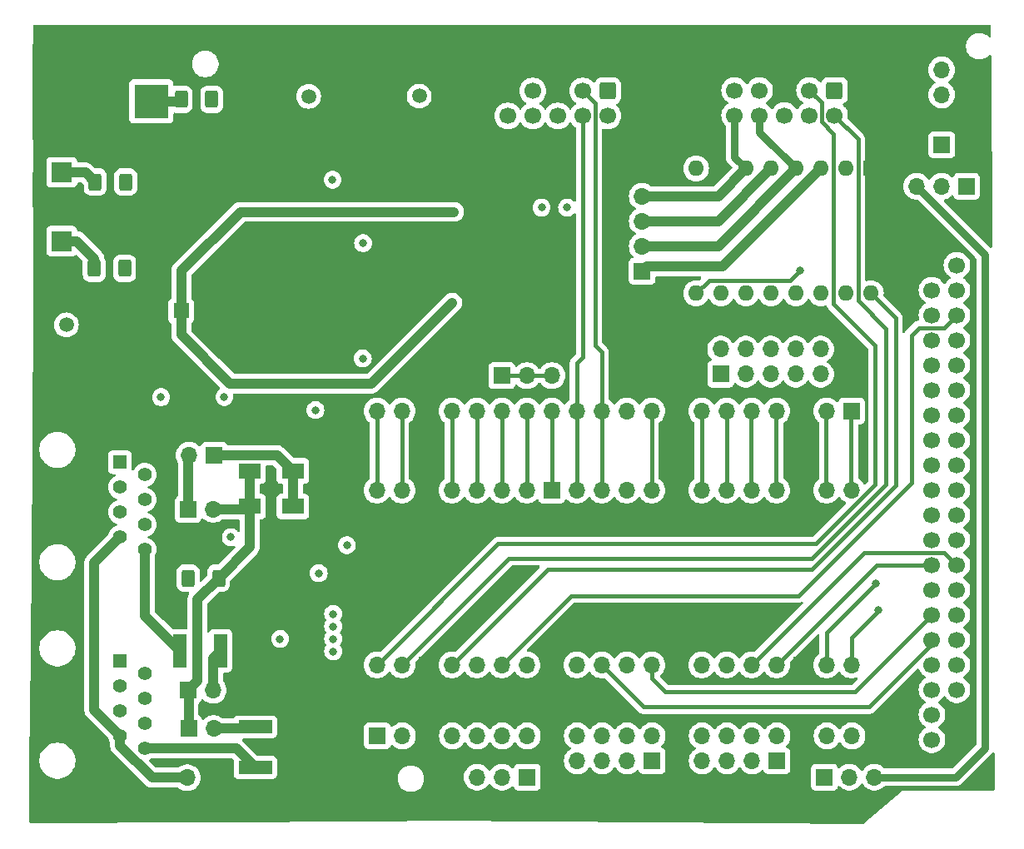
<source format=gbl>
%TF.GenerationSoftware,KiCad,Pcbnew,8.0.5*%
%TF.CreationDate,2024-12-19T23:12:17-05:00*%
%TF.ProjectId,LCC-Pico-Stepper_v2_4,4c43432d-5069-4636-9f2d-537465707065,rev?*%
%TF.SameCoordinates,Original*%
%TF.FileFunction,Copper,L4,Bot*%
%TF.FilePolarity,Positive*%
%FSLAX46Y46*%
G04 Gerber Fmt 4.6, Leading zero omitted, Abs format (unit mm)*
G04 Created by KiCad (PCBNEW 8.0.5) date 2024-12-19 23:12:17*
%MOMM*%
%LPD*%
G01*
G04 APERTURE LIST*
G04 Aperture macros list*
%AMRoundRect*
0 Rectangle with rounded corners*
0 $1 Rounding radius*
0 $2 $3 $4 $5 $6 $7 $8 $9 X,Y pos of 4 corners*
0 Add a 4 corners polygon primitive as box body*
4,1,4,$2,$3,$4,$5,$6,$7,$8,$9,$2,$3,0*
0 Add four circle primitives for the rounded corners*
1,1,$1+$1,$2,$3*
1,1,$1+$1,$4,$5*
1,1,$1+$1,$6,$7*
1,1,$1+$1,$8,$9*
0 Add four rect primitives between the rounded corners*
20,1,$1+$1,$2,$3,$4,$5,0*
20,1,$1+$1,$4,$5,$6,$7,0*
20,1,$1+$1,$6,$7,$8,$9,0*
20,1,$1+$1,$8,$9,$2,$3,0*%
G04 Aperture macros list end*
%TA.AperFunction,ComponentPad*%
%ADD10R,1.400000X1.400000*%
%TD*%
%TA.AperFunction,ComponentPad*%
%ADD11C,1.400000*%
%TD*%
%TA.AperFunction,ComponentPad*%
%ADD12R,1.700000X1.700000*%
%TD*%
%TA.AperFunction,ComponentPad*%
%ADD13O,1.700000X1.700000*%
%TD*%
%TA.AperFunction,ComponentPad*%
%ADD14R,1.600000X1.600000*%
%TD*%
%TA.AperFunction,ComponentPad*%
%ADD15O,1.600000X1.600000*%
%TD*%
%TA.AperFunction,ComponentPad*%
%ADD16C,1.600000*%
%TD*%
%TA.AperFunction,ComponentPad*%
%ADD17R,1.500000X1.500000*%
%TD*%
%TA.AperFunction,ComponentPad*%
%ADD18C,1.500000*%
%TD*%
%TA.AperFunction,ComponentPad*%
%ADD19C,1.950000*%
%TD*%
%TA.AperFunction,ComponentPad*%
%ADD20RoundRect,0.250000X-0.600000X0.600000X-0.600000X-0.600000X0.600000X-0.600000X0.600000X0.600000X0*%
%TD*%
%TA.AperFunction,ComponentPad*%
%ADD21C,1.700000*%
%TD*%
%TA.AperFunction,ComponentPad*%
%ADD22R,2.100000X2.100000*%
%TD*%
%TA.AperFunction,ComponentPad*%
%ADD23C,2.100000*%
%TD*%
%TA.AperFunction,ComponentPad*%
%ADD24RoundRect,0.250000X0.600000X0.600000X-0.600000X0.600000X-0.600000X-0.600000X0.600000X-0.600000X0*%
%TD*%
%TA.AperFunction,ComponentPad*%
%ADD25R,3.500000X3.500000*%
%TD*%
%TA.AperFunction,ComponentPad*%
%ADD26RoundRect,0.750000X-0.750000X-1.000000X0.750000X-1.000000X0.750000X1.000000X-0.750000X1.000000X0*%
%TD*%
%TA.AperFunction,ComponentPad*%
%ADD27RoundRect,0.875000X-0.875000X-0.875000X0.875000X-0.875000X0.875000X0.875000X-0.875000X0.875000X0*%
%TD*%
%TA.AperFunction,SMDPad,CuDef*%
%ADD28RoundRect,0.250000X-0.400000X-0.625000X0.400000X-0.625000X0.400000X0.625000X-0.400000X0.625000X0*%
%TD*%
%TA.AperFunction,SMDPad,CuDef*%
%ADD29RoundRect,0.250000X0.400000X0.625000X-0.400000X0.625000X-0.400000X-0.625000X0.400000X-0.625000X0*%
%TD*%
%TA.AperFunction,SMDPad,CuDef*%
%ADD30R,1.320000X3.430000*%
%TD*%
%TA.AperFunction,SMDPad,CuDef*%
%ADD31R,2.300000X1.600000*%
%TD*%
%TA.AperFunction,SMDPad,CuDef*%
%ADD32R,3.430000X1.320000*%
%TD*%
%TA.AperFunction,ViaPad*%
%ADD33C,0.800000*%
%TD*%
%TA.AperFunction,Conductor*%
%ADD34C,1.000000*%
%TD*%
%TA.AperFunction,Conductor*%
%ADD35C,0.400000*%
%TD*%
%TA.AperFunction,Conductor*%
%ADD36C,0.750000*%
%TD*%
%TA.AperFunction,Conductor*%
%ADD37C,0.500000*%
%TD*%
G04 APERTURE END LIST*
D10*
X110710000Y-114910000D03*
D11*
X113250000Y-116180000D03*
X110710000Y-117450000D03*
X113250000Y-118720000D03*
X110710000Y-119990000D03*
X113250000Y-121260000D03*
X110710000Y-122530000D03*
X113250000Y-123800000D03*
D10*
X110710000Y-94710000D03*
D11*
X113250000Y-95980000D03*
X110710000Y-97250000D03*
X113250000Y-98520000D03*
X110710000Y-99790000D03*
X113250000Y-101060000D03*
X110710000Y-102330000D03*
X113250000Y-103600000D03*
D12*
X117700000Y-121800000D03*
D13*
X120240000Y-121800000D03*
D14*
X187096400Y-64830800D03*
D15*
X184556400Y-64830800D03*
X182016400Y-64830800D03*
X179476400Y-64830800D03*
X176936400Y-64830800D03*
X174396400Y-64830800D03*
X171856400Y-64830800D03*
X169316400Y-64830800D03*
X169316400Y-77530800D03*
X171856400Y-77530800D03*
X174396400Y-77530800D03*
X176936400Y-77530800D03*
X179476400Y-77530800D03*
X182016400Y-77530800D03*
X184556400Y-77530800D03*
X187096400Y-77530800D03*
D12*
X185130601Y-89505095D03*
D13*
X182590601Y-89505095D03*
X180050601Y-89505095D03*
X177510601Y-89505095D03*
X174970601Y-89505095D03*
X172430601Y-89505095D03*
X169890601Y-89505095D03*
X167350601Y-89505095D03*
X164810601Y-89505095D03*
X162270601Y-89505095D03*
X159730601Y-89505095D03*
X157190601Y-89505095D03*
X154650601Y-89505095D03*
X152110601Y-89505095D03*
X149570601Y-89505095D03*
X147030601Y-89505095D03*
X144490601Y-89505095D03*
X141950601Y-89505095D03*
X139410601Y-89505095D03*
X136870601Y-89505095D03*
D12*
X196824600Y-66649600D03*
D13*
X194284600Y-66649600D03*
X191744600Y-66649600D03*
D12*
X171810600Y-85755400D03*
D13*
X171810600Y-83215400D03*
X174350600Y-85755400D03*
X174350600Y-83215400D03*
X176890600Y-85755400D03*
X176890600Y-83215400D03*
X179430600Y-85755400D03*
X179430600Y-83215400D03*
X181970600Y-85755400D03*
X181970600Y-83215400D03*
D12*
X194300000Y-62423200D03*
D13*
X194300000Y-59883200D03*
X194300000Y-57343200D03*
X194300000Y-54803200D03*
D12*
X163830000Y-75285600D03*
D13*
X163830000Y-72745600D03*
X163830000Y-70205600D03*
X163830000Y-67665600D03*
X136855200Y-115337150D03*
X139395200Y-115337150D03*
D12*
X141935200Y-115337150D03*
D13*
X144475200Y-115337150D03*
X147015200Y-115337150D03*
X149555200Y-115337150D03*
X152095200Y-115337150D03*
D12*
X154635200Y-115337150D03*
D13*
X157175200Y-115337150D03*
X159715200Y-115337150D03*
X162255200Y-115337150D03*
X164795200Y-115337150D03*
D12*
X167335200Y-115337150D03*
D13*
X169875200Y-115337150D03*
X172415200Y-115337150D03*
X174955200Y-115337150D03*
X177495200Y-115337150D03*
D12*
X180035200Y-115337150D03*
D13*
X182575200Y-115337150D03*
X185115200Y-115337150D03*
X185115200Y-97557150D03*
X182575200Y-97557150D03*
D12*
X180035200Y-97557150D03*
D13*
X177495200Y-97557150D03*
X174955200Y-97557150D03*
X172415200Y-97557150D03*
X169875200Y-97557150D03*
D12*
X167335200Y-97557150D03*
D13*
X164795200Y-97557150D03*
X162255200Y-97557150D03*
X159715200Y-97557150D03*
X157175200Y-97557150D03*
D12*
X154635200Y-97557150D03*
D13*
X152095200Y-97557150D03*
X149555200Y-97557150D03*
X147015200Y-97557150D03*
X144475200Y-97557150D03*
D12*
X141935200Y-97557150D03*
D13*
X139395200Y-97557150D03*
X136855200Y-97557150D03*
D12*
X117660000Y-99500000D03*
D13*
X120200000Y-99500000D03*
D14*
X116952651Y-79300000D03*
D16*
X113452651Y-79300000D03*
D17*
X136650000Y-57475000D03*
D18*
X141150000Y-57475000D03*
D19*
X135400000Y-59975000D03*
X142400000Y-59975000D03*
D12*
X164846000Y-125090750D03*
D13*
X164846000Y-127630750D03*
X162306000Y-125090750D03*
X162306000Y-127630750D03*
X159766000Y-125090750D03*
X159766000Y-127630750D03*
X157226000Y-125090750D03*
X157226000Y-127630750D03*
D20*
X183388000Y-56896000D03*
D21*
X183388000Y-59436000D03*
X180848000Y-56896000D03*
X180848000Y-59436000D03*
X178308000Y-56896000D03*
X178308000Y-59436000D03*
X175768000Y-56896000D03*
X175768000Y-59436000D03*
X173228000Y-56896000D03*
X173228000Y-59436000D03*
D17*
X105275000Y-85250000D03*
D18*
X105275000Y-80750000D03*
D19*
X107775000Y-86500000D03*
X107775000Y-79500000D03*
D22*
X104800000Y-65230000D03*
D23*
X104800000Y-67770000D03*
D12*
X152131000Y-126746000D03*
D13*
X149591000Y-126746000D03*
X147051000Y-126746000D03*
D20*
X160324800Y-56946800D03*
D21*
X160324800Y-59486800D03*
X157784800Y-56946800D03*
X157784800Y-59486800D03*
X155244800Y-56946800D03*
X155244800Y-59486800D03*
X152704800Y-56946800D03*
X152704800Y-59486800D03*
X150164800Y-56946800D03*
X150164800Y-59486800D03*
D22*
X104800000Y-72212500D03*
D23*
X104800000Y-74752500D03*
D12*
X120300000Y-94000000D03*
D13*
X117760000Y-94000000D03*
D12*
X136906000Y-122550750D03*
D13*
X139446000Y-122550750D03*
X141986000Y-122550750D03*
X144526000Y-122550750D03*
X147066000Y-122550750D03*
X149606000Y-122550750D03*
X152146000Y-122550750D03*
X154686000Y-122550750D03*
X157226000Y-122550750D03*
X159766000Y-122550750D03*
X162306000Y-122550750D03*
X164846000Y-122550750D03*
X167386000Y-122550750D03*
X169926000Y-122550750D03*
X172466000Y-122550750D03*
X175006000Y-122550750D03*
X177546000Y-122550750D03*
X180086000Y-122550750D03*
X182626000Y-122550750D03*
X185166000Y-122550750D03*
D12*
X182372000Y-126746000D03*
D13*
X184912000Y-126746000D03*
X187452000Y-126746000D03*
D12*
X149560000Y-85900000D03*
D13*
X152100000Y-85900000D03*
X154640000Y-85900000D03*
D24*
X195834000Y-122936000D03*
D21*
X193294000Y-122936000D03*
X195834000Y-120396000D03*
X193294000Y-120396000D03*
X195834000Y-117856000D03*
X193294000Y-117856000D03*
X195834000Y-115316000D03*
X193294000Y-115316000D03*
X195834000Y-112776000D03*
X193294000Y-112776000D03*
X195834000Y-110236000D03*
X193294000Y-110236000D03*
X195834000Y-107696000D03*
X193294000Y-107696000D03*
X195834000Y-105156000D03*
X193294000Y-105156000D03*
X195834000Y-102616000D03*
X193294000Y-102616000D03*
X195834000Y-100076000D03*
X193294000Y-100076000D03*
X195834000Y-97536000D03*
X193294000Y-97536000D03*
X195834000Y-94996000D03*
X193294000Y-94996000D03*
X195834000Y-92456000D03*
X193294000Y-92456000D03*
X195834000Y-89916000D03*
X193294000Y-89916000D03*
X195834000Y-87376000D03*
X193294000Y-87376000D03*
X195834000Y-84836000D03*
X193294000Y-84836000D03*
X195834000Y-82296000D03*
X193294000Y-82296000D03*
X195834000Y-79756000D03*
X193294000Y-79756000D03*
X195834000Y-77216000D03*
X193294000Y-77216000D03*
X195834000Y-74676000D03*
X193294000Y-74676000D03*
D25*
X113900000Y-58000000D03*
D26*
X107900000Y-58000000D03*
D27*
X110900000Y-62700000D03*
D17*
X125400000Y-57500000D03*
D18*
X129900000Y-57500000D03*
D19*
X124150000Y-60000000D03*
X131150000Y-60000000D03*
D12*
X177546000Y-125090750D03*
D13*
X177546000Y-127630750D03*
X175006000Y-125090750D03*
X175006000Y-127630750D03*
X172466000Y-125090750D03*
X172466000Y-127630750D03*
X169926000Y-125090750D03*
X169926000Y-127630750D03*
D12*
X120100000Y-126800000D03*
D13*
X117560000Y-126800000D03*
D12*
X117660000Y-117900000D03*
D13*
X120200000Y-117900000D03*
D28*
X108100000Y-75000000D03*
X111200000Y-75000000D03*
D29*
X120750000Y-106512500D03*
X117650000Y-106512500D03*
D28*
X108200000Y-66200000D03*
X111300000Y-66200000D03*
X116950000Y-57800000D03*
X120050000Y-57800000D03*
D30*
X120960000Y-113900000D03*
X116840000Y-113900000D03*
D31*
X128300000Y-95600000D03*
X123900000Y-95600000D03*
D32*
X124500000Y-121640000D03*
X124500000Y-125760000D03*
D31*
X128300000Y-99200000D03*
X123900000Y-99200000D03*
D33*
X135450000Y-72437000D03*
X132337500Y-65985000D03*
X130600000Y-89400000D03*
X156200000Y-68800000D03*
X133800000Y-103162500D03*
X120000000Y-57812500D03*
X130937500Y-106000000D03*
X153600000Y-68800000D03*
X135412500Y-84167000D03*
X122000000Y-102350000D03*
X121328500Y-88074500D03*
X117700000Y-106525000D03*
X187553600Y-107061000D03*
X179900000Y-75200000D03*
X187858400Y-109778800D03*
X114900000Y-88100000D03*
X130450000Y-77137000D03*
X124050000Y-78037000D03*
X129350000Y-77137000D03*
X126175000Y-78162000D03*
X155175000Y-82605000D03*
X107990000Y-123955000D03*
X130450000Y-79237000D03*
X135492500Y-75437000D03*
X129350000Y-78137000D03*
X129350000Y-79237000D03*
X123150000Y-78037000D03*
X135450000Y-78437000D03*
X128250000Y-77137000D03*
X108990000Y-91455000D03*
X153237500Y-72700000D03*
X121320000Y-82824500D03*
X111200000Y-82200000D03*
X125450000Y-77437000D03*
X127000000Y-116510000D03*
X130450000Y-78137000D03*
X126850000Y-78937000D03*
X147136600Y-66599100D03*
X126850000Y-77437000D03*
X128250000Y-79237000D03*
X125450000Y-78937000D03*
X128250000Y-78137000D03*
X104690000Y-109255000D03*
X124050000Y-77037000D03*
X124050000Y-79137000D03*
X123150000Y-79137000D03*
X123150000Y-77037000D03*
X121320000Y-73499500D03*
X111300000Y-66212500D03*
X111200000Y-74887500D03*
X132400000Y-111430000D03*
X132400000Y-112700000D03*
X127000000Y-112700000D03*
X132400000Y-113970000D03*
X132400000Y-110160000D03*
X144500000Y-78500000D03*
X144700000Y-69250000D03*
D34*
X116750000Y-58000000D02*
X116950000Y-57800000D01*
X113900000Y-58000000D02*
X116750000Y-58000000D01*
X107230000Y-65230000D02*
X108200000Y-66200000D01*
X104800000Y-65230000D02*
X107230000Y-65230000D01*
D35*
X157175200Y-97557150D02*
X157175200Y-84624800D01*
X157784800Y-84015200D02*
X157784800Y-59486800D01*
X157175200Y-84624800D02*
X157784800Y-84015200D01*
X159034800Y-58196800D02*
X157784800Y-56946800D01*
X159034800Y-82834800D02*
X159034800Y-58196800D01*
X159715200Y-83515200D02*
X159034800Y-82834800D01*
X159715200Y-97557150D02*
X159715200Y-83515200D01*
D36*
X198700000Y-123800000D02*
X195754000Y-126746000D01*
D34*
X104800000Y-72212500D02*
X106312500Y-72212500D01*
D36*
X198700000Y-73605000D02*
X198700000Y-123800000D01*
D34*
X106312500Y-72212500D02*
X108100000Y-74000000D01*
D36*
X191744600Y-66649600D02*
X198700000Y-73605000D01*
D34*
X108100000Y-74000000D02*
X108100000Y-75000000D01*
D36*
X195754000Y-126746000D02*
X187452000Y-126746000D01*
D35*
X170647200Y-76200000D02*
X169316400Y-77530800D01*
X178900000Y-76200000D02*
X170647200Y-76200000D01*
X179900000Y-75200000D02*
X178900000Y-76200000D01*
X187553600Y-107061000D02*
X182575200Y-112039400D01*
X182575200Y-112039400D02*
X182575200Y-115337150D01*
D34*
X163830000Y-75285600D02*
X164315600Y-74800000D01*
X164315600Y-74800000D02*
X172011800Y-74800000D01*
X172011800Y-74800000D02*
X181981000Y-64830800D01*
D35*
X181970388Y-64830800D02*
X182016400Y-64830800D01*
X181981000Y-64830800D02*
X182016400Y-64830800D01*
D36*
X175768000Y-59436000D02*
X175768000Y-61122400D01*
D34*
X171561600Y-72745600D02*
X179476400Y-64830800D01*
D36*
X175768000Y-61122400D02*
X179476400Y-64830800D01*
D34*
X163830000Y-72745600D02*
X171561600Y-72745600D01*
X171561600Y-70205600D02*
X176936400Y-64830800D01*
X163830000Y-70205600D02*
X171561600Y-70205600D01*
X171561600Y-67665600D02*
X174396400Y-64830800D01*
D36*
X173228000Y-63662400D02*
X174396400Y-64830800D01*
X173228000Y-59436000D02*
X173228000Y-63662400D01*
D34*
X163830000Y-67665600D02*
X171561600Y-67665600D01*
D35*
X187858400Y-109804200D02*
X185115200Y-112547400D01*
X185115200Y-112547400D02*
X185115200Y-115337150D01*
X187858400Y-109778800D02*
X187858400Y-109804200D01*
X189600000Y-97100000D02*
X189600000Y-80034400D01*
X154212350Y-105600000D02*
X181100000Y-105600000D01*
X181100000Y-105600000D02*
X189600000Y-97100000D01*
X144475200Y-115337150D02*
X154212350Y-105600000D01*
X189600000Y-80034400D02*
X187096400Y-77530800D01*
X149555200Y-97557150D02*
X149555200Y-89560400D01*
X149555200Y-89560400D02*
X149504400Y-89509600D01*
X152095200Y-89560400D02*
X152044400Y-89509600D01*
X152095200Y-97557150D02*
X152095200Y-89560400D01*
X164795200Y-89560400D02*
X164744400Y-89509600D01*
X164795200Y-97557150D02*
X164795200Y-89560400D01*
X193294000Y-112776000D02*
X193294000Y-113237388D01*
X193294000Y-113237388D02*
X186931388Y-119600000D01*
X163978050Y-119600000D02*
X159715200Y-115337150D01*
X186931388Y-119600000D02*
X163978050Y-119600000D01*
X193294000Y-110236000D02*
X185478000Y-118052000D01*
X166152000Y-118052000D02*
X164795200Y-116695200D01*
X164795200Y-116695200D02*
X164795200Y-115337150D01*
X185478000Y-118052000D02*
X166152000Y-118052000D01*
X139395200Y-97557150D02*
X139395200Y-89560400D01*
X139395200Y-89560400D02*
X139344400Y-89509600D01*
X191200000Y-96800000D02*
X191200000Y-81800000D01*
X149555200Y-115337150D02*
X156612150Y-108280200D01*
X156612150Y-108280200D02*
X179719800Y-108280200D01*
X194564000Y-81026000D02*
X195834000Y-79756000D01*
X191200000Y-81800000D02*
X191974000Y-81026000D01*
X191974000Y-81026000D02*
X194564000Y-81026000D01*
X179719800Y-108280200D02*
X191200000Y-96800000D01*
X194564000Y-103886000D02*
X186406350Y-103886000D01*
X195834000Y-105156000D02*
X194564000Y-103886000D01*
X186406350Y-103886000D02*
X174955200Y-115337150D01*
X193294000Y-105156000D02*
X187676350Y-105156000D01*
X187676350Y-105156000D02*
X177495200Y-115337150D01*
X144475200Y-89560400D02*
X144424400Y-89509600D01*
X144475200Y-97557150D02*
X144475200Y-89560400D01*
X136855200Y-97557150D02*
X136855200Y-89560400D01*
X136855200Y-89560400D02*
X136804400Y-89509600D01*
X154635200Y-89560400D02*
X154584400Y-89509600D01*
X154635200Y-97557150D02*
X154635200Y-89560400D01*
X149375000Y-85900000D02*
X154455000Y-85900000D01*
X183300000Y-61300000D02*
X182098000Y-60098000D01*
X149192350Y-103000000D02*
X181500000Y-103000000D01*
X136855200Y-115337150D02*
X149192350Y-103000000D01*
X182098000Y-60098000D02*
X182098000Y-58146000D01*
X181500000Y-103000000D02*
X187500000Y-97000000D01*
X182098000Y-58146000D02*
X180848000Y-56896000D01*
X183300000Y-78619999D02*
X183300000Y-61300000D01*
X187500000Y-97000000D02*
X187500000Y-82819999D01*
X187500000Y-82819999D02*
X183300000Y-78619999D01*
X185800000Y-78300000D02*
X185800000Y-61848000D01*
X139395200Y-115337150D02*
X150232350Y-104500000D01*
X188600000Y-96951472D02*
X188600000Y-81100000D01*
X185800000Y-61848000D02*
X183388000Y-59436000D01*
X181051472Y-104500000D02*
X188600000Y-96951472D01*
X188600000Y-81100000D02*
X185800000Y-78300000D01*
X150232350Y-104500000D02*
X181051472Y-104500000D01*
X169875200Y-97557150D02*
X169875200Y-89560400D01*
X169875200Y-89560400D02*
X169824400Y-89509600D01*
D37*
X182235250Y-124700000D02*
X194070000Y-124700000D01*
X155244800Y-56946800D02*
X153198000Y-54900000D01*
X175158400Y-53746400D02*
X178308000Y-56896000D01*
X152211600Y-54900000D02*
X150164800Y-56946800D01*
X195834000Y-122936000D02*
X195834000Y-120396000D01*
X178308000Y-56896000D02*
X181381400Y-53822600D01*
X141935200Y-89560400D02*
X141884400Y-89509600D01*
X141935200Y-97557150D02*
X141935200Y-89560400D01*
X169621200Y-53746400D02*
X175158400Y-53746400D01*
X155244800Y-56946800D02*
X158445200Y-53746400D01*
X186496800Y-53822600D02*
X192557400Y-59883200D01*
X180035200Y-89560400D02*
X179984400Y-89509600D01*
X167335200Y-97557150D02*
X167335200Y-89560400D01*
X171856400Y-64830800D02*
X169621200Y-62595600D01*
X147136600Y-66599100D02*
X153237500Y-72700000D01*
X194070000Y-124700000D02*
X195834000Y-122936000D01*
X167335200Y-89560400D02*
X167284400Y-89509600D01*
X158445200Y-53746400D02*
X169621200Y-53746400D01*
X194300000Y-59883200D02*
X192557400Y-59883200D01*
X135375000Y-60000000D02*
X135400000Y-59975000D01*
X149053200Y-56946800D02*
X150164800Y-56946800D01*
X147136600Y-59975000D02*
X147136600Y-66599100D01*
X147136600Y-59975000D02*
X147136600Y-58863400D01*
X142400000Y-59975000D02*
X147136600Y-59975000D01*
X180035200Y-97557150D02*
X180035200Y-89560400D01*
X169621200Y-62595600D02*
X169621200Y-53746400D01*
X181381400Y-53822600D02*
X186496800Y-53822600D01*
X147136600Y-58863400D02*
X149053200Y-56946800D01*
X153198000Y-54900000D02*
X152211600Y-54900000D01*
X180086000Y-122550750D02*
X182235250Y-124700000D01*
D34*
X108090000Y-104950000D02*
X108090000Y-119910000D01*
X108090000Y-119910000D02*
X110710000Y-122530000D01*
X110710000Y-123519949D02*
X113990051Y-126800000D01*
X110710000Y-102330000D02*
X108090000Y-104950000D01*
X110710000Y-122530000D02*
X110710000Y-123519949D01*
X113990051Y-126800000D02*
X117560000Y-126800000D01*
X126700000Y-94000000D02*
X128300000Y-95600000D01*
X120300000Y-94000000D02*
X126700000Y-94000000D01*
X128300000Y-95600000D02*
X128300000Y-99200000D01*
X120200000Y-114660000D02*
X120960000Y-113900000D01*
X120200000Y-117900000D02*
X120200000Y-114660000D01*
X124340000Y-121800000D02*
X124500000Y-121640000D01*
X120240000Y-121800000D02*
X124340000Y-121800000D01*
D35*
X185064400Y-97506350D02*
X185115200Y-97557150D01*
X185064400Y-89509600D02*
X185064400Y-97506350D01*
X174904400Y-97506350D02*
X174955200Y-97557150D01*
X174904400Y-89509600D02*
X174904400Y-97506350D01*
X172415200Y-97557150D02*
X172415200Y-89520496D01*
X172415200Y-89520496D02*
X172430601Y-89505095D01*
X177444400Y-89509600D02*
X177444400Y-97506350D01*
X177444400Y-97506350D02*
X177495200Y-97557150D01*
X182524400Y-89509600D02*
X182524400Y-97506350D01*
X182524400Y-97506350D02*
X182575200Y-97557150D01*
D34*
X113250000Y-103600000D02*
X113250000Y-110310000D01*
X113250000Y-110310000D02*
X116840000Y-113900000D01*
X113250000Y-123800000D02*
X122540000Y-123800000D01*
X122540000Y-123800000D02*
X124500000Y-125760000D01*
D35*
X147015200Y-89560400D02*
X146964400Y-89509600D01*
X147015200Y-97557150D02*
X147015200Y-89560400D01*
D34*
X123600000Y-99500000D02*
X123900000Y-99200000D01*
X117660000Y-117900000D02*
X118600000Y-116960000D01*
X117700000Y-117940000D02*
X117660000Y-117900000D01*
X117700000Y-121800000D02*
X117700000Y-117940000D01*
X123900000Y-95600000D02*
X123900000Y-99200000D01*
X123900000Y-103362500D02*
X120750000Y-106512500D01*
X123900000Y-99200000D02*
X123900000Y-103362500D01*
X118600000Y-116960000D02*
X118600000Y-108662500D01*
X118600000Y-108662500D02*
X120750000Y-106512500D01*
X120200000Y-99500000D02*
X123600000Y-99500000D01*
X116952651Y-79300000D02*
X116952651Y-75247349D01*
X121900000Y-86700000D02*
X136300000Y-86700000D01*
X116952651Y-79300000D02*
X116952651Y-81752651D01*
X116952651Y-81752651D02*
X121900000Y-86700000D01*
X116952651Y-75247349D02*
X122950000Y-69250000D01*
X136300000Y-86700000D02*
X144500000Y-78500000D01*
X122950000Y-69250000D02*
X144700000Y-69250000D01*
X117660000Y-94100000D02*
X117760000Y-94000000D01*
X117660000Y-99500000D02*
X117660000Y-94100000D01*
%TA.AperFunction,Conductor*%
G36*
X199243674Y-50219685D02*
G01*
X199289429Y-50272489D01*
X199300633Y-50323363D01*
X199306142Y-51396249D01*
X199286802Y-51463389D01*
X199234234Y-51509414D01*
X199165127Y-51519713D01*
X199101424Y-51491015D01*
X199094463Y-51484567D01*
X198979786Y-51369890D01*
X198807820Y-51244951D01*
X198618414Y-51148444D01*
X198618413Y-51148443D01*
X198618412Y-51148443D01*
X198416243Y-51082754D01*
X198416241Y-51082753D01*
X198416240Y-51082753D01*
X198254957Y-51057208D01*
X198206287Y-51049500D01*
X197993713Y-51049500D01*
X197945042Y-51057208D01*
X197783760Y-51082753D01*
X197581585Y-51148444D01*
X197392179Y-51244951D01*
X197220213Y-51369890D01*
X197069890Y-51520213D01*
X196944951Y-51692179D01*
X196848444Y-51881585D01*
X196782753Y-52083760D01*
X196749500Y-52293713D01*
X196749500Y-52506286D01*
X196782753Y-52716239D01*
X196848444Y-52918414D01*
X196944951Y-53107820D01*
X197069890Y-53279786D01*
X197220213Y-53430109D01*
X197392179Y-53555048D01*
X197392181Y-53555049D01*
X197392184Y-53555051D01*
X197581588Y-53651557D01*
X197783757Y-53717246D01*
X197993713Y-53750500D01*
X197993714Y-53750500D01*
X198206286Y-53750500D01*
X198206287Y-53750500D01*
X198416243Y-53717246D01*
X198618412Y-53651557D01*
X198807816Y-53555051D01*
X198894346Y-53492184D01*
X198979784Y-53430110D01*
X198979784Y-53430109D01*
X198979792Y-53430104D01*
X199104714Y-53305181D01*
X199166033Y-53271699D01*
X199235725Y-53276683D01*
X199291659Y-53318554D01*
X199316076Y-53384018D01*
X199316390Y-53392228D01*
X199415899Y-72771443D01*
X199396559Y-72838583D01*
X199343991Y-72884608D01*
X199274884Y-72894907D01*
X199211181Y-72866209D01*
X199204220Y-72859761D01*
X194529277Y-68184819D01*
X194495792Y-68123496D01*
X194500776Y-68053804D01*
X194542648Y-67997871D01*
X194596551Y-67974829D01*
X194619235Y-67971044D01*
X194619236Y-67971044D01*
X194735279Y-67931206D01*
X194832174Y-67897942D01*
X195030176Y-67790789D01*
X195207840Y-67652506D01*
X195271052Y-67583839D01*
X195330937Y-67547850D01*
X195400775Y-67549949D01*
X195458391Y-67589473D01*
X195478461Y-67624488D01*
X195523711Y-67745804D01*
X195611339Y-67862861D01*
X195728396Y-67950489D01*
X195865399Y-68001589D01*
X195892650Y-68004518D01*
X195925945Y-68008099D01*
X195925962Y-68008100D01*
X197723238Y-68008100D01*
X197723254Y-68008099D01*
X197750292Y-68005191D01*
X197783801Y-68001589D01*
X197920804Y-67950489D01*
X198037861Y-67862861D01*
X198125489Y-67745804D01*
X198176589Y-67608801D01*
X198180450Y-67572886D01*
X198183099Y-67548254D01*
X198183100Y-67548237D01*
X198183100Y-65750962D01*
X198183099Y-65750945D01*
X198179272Y-65715359D01*
X198176589Y-65690399D01*
X198170884Y-65675104D01*
X198147886Y-65613444D01*
X198125489Y-65553396D01*
X198037861Y-65436339D01*
X197920804Y-65348711D01*
X197783803Y-65297611D01*
X197723254Y-65291100D01*
X197723238Y-65291100D01*
X195925962Y-65291100D01*
X195925945Y-65291100D01*
X195865397Y-65297611D01*
X195865395Y-65297611D01*
X195728395Y-65348711D01*
X195611339Y-65436339D01*
X195523711Y-65553395D01*
X195478461Y-65674711D01*
X195436589Y-65730644D01*
X195371124Y-65755060D01*
X195302852Y-65740207D01*
X195271054Y-65715362D01*
X195207840Y-65646694D01*
X195030176Y-65508411D01*
X195030175Y-65508410D01*
X195030172Y-65508408D01*
X194832180Y-65401261D01*
X194832177Y-65401259D01*
X194832174Y-65401258D01*
X194832171Y-65401257D01*
X194832169Y-65401256D01*
X194619237Y-65328156D01*
X194397169Y-65291100D01*
X194172031Y-65291100D01*
X193949962Y-65328156D01*
X193737030Y-65401256D01*
X193737019Y-65401261D01*
X193539027Y-65508408D01*
X193539022Y-65508412D01*
X193361361Y-65646692D01*
X193361356Y-65646697D01*
X193208884Y-65812323D01*
X193208876Y-65812334D01*
X193118408Y-65950806D01*
X193065262Y-65996162D01*
X192996031Y-66005586D01*
X192932695Y-65976084D01*
X192910792Y-65950806D01*
X192820323Y-65812334D01*
X192820315Y-65812323D01*
X192667843Y-65646697D01*
X192667838Y-65646692D01*
X192510779Y-65524447D01*
X192490176Y-65508411D01*
X192490175Y-65508410D01*
X192490172Y-65508408D01*
X192292180Y-65401261D01*
X192292177Y-65401259D01*
X192292174Y-65401258D01*
X192292171Y-65401257D01*
X192292169Y-65401256D01*
X192079237Y-65328156D01*
X191857169Y-65291100D01*
X191632031Y-65291100D01*
X191409962Y-65328156D01*
X191197030Y-65401256D01*
X191197019Y-65401261D01*
X190999027Y-65508408D01*
X190999022Y-65508412D01*
X190821361Y-65646692D01*
X190821356Y-65646697D01*
X190668884Y-65812323D01*
X190668876Y-65812334D01*
X190545740Y-66000807D01*
X190455303Y-66206985D01*
X190400036Y-66425228D01*
X190400034Y-66425240D01*
X190381444Y-66649594D01*
X190381444Y-66649605D01*
X190400034Y-66873959D01*
X190400036Y-66873971D01*
X190455303Y-67092214D01*
X190545740Y-67298392D01*
X190668876Y-67486865D01*
X190668884Y-67486876D01*
X190795567Y-67624488D01*
X190821360Y-67652506D01*
X190999024Y-67790789D01*
X190999025Y-67790789D01*
X190999027Y-67790791D01*
X191125735Y-67859361D01*
X191197026Y-67897942D01*
X191409965Y-67971044D01*
X191632031Y-68008100D01*
X191802280Y-68008100D01*
X191869319Y-68027785D01*
X191889961Y-68044419D01*
X197780181Y-73934639D01*
X197813666Y-73995962D01*
X197816500Y-74022320D01*
X197816500Y-123382680D01*
X197796815Y-123449719D01*
X197780181Y-123470361D01*
X195424361Y-125826181D01*
X195363038Y-125859666D01*
X195336680Y-125862500D01*
X188539553Y-125862500D01*
X188472514Y-125842815D01*
X188448324Y-125822484D01*
X188438451Y-125811759D01*
X188375240Y-125743094D01*
X188375237Y-125743092D01*
X188375238Y-125743092D01*
X188197577Y-125604812D01*
X188197572Y-125604808D01*
X187999580Y-125497661D01*
X187999577Y-125497659D01*
X187999574Y-125497658D01*
X187999571Y-125497657D01*
X187999569Y-125497656D01*
X187786637Y-125424556D01*
X187564569Y-125387500D01*
X187339431Y-125387500D01*
X187117362Y-125424556D01*
X186904430Y-125497656D01*
X186904419Y-125497661D01*
X186706427Y-125604808D01*
X186706422Y-125604812D01*
X186528761Y-125743092D01*
X186528756Y-125743097D01*
X186376284Y-125908723D01*
X186376276Y-125908734D01*
X186285808Y-126047206D01*
X186232662Y-126092562D01*
X186163431Y-126101986D01*
X186100095Y-126072484D01*
X186078192Y-126047206D01*
X185987723Y-125908734D01*
X185987715Y-125908723D01*
X185835243Y-125743097D01*
X185835238Y-125743092D01*
X185657577Y-125604812D01*
X185657572Y-125604808D01*
X185459580Y-125497661D01*
X185459577Y-125497659D01*
X185459574Y-125497658D01*
X185459571Y-125497657D01*
X185459569Y-125497656D01*
X185246637Y-125424556D01*
X185024569Y-125387500D01*
X184799431Y-125387500D01*
X184577362Y-125424556D01*
X184364430Y-125497656D01*
X184364419Y-125497661D01*
X184166427Y-125604808D01*
X184166422Y-125604812D01*
X183988761Y-125743092D01*
X183925548Y-125811760D01*
X183865661Y-125847750D01*
X183795823Y-125845649D01*
X183738207Y-125806124D01*
X183718138Y-125771110D01*
X183672889Y-125649796D01*
X183639214Y-125604812D01*
X183585261Y-125532739D01*
X183468204Y-125445111D01*
X183424626Y-125428857D01*
X183331203Y-125394011D01*
X183270654Y-125387500D01*
X183270638Y-125387500D01*
X181473362Y-125387500D01*
X181473345Y-125387500D01*
X181412797Y-125394011D01*
X181412795Y-125394011D01*
X181275795Y-125445111D01*
X181158739Y-125532739D01*
X181071111Y-125649795D01*
X181020011Y-125786795D01*
X181020011Y-125786797D01*
X181013500Y-125847345D01*
X181013500Y-127644654D01*
X181020011Y-127705202D01*
X181020011Y-127705204D01*
X181058540Y-127808500D01*
X181071111Y-127842204D01*
X181158739Y-127959261D01*
X181275796Y-128046889D01*
X181412799Y-128097989D01*
X181440050Y-128100918D01*
X181473345Y-128104499D01*
X181473362Y-128104500D01*
X183270638Y-128104500D01*
X183270654Y-128104499D01*
X183297692Y-128101591D01*
X183331201Y-128097989D01*
X183468204Y-128046889D01*
X183585261Y-127959261D01*
X183672889Y-127842204D01*
X183718138Y-127720887D01*
X183760009Y-127664956D01*
X183825474Y-127640539D01*
X183893746Y-127655391D01*
X183925545Y-127680236D01*
X183988760Y-127748906D01*
X184166424Y-127887189D01*
X184166425Y-127887189D01*
X184166427Y-127887191D01*
X184266211Y-127941191D01*
X184364426Y-127994342D01*
X184577365Y-128067444D01*
X184799431Y-128104500D01*
X185024569Y-128104500D01*
X185246635Y-128067444D01*
X185459574Y-127994342D01*
X185657576Y-127887189D01*
X185835240Y-127748906D01*
X185965124Y-127607816D01*
X185987715Y-127583276D01*
X185987715Y-127583275D01*
X185987722Y-127583268D01*
X186078193Y-127444790D01*
X186131338Y-127399437D01*
X186200569Y-127390013D01*
X186263905Y-127419515D01*
X186285804Y-127444787D01*
X186376278Y-127583268D01*
X186376283Y-127583273D01*
X186376284Y-127583276D01*
X186528756Y-127748902D01*
X186528761Y-127748907D01*
X186568434Y-127779786D01*
X186706424Y-127887189D01*
X186706425Y-127887189D01*
X186706427Y-127887191D01*
X186806211Y-127941191D01*
X186904426Y-127994342D01*
X187117365Y-128067444D01*
X187339431Y-128104500D01*
X187564569Y-128104500D01*
X187786635Y-128067444D01*
X187999574Y-127994342D01*
X188197576Y-127887189D01*
X188375240Y-127748906D01*
X188448324Y-127669515D01*
X188508211Y-127633526D01*
X188539553Y-127629500D01*
X195841018Y-127629500D01*
X195841019Y-127629499D01*
X196011708Y-127595548D01*
X196172495Y-127528948D01*
X196317199Y-127432259D01*
X199386259Y-124363199D01*
X199453546Y-124262495D01*
X199507156Y-124217693D01*
X199576481Y-124208985D01*
X199639509Y-124239139D01*
X199676228Y-124298581D01*
X199680645Y-124330751D01*
X199699360Y-127975363D01*
X199680020Y-128042503D01*
X199627452Y-128088528D01*
X199575362Y-128100000D01*
X190300000Y-128100000D01*
X186435391Y-131469145D01*
X186371923Y-131498361D01*
X186353047Y-131499674D01*
X143100038Y-131200000D01*
X143100015Y-131200000D01*
X143100000Y-131200000D01*
X136587365Y-131231310D01*
X101624596Y-131399400D01*
X101557463Y-131380038D01*
X101511455Y-131327454D01*
X101500000Y-131275401D01*
X101500000Y-125101321D01*
X101500028Y-125098683D01*
X101502323Y-124990797D01*
X101503197Y-124949701D01*
X102524500Y-124949701D01*
X102524500Y-125190298D01*
X102524501Y-125190314D01*
X102555339Y-125424556D01*
X102555906Y-125428857D01*
X102603052Y-125604808D01*
X102618183Y-125661275D01*
X102710253Y-125883553D01*
X102710261Y-125883570D01*
X102830558Y-126091929D01*
X102830569Y-126091945D01*
X102977035Y-126282824D01*
X102977041Y-126282831D01*
X103147168Y-126452958D01*
X103147174Y-126452963D01*
X103338063Y-126599437D01*
X103338070Y-126599441D01*
X103546429Y-126719738D01*
X103546434Y-126719740D01*
X103546437Y-126719742D01*
X103546441Y-126719743D01*
X103546446Y-126719746D01*
X103768724Y-126811816D01*
X103768726Y-126811816D01*
X103768732Y-126811819D01*
X104001143Y-126874094D01*
X104239695Y-126905500D01*
X104239702Y-126905500D01*
X104480298Y-126905500D01*
X104480305Y-126905500D01*
X104718857Y-126874094D01*
X104951268Y-126811819D01*
X105173563Y-126719742D01*
X105381937Y-126599437D01*
X105572826Y-126452963D01*
X105742963Y-126282826D01*
X105889437Y-126091937D01*
X106009742Y-125883563D01*
X106101819Y-125661268D01*
X106164094Y-125428857D01*
X106195500Y-125190305D01*
X106195500Y-124949695D01*
X106164094Y-124711143D01*
X106101819Y-124478732D01*
X106086587Y-124441959D01*
X106009746Y-124256446D01*
X106009738Y-124256429D01*
X105889441Y-124048070D01*
X105889437Y-124048063D01*
X105782922Y-123909250D01*
X105742964Y-123857175D01*
X105742958Y-123857168D01*
X105572831Y-123687041D01*
X105572824Y-123687035D01*
X105381945Y-123540569D01*
X105381943Y-123540567D01*
X105381937Y-123540563D01*
X105381932Y-123540560D01*
X105381929Y-123540558D01*
X105173570Y-123420261D01*
X105173553Y-123420253D01*
X104951275Y-123328183D01*
X104841255Y-123298703D01*
X104718857Y-123265906D01*
X104718856Y-123265905D01*
X104718853Y-123265905D01*
X104480314Y-123234501D01*
X104480311Y-123234500D01*
X104480305Y-123234500D01*
X104239695Y-123234500D01*
X104239689Y-123234500D01*
X104239685Y-123234501D01*
X104001146Y-123265905D01*
X103768724Y-123328183D01*
X103546446Y-123420253D01*
X103546429Y-123420261D01*
X103338070Y-123540558D01*
X103338054Y-123540569D01*
X103147175Y-123687035D01*
X103147168Y-123687041D01*
X102977041Y-123857168D01*
X102977035Y-123857175D01*
X102830569Y-124048054D01*
X102830558Y-124048070D01*
X102710261Y-124256429D01*
X102710253Y-124256446D01*
X102618183Y-124478724D01*
X102555905Y-124711146D01*
X102524501Y-124949685D01*
X102524500Y-124949701D01*
X101503197Y-124949701D01*
X101600000Y-120400000D01*
X101650039Y-113519701D01*
X102524500Y-113519701D01*
X102524500Y-113760298D01*
X102524501Y-113760314D01*
X102553245Y-113978650D01*
X102555906Y-113998857D01*
X102608720Y-114195961D01*
X102618183Y-114231275D01*
X102710253Y-114453553D01*
X102710261Y-114453570D01*
X102830558Y-114661929D01*
X102830569Y-114661945D01*
X102977035Y-114852824D01*
X102977041Y-114852831D01*
X103147168Y-115022958D01*
X103147175Y-115022964D01*
X103264239Y-115112790D01*
X103338063Y-115169437D01*
X103338070Y-115169441D01*
X103546429Y-115289738D01*
X103546434Y-115289740D01*
X103546437Y-115289742D01*
X103546441Y-115289743D01*
X103546446Y-115289746D01*
X103768724Y-115381816D01*
X103768726Y-115381816D01*
X103768732Y-115381819D01*
X104001143Y-115444094D01*
X104239695Y-115475500D01*
X104239702Y-115475500D01*
X104480298Y-115475500D01*
X104480305Y-115475500D01*
X104718857Y-115444094D01*
X104951268Y-115381819D01*
X105173563Y-115289742D01*
X105381937Y-115169437D01*
X105572826Y-115022963D01*
X105742963Y-114852826D01*
X105889437Y-114661937D01*
X106009742Y-114453563D01*
X106101819Y-114231268D01*
X106164094Y-113998857D01*
X106195500Y-113760305D01*
X106195500Y-113519695D01*
X106164094Y-113281143D01*
X106101819Y-113048732D01*
X106081787Y-113000371D01*
X106009746Y-112826446D01*
X106009738Y-112826429D01*
X105889441Y-112618070D01*
X105889437Y-112618063D01*
X105742963Y-112427174D01*
X105742958Y-112427168D01*
X105572831Y-112257041D01*
X105572824Y-112257035D01*
X105381945Y-112110569D01*
X105381943Y-112110567D01*
X105381937Y-112110563D01*
X105381932Y-112110560D01*
X105381929Y-112110558D01*
X105173570Y-111990261D01*
X105173553Y-111990253D01*
X104951275Y-111898183D01*
X104945419Y-111896614D01*
X104718857Y-111835906D01*
X104718856Y-111835905D01*
X104718853Y-111835905D01*
X104480314Y-111804501D01*
X104480311Y-111804500D01*
X104480305Y-111804500D01*
X104239695Y-111804500D01*
X104239689Y-111804500D01*
X104239685Y-111804501D01*
X104001146Y-111835905D01*
X103768724Y-111898183D01*
X103546446Y-111990253D01*
X103546429Y-111990261D01*
X103338070Y-112110558D01*
X103338054Y-112110569D01*
X103147175Y-112257035D01*
X103147168Y-112257041D01*
X102977041Y-112427168D01*
X102977035Y-112427175D01*
X102830569Y-112618054D01*
X102830558Y-112618070D01*
X102710261Y-112826429D01*
X102710253Y-112826446D01*
X102618183Y-113048724D01*
X102555905Y-113281146D01*
X102524501Y-113519685D01*
X102524500Y-113519701D01*
X101650039Y-113519701D01*
X101713821Y-104749701D01*
X102524500Y-104749701D01*
X102524500Y-104990298D01*
X102524501Y-104990314D01*
X102555817Y-105228185D01*
X102555906Y-105228857D01*
X102596504Y-105380371D01*
X102618183Y-105461275D01*
X102710253Y-105683553D01*
X102710261Y-105683570D01*
X102830558Y-105891929D01*
X102830569Y-105891945D01*
X102977035Y-106082824D01*
X102977041Y-106082831D01*
X103147168Y-106252958D01*
X103147175Y-106252964D01*
X103204812Y-106297190D01*
X103338063Y-106399437D01*
X103338070Y-106399441D01*
X103546429Y-106519738D01*
X103546434Y-106519740D01*
X103546437Y-106519742D01*
X103546441Y-106519743D01*
X103546446Y-106519746D01*
X103768724Y-106611816D01*
X103768726Y-106611816D01*
X103768732Y-106611819D01*
X104001143Y-106674094D01*
X104239695Y-106705500D01*
X104239702Y-106705500D01*
X104480298Y-106705500D01*
X104480305Y-106705500D01*
X104718857Y-106674094D01*
X104951268Y-106611819D01*
X105173563Y-106519742D01*
X105381937Y-106399437D01*
X105572826Y-106252963D01*
X105742963Y-106082826D01*
X105889437Y-105891937D01*
X106009742Y-105683563D01*
X106101819Y-105461268D01*
X106164094Y-105228857D01*
X106195500Y-104990305D01*
X106195500Y-104850666D01*
X107081500Y-104850666D01*
X107081500Y-120009333D01*
X107120254Y-120204161D01*
X107120256Y-120204169D01*
X107172667Y-120330699D01*
X107196280Y-120387707D01*
X107306646Y-120552880D01*
X107306649Y-120552884D01*
X109499466Y-122745701D01*
X109531559Y-122801286D01*
X109570044Y-122944910D01*
X109605162Y-123020221D01*
X109659411Y-123136558D01*
X109659415Y-123136564D01*
X109679074Y-123164640D01*
X109701402Y-123230846D01*
X109701500Y-123235764D01*
X109701500Y-123619282D01*
X109740254Y-123814110D01*
X109740256Y-123814118D01*
X109770452Y-123887017D01*
X109816277Y-123997650D01*
X109816282Y-123997659D01*
X109926646Y-124162829D01*
X109926649Y-124162833D01*
X113347166Y-127583351D01*
X113347174Y-127583357D01*
X113512337Y-127693715D01*
X113512340Y-127693716D01*
X113512348Y-127693722D01*
X113619860Y-127738254D01*
X113695882Y-127769744D01*
X113862579Y-127802902D01*
X113890717Y-127808499D01*
X113890721Y-127808500D01*
X113890722Y-127808500D01*
X113890723Y-127808500D01*
X114089380Y-127808500D01*
X116601377Y-127808500D01*
X116668416Y-127828185D01*
X116677539Y-127834647D01*
X116814420Y-127941186D01*
X116814424Y-127941189D01*
X116814426Y-127941190D01*
X116814429Y-127941192D01*
X116847816Y-127959260D01*
X117012426Y-128048342D01*
X117225365Y-128121444D01*
X117447431Y-128158500D01*
X117672569Y-128158500D01*
X117894635Y-128121444D01*
X118107574Y-128048342D01*
X118305576Y-127941189D01*
X118483240Y-127802906D01*
X118610233Y-127664956D01*
X118635715Y-127637276D01*
X118635716Y-127637274D01*
X118635722Y-127637268D01*
X118758860Y-127448791D01*
X118849296Y-127242616D01*
X118904564Y-127024368D01*
X118904565Y-127024359D01*
X118923156Y-126800005D01*
X118923156Y-126799994D01*
X118904565Y-126575640D01*
X118904563Y-126575628D01*
X118870911Y-126442739D01*
X118849296Y-126357384D01*
X118758860Y-126151209D01*
X118721259Y-126093657D01*
X118654255Y-125991099D01*
X118635722Y-125962732D01*
X118635719Y-125962729D01*
X118635715Y-125962723D01*
X118483243Y-125797097D01*
X118483238Y-125797092D01*
X118364797Y-125704905D01*
X118305576Y-125658811D01*
X118305575Y-125658810D01*
X118305572Y-125658808D01*
X118107580Y-125551661D01*
X118107577Y-125551659D01*
X118107574Y-125551658D01*
X118107571Y-125551657D01*
X118107569Y-125551656D01*
X117894637Y-125478556D01*
X117672569Y-125441500D01*
X117447431Y-125441500D01*
X117225362Y-125478556D01*
X117012430Y-125551656D01*
X117012419Y-125551661D01*
X116814429Y-125658807D01*
X116814420Y-125658813D01*
X116677539Y-125765353D01*
X116612545Y-125790996D01*
X116601377Y-125791500D01*
X114459148Y-125791500D01*
X114392109Y-125771815D01*
X114371467Y-125755181D01*
X114045139Y-125428853D01*
X113716019Y-125099734D01*
X113682535Y-125038412D01*
X113687519Y-124968721D01*
X113729390Y-124912787D01*
X113751281Y-124899680D01*
X113856558Y-124850589D01*
X113884641Y-124830924D01*
X113950848Y-124808598D01*
X113955764Y-124808500D01*
X122070904Y-124808500D01*
X122137943Y-124828185D01*
X122158585Y-124844819D01*
X122243153Y-124929387D01*
X122276638Y-124990710D01*
X122278761Y-125030323D01*
X122276501Y-125051343D01*
X122276500Y-125051362D01*
X122276500Y-126468654D01*
X122283011Y-126529202D01*
X122283011Y-126529204D01*
X122309209Y-126599441D01*
X122334111Y-126666204D01*
X122421739Y-126783261D01*
X122538796Y-126870889D01*
X122675799Y-126921989D01*
X122703050Y-126924918D01*
X122736345Y-126928499D01*
X122736362Y-126928500D01*
X126263638Y-126928500D01*
X126263654Y-126928499D01*
X126290692Y-126925591D01*
X126324201Y-126921989D01*
X126461204Y-126870889D01*
X126564299Y-126793713D01*
X138949500Y-126793713D01*
X138949500Y-127006287D01*
X138982754Y-127216243D01*
X139040768Y-127394792D01*
X139048444Y-127418414D01*
X139144951Y-127607820D01*
X139269890Y-127779786D01*
X139420213Y-127930109D01*
X139592179Y-128055048D01*
X139592181Y-128055049D01*
X139592184Y-128055051D01*
X139781588Y-128151557D01*
X139983757Y-128217246D01*
X140193713Y-128250500D01*
X140193714Y-128250500D01*
X140406286Y-128250500D01*
X140406287Y-128250500D01*
X140616243Y-128217246D01*
X140818412Y-128151557D01*
X141007816Y-128055051D01*
X141091374Y-127994343D01*
X141179786Y-127930109D01*
X141179788Y-127930106D01*
X141179792Y-127930104D01*
X141330104Y-127779792D01*
X141330106Y-127779788D01*
X141330109Y-127779786D01*
X141455048Y-127607820D01*
X141455047Y-127607820D01*
X141455051Y-127607816D01*
X141551557Y-127418412D01*
X141617246Y-127216243D01*
X141650500Y-127006287D01*
X141650500Y-126793713D01*
X141642942Y-126745994D01*
X145687844Y-126745994D01*
X145687844Y-126746005D01*
X145706434Y-126970359D01*
X145706436Y-126970371D01*
X145761703Y-127188614D01*
X145852140Y-127394792D01*
X145975276Y-127583265D01*
X145975284Y-127583276D01*
X146127756Y-127748902D01*
X146127761Y-127748907D01*
X146167434Y-127779786D01*
X146305424Y-127887189D01*
X146305425Y-127887189D01*
X146305427Y-127887191D01*
X146405211Y-127941191D01*
X146503426Y-127994342D01*
X146716365Y-128067444D01*
X146938431Y-128104500D01*
X147163569Y-128104500D01*
X147385635Y-128067444D01*
X147598574Y-127994342D01*
X147796576Y-127887189D01*
X147974240Y-127748906D01*
X148104124Y-127607816D01*
X148126715Y-127583276D01*
X148126715Y-127583275D01*
X148126722Y-127583268D01*
X148217193Y-127444790D01*
X148270338Y-127399437D01*
X148339569Y-127390013D01*
X148402905Y-127419515D01*
X148424804Y-127444787D01*
X148515278Y-127583268D01*
X148515283Y-127583273D01*
X148515284Y-127583276D01*
X148667756Y-127748902D01*
X148667761Y-127748907D01*
X148707434Y-127779786D01*
X148845424Y-127887189D01*
X148845425Y-127887189D01*
X148845427Y-127887191D01*
X148945211Y-127941191D01*
X149043426Y-127994342D01*
X149256365Y-128067444D01*
X149478431Y-128104500D01*
X149703569Y-128104500D01*
X149925635Y-128067444D01*
X150138574Y-127994342D01*
X150336576Y-127887189D01*
X150514240Y-127748906D01*
X150577452Y-127680239D01*
X150637337Y-127644250D01*
X150707175Y-127646349D01*
X150764791Y-127685873D01*
X150784861Y-127720888D01*
X150817540Y-127808500D01*
X150830111Y-127842204D01*
X150917739Y-127959261D01*
X151034796Y-128046889D01*
X151171799Y-128097989D01*
X151199050Y-128100918D01*
X151232345Y-128104499D01*
X151232362Y-128104500D01*
X153029638Y-128104500D01*
X153029654Y-128104499D01*
X153056692Y-128101591D01*
X153090201Y-128097989D01*
X153227204Y-128046889D01*
X153344261Y-127959261D01*
X153431889Y-127842204D01*
X153482989Y-127705201D01*
X153488344Y-127655391D01*
X153489499Y-127644654D01*
X153489500Y-127644637D01*
X153489500Y-125847362D01*
X153489499Y-125847345D01*
X153486157Y-125816270D01*
X153482989Y-125786799D01*
X153477400Y-125771815D01*
X153436170Y-125661275D01*
X153431889Y-125649796D01*
X153344261Y-125532739D01*
X153227204Y-125445111D01*
X153183626Y-125428857D01*
X153090203Y-125394011D01*
X153029654Y-125387500D01*
X153029638Y-125387500D01*
X151232362Y-125387500D01*
X151232345Y-125387500D01*
X151171797Y-125394011D01*
X151171795Y-125394011D01*
X151034795Y-125445111D01*
X150917739Y-125532739D01*
X150830111Y-125649795D01*
X150784861Y-125771111D01*
X150742989Y-125827044D01*
X150677524Y-125851460D01*
X150609252Y-125836607D01*
X150577454Y-125811762D01*
X150514240Y-125743094D01*
X150336576Y-125604811D01*
X150336575Y-125604810D01*
X150336572Y-125604808D01*
X150138580Y-125497661D01*
X150138577Y-125497659D01*
X150138574Y-125497658D01*
X150138571Y-125497657D01*
X150138569Y-125497656D01*
X149925637Y-125424556D01*
X149703569Y-125387500D01*
X149478431Y-125387500D01*
X149256362Y-125424556D01*
X149043430Y-125497656D01*
X149043419Y-125497661D01*
X148845427Y-125604808D01*
X148845422Y-125604812D01*
X148667761Y-125743092D01*
X148667756Y-125743097D01*
X148515284Y-125908723D01*
X148515276Y-125908734D01*
X148424808Y-126047206D01*
X148371662Y-126092562D01*
X148302431Y-126101986D01*
X148239095Y-126072484D01*
X148217192Y-126047206D01*
X148126723Y-125908734D01*
X148126715Y-125908723D01*
X147974243Y-125743097D01*
X147974238Y-125743092D01*
X147796577Y-125604812D01*
X147796572Y-125604808D01*
X147598580Y-125497661D01*
X147598577Y-125497659D01*
X147598574Y-125497658D01*
X147598571Y-125497657D01*
X147598569Y-125497656D01*
X147385637Y-125424556D01*
X147163569Y-125387500D01*
X146938431Y-125387500D01*
X146716362Y-125424556D01*
X146503430Y-125497656D01*
X146503419Y-125497661D01*
X146305427Y-125604808D01*
X146305422Y-125604812D01*
X146127761Y-125743092D01*
X146127756Y-125743097D01*
X145975284Y-125908723D01*
X145975276Y-125908734D01*
X145852140Y-126097207D01*
X145761703Y-126303385D01*
X145706436Y-126521628D01*
X145706434Y-126521640D01*
X145687844Y-126745994D01*
X141642942Y-126745994D01*
X141617246Y-126583757D01*
X141551557Y-126381588D01*
X141455051Y-126192184D01*
X141455049Y-126192181D01*
X141455048Y-126192179D01*
X141330109Y-126020213D01*
X141179786Y-125869890D01*
X141007820Y-125744951D01*
X140818414Y-125648444D01*
X140818413Y-125648443D01*
X140818412Y-125648443D01*
X140616243Y-125582754D01*
X140616241Y-125582753D01*
X140616240Y-125582753D01*
X140454957Y-125557208D01*
X140406287Y-125549500D01*
X140193713Y-125549500D01*
X140145042Y-125557208D01*
X139983760Y-125582753D01*
X139781585Y-125648444D01*
X139592179Y-125744951D01*
X139420213Y-125869890D01*
X139269890Y-126020213D01*
X139144951Y-126192179D01*
X139048444Y-126381585D01*
X138982753Y-126583760D01*
X138961216Y-126719742D01*
X138949500Y-126793713D01*
X126564299Y-126793713D01*
X126578261Y-126783261D01*
X126665889Y-126666204D01*
X126716989Y-126529201D01*
X126720591Y-126495692D01*
X126723499Y-126468654D01*
X126723500Y-126468637D01*
X126723500Y-125051362D01*
X126723499Y-125051345D01*
X126720157Y-125020270D01*
X126716989Y-124990799D01*
X126708754Y-124968721D01*
X126687892Y-124912787D01*
X126665889Y-124853796D01*
X126578261Y-124736739D01*
X126461204Y-124649111D01*
X126458585Y-124648134D01*
X126324203Y-124598011D01*
X126263654Y-124591500D01*
X126263638Y-124591500D01*
X124809097Y-124591500D01*
X124742058Y-124571815D01*
X124721416Y-124555181D01*
X123186416Y-123020181D01*
X123152931Y-122958858D01*
X123157915Y-122889166D01*
X123199787Y-122833233D01*
X123265251Y-122808816D01*
X123274097Y-122808500D01*
X126263638Y-122808500D01*
X126263654Y-122808499D01*
X126290692Y-122805591D01*
X126324201Y-122801989D01*
X126461204Y-122750889D01*
X126578261Y-122663261D01*
X126665889Y-122546204D01*
X126716989Y-122409201D01*
X126720591Y-122375692D01*
X126723499Y-122348654D01*
X126723500Y-122348637D01*
X126723500Y-121652095D01*
X135547500Y-121652095D01*
X135547500Y-123449404D01*
X135554011Y-123509952D01*
X135554011Y-123509954D01*
X135590735Y-123608412D01*
X135605111Y-123646954D01*
X135692739Y-123764011D01*
X135809796Y-123851639D01*
X135946799Y-123902739D01*
X135974050Y-123905668D01*
X136007345Y-123909249D01*
X136007362Y-123909250D01*
X137804638Y-123909250D01*
X137804654Y-123909249D01*
X137831692Y-123906341D01*
X137865201Y-123902739D01*
X138002204Y-123851639D01*
X138119261Y-123764011D01*
X138206889Y-123646954D01*
X138252138Y-123525637D01*
X138294009Y-123469706D01*
X138359474Y-123445289D01*
X138427746Y-123460141D01*
X138459545Y-123484986D01*
X138522760Y-123553656D01*
X138700424Y-123691939D01*
X138700425Y-123691939D01*
X138700427Y-123691941D01*
X138774439Y-123731994D01*
X138898426Y-123799092D01*
X139111365Y-123872194D01*
X139333431Y-123909250D01*
X139558569Y-123909250D01*
X139780635Y-123872194D01*
X139993574Y-123799092D01*
X140191576Y-123691939D01*
X140369240Y-123553656D01*
X140521722Y-123388018D01*
X140644860Y-123199541D01*
X140735296Y-122993366D01*
X140790564Y-122775118D01*
X140792694Y-122749411D01*
X140809156Y-122550755D01*
X140809156Y-122550744D01*
X143162844Y-122550744D01*
X143162844Y-122550755D01*
X143181434Y-122775109D01*
X143181436Y-122775121D01*
X143236703Y-122993364D01*
X143327140Y-123199542D01*
X143450276Y-123388015D01*
X143450284Y-123388026D01*
X143576968Y-123525639D01*
X143602760Y-123553656D01*
X143780424Y-123691939D01*
X143780425Y-123691939D01*
X143780427Y-123691941D01*
X143854439Y-123731994D01*
X143978426Y-123799092D01*
X144191365Y-123872194D01*
X144413431Y-123909250D01*
X144638569Y-123909250D01*
X144860635Y-123872194D01*
X145073574Y-123799092D01*
X145271576Y-123691939D01*
X145449240Y-123553656D01*
X145601722Y-123388018D01*
X145692193Y-123249540D01*
X145745338Y-123204187D01*
X145814569Y-123194763D01*
X145877905Y-123224265D01*
X145899804Y-123249537D01*
X145990278Y-123388018D01*
X145990283Y-123388023D01*
X145990284Y-123388026D01*
X146116968Y-123525639D01*
X146142760Y-123553656D01*
X146320424Y-123691939D01*
X146320425Y-123691939D01*
X146320427Y-123691941D01*
X146394439Y-123731994D01*
X146518426Y-123799092D01*
X146731365Y-123872194D01*
X146953431Y-123909250D01*
X147178569Y-123909250D01*
X147400635Y-123872194D01*
X147613574Y-123799092D01*
X147811576Y-123691939D01*
X147989240Y-123553656D01*
X148141722Y-123388018D01*
X148232193Y-123249540D01*
X148285338Y-123204187D01*
X148354569Y-123194763D01*
X148417905Y-123224265D01*
X148439804Y-123249537D01*
X148530278Y-123388018D01*
X148530283Y-123388023D01*
X148530284Y-123388026D01*
X148656968Y-123525639D01*
X148682760Y-123553656D01*
X148860424Y-123691939D01*
X148860425Y-123691939D01*
X148860427Y-123691941D01*
X148934439Y-123731994D01*
X149058426Y-123799092D01*
X149271365Y-123872194D01*
X149493431Y-123909250D01*
X149718569Y-123909250D01*
X149940635Y-123872194D01*
X150153574Y-123799092D01*
X150351576Y-123691939D01*
X150529240Y-123553656D01*
X150681722Y-123388018D01*
X150772193Y-123249540D01*
X150825338Y-123204187D01*
X150894569Y-123194763D01*
X150957905Y-123224265D01*
X150979804Y-123249537D01*
X151070278Y-123388018D01*
X151070283Y-123388023D01*
X151070284Y-123388026D01*
X151196968Y-123525639D01*
X151222760Y-123553656D01*
X151400424Y-123691939D01*
X151400425Y-123691939D01*
X151400427Y-123691941D01*
X151474439Y-123731994D01*
X151598426Y-123799092D01*
X151811365Y-123872194D01*
X152033431Y-123909250D01*
X152258569Y-123909250D01*
X152480635Y-123872194D01*
X152693574Y-123799092D01*
X152891576Y-123691939D01*
X153069240Y-123553656D01*
X153221722Y-123388018D01*
X153344860Y-123199541D01*
X153435296Y-122993366D01*
X153490564Y-122775118D01*
X153492694Y-122749411D01*
X153509156Y-122550755D01*
X153509156Y-122550744D01*
X155862844Y-122550744D01*
X155862844Y-122550755D01*
X155881434Y-122775109D01*
X155881436Y-122775121D01*
X155936703Y-122993364D01*
X156027140Y-123199542D01*
X156150276Y-123388015D01*
X156150284Y-123388026D01*
X156276968Y-123525639D01*
X156302760Y-123553656D01*
X156480424Y-123691939D01*
X156480429Y-123691941D01*
X156480431Y-123691943D01*
X156516930Y-123711696D01*
X156566520Y-123760915D01*
X156581628Y-123829132D01*
X156557457Y-123894687D01*
X156516930Y-123929804D01*
X156480431Y-123949556D01*
X156480422Y-123949562D01*
X156302761Y-124087842D01*
X156302756Y-124087847D01*
X156150284Y-124253473D01*
X156150276Y-124253484D01*
X156027140Y-124441957D01*
X155936703Y-124648135D01*
X155881436Y-124866378D01*
X155881434Y-124866390D01*
X155862844Y-125090744D01*
X155862844Y-125090755D01*
X155881434Y-125315109D01*
X155881436Y-125315121D01*
X155936703Y-125533364D01*
X156027140Y-125739542D01*
X156150276Y-125928015D01*
X156150284Y-125928026D01*
X156301185Y-126091945D01*
X156302760Y-126093656D01*
X156480424Y-126231939D01*
X156480425Y-126231939D01*
X156480427Y-126231941D01*
X156574455Y-126282826D01*
X156678426Y-126339092D01*
X156891365Y-126412194D01*
X157113431Y-126449250D01*
X157338569Y-126449250D01*
X157560635Y-126412194D01*
X157773574Y-126339092D01*
X157971576Y-126231939D01*
X158149240Y-126093656D01*
X158248614Y-125985707D01*
X158301715Y-125928026D01*
X158301715Y-125928025D01*
X158301722Y-125928018D01*
X158392193Y-125789540D01*
X158445338Y-125744187D01*
X158514569Y-125734763D01*
X158577905Y-125764265D01*
X158599804Y-125789537D01*
X158690278Y-125928018D01*
X158690283Y-125928023D01*
X158690284Y-125928026D01*
X158841185Y-126091945D01*
X158842760Y-126093656D01*
X159020424Y-126231939D01*
X159020425Y-126231939D01*
X159020427Y-126231941D01*
X159114455Y-126282826D01*
X159218426Y-126339092D01*
X159431365Y-126412194D01*
X159653431Y-126449250D01*
X159878569Y-126449250D01*
X160100635Y-126412194D01*
X160313574Y-126339092D01*
X160511576Y-126231939D01*
X160689240Y-126093656D01*
X160788614Y-125985707D01*
X160841715Y-125928026D01*
X160841715Y-125928025D01*
X160841722Y-125928018D01*
X160932193Y-125789540D01*
X160985338Y-125744187D01*
X161054569Y-125734763D01*
X161117905Y-125764265D01*
X161139804Y-125789537D01*
X161230278Y-125928018D01*
X161230283Y-125928023D01*
X161230284Y-125928026D01*
X161381185Y-126091945D01*
X161382760Y-126093656D01*
X161560424Y-126231939D01*
X161560425Y-126231939D01*
X161560427Y-126231941D01*
X161654455Y-126282826D01*
X161758426Y-126339092D01*
X161971365Y-126412194D01*
X162193431Y-126449250D01*
X162418569Y-126449250D01*
X162640635Y-126412194D01*
X162853574Y-126339092D01*
X163051576Y-126231939D01*
X163229240Y-126093656D01*
X163292452Y-126024989D01*
X163352337Y-125989000D01*
X163422175Y-125991099D01*
X163479791Y-126030623D01*
X163499861Y-126065638D01*
X163545111Y-126186954D01*
X163632739Y-126304011D01*
X163749796Y-126391639D01*
X163886799Y-126442739D01*
X163914050Y-126445668D01*
X163947345Y-126449249D01*
X163947362Y-126449250D01*
X165744638Y-126449250D01*
X165744654Y-126449249D01*
X165771692Y-126446341D01*
X165805201Y-126442739D01*
X165942204Y-126391639D01*
X166059261Y-126304011D01*
X166146889Y-126186954D01*
X166197989Y-126049951D01*
X166201591Y-126016442D01*
X166204499Y-125989404D01*
X166204500Y-125989387D01*
X166204500Y-124192112D01*
X166204499Y-124192095D01*
X166200672Y-124156509D01*
X166197989Y-124131549D01*
X166146889Y-123994546D01*
X166059261Y-123877489D01*
X165942204Y-123789861D01*
X165824404Y-123745922D01*
X165768471Y-123704050D01*
X165744055Y-123638585D01*
X165758908Y-123570312D01*
X165776504Y-123545764D01*
X165921722Y-123388018D01*
X166044860Y-123199541D01*
X166135296Y-122993366D01*
X166190564Y-122775118D01*
X166192694Y-122749411D01*
X166209156Y-122550755D01*
X166209156Y-122550744D01*
X168562844Y-122550744D01*
X168562844Y-122550755D01*
X168581434Y-122775109D01*
X168581436Y-122775121D01*
X168636703Y-122993364D01*
X168727140Y-123199542D01*
X168850276Y-123388015D01*
X168850284Y-123388026D01*
X168976968Y-123525639D01*
X169002760Y-123553656D01*
X169180424Y-123691939D01*
X169180429Y-123691941D01*
X169180431Y-123691943D01*
X169216930Y-123711696D01*
X169266520Y-123760915D01*
X169281628Y-123829132D01*
X169257457Y-123894687D01*
X169216930Y-123929804D01*
X169180431Y-123949556D01*
X169180422Y-123949562D01*
X169002761Y-124087842D01*
X169002756Y-124087847D01*
X168850284Y-124253473D01*
X168850276Y-124253484D01*
X168727140Y-124441957D01*
X168636703Y-124648135D01*
X168581436Y-124866378D01*
X168581434Y-124866390D01*
X168562844Y-125090744D01*
X168562844Y-125090755D01*
X168581434Y-125315109D01*
X168581436Y-125315121D01*
X168636703Y-125533364D01*
X168727140Y-125739542D01*
X168850276Y-125928015D01*
X168850284Y-125928026D01*
X169001185Y-126091945D01*
X169002760Y-126093656D01*
X169180424Y-126231939D01*
X169180425Y-126231939D01*
X169180427Y-126231941D01*
X169274455Y-126282826D01*
X169378426Y-126339092D01*
X169591365Y-126412194D01*
X169813431Y-126449250D01*
X170038569Y-126449250D01*
X170260635Y-126412194D01*
X170473574Y-126339092D01*
X170671576Y-126231939D01*
X170849240Y-126093656D01*
X170948614Y-125985707D01*
X171001715Y-125928026D01*
X171001715Y-125928025D01*
X171001722Y-125928018D01*
X171092193Y-125789540D01*
X171145338Y-125744187D01*
X171214569Y-125734763D01*
X171277905Y-125764265D01*
X171299804Y-125789537D01*
X171390278Y-125928018D01*
X171390283Y-125928023D01*
X171390284Y-125928026D01*
X171541185Y-126091945D01*
X171542760Y-126093656D01*
X171720424Y-126231939D01*
X171720425Y-126231939D01*
X171720427Y-126231941D01*
X171814455Y-126282826D01*
X171918426Y-126339092D01*
X172131365Y-126412194D01*
X172353431Y-126449250D01*
X172578569Y-126449250D01*
X172800635Y-126412194D01*
X173013574Y-126339092D01*
X173211576Y-126231939D01*
X173389240Y-126093656D01*
X173488614Y-125985707D01*
X173541715Y-125928026D01*
X173541715Y-125928025D01*
X173541722Y-125928018D01*
X173632193Y-125789540D01*
X173685338Y-125744187D01*
X173754569Y-125734763D01*
X173817905Y-125764265D01*
X173839804Y-125789537D01*
X173930278Y-125928018D01*
X173930283Y-125928023D01*
X173930284Y-125928026D01*
X174081185Y-126091945D01*
X174082760Y-126093656D01*
X174260424Y-126231939D01*
X174260425Y-126231939D01*
X174260427Y-126231941D01*
X174354455Y-126282826D01*
X174458426Y-126339092D01*
X174671365Y-126412194D01*
X174893431Y-126449250D01*
X175118569Y-126449250D01*
X175340635Y-126412194D01*
X175553574Y-126339092D01*
X175751576Y-126231939D01*
X175929240Y-126093656D01*
X175992452Y-126024989D01*
X176052337Y-125989000D01*
X176122175Y-125991099D01*
X176179791Y-126030623D01*
X176199861Y-126065638D01*
X176245111Y-126186954D01*
X176332739Y-126304011D01*
X176449796Y-126391639D01*
X176586799Y-126442739D01*
X176614050Y-126445668D01*
X176647345Y-126449249D01*
X176647362Y-126449250D01*
X178444638Y-126449250D01*
X178444654Y-126449249D01*
X178471692Y-126446341D01*
X178505201Y-126442739D01*
X178642204Y-126391639D01*
X178759261Y-126304011D01*
X178846889Y-126186954D01*
X178897989Y-126049951D01*
X178901591Y-126016442D01*
X178904499Y-125989404D01*
X178904500Y-125989387D01*
X178904500Y-124192112D01*
X178904499Y-124192095D01*
X178900672Y-124156509D01*
X178897989Y-124131549D01*
X178846889Y-123994546D01*
X178759261Y-123877489D01*
X178642204Y-123789861D01*
X178524404Y-123745922D01*
X178468471Y-123704050D01*
X178444055Y-123638585D01*
X178458908Y-123570312D01*
X178476504Y-123545764D01*
X178621722Y-123388018D01*
X178744860Y-123199541D01*
X178835296Y-122993366D01*
X178890564Y-122775118D01*
X178892694Y-122749411D01*
X178909156Y-122550755D01*
X178909156Y-122550744D01*
X181262844Y-122550744D01*
X181262844Y-122550755D01*
X181281434Y-122775109D01*
X181281436Y-122775121D01*
X181336703Y-122993364D01*
X181427140Y-123199542D01*
X181550276Y-123388015D01*
X181550284Y-123388026D01*
X181676968Y-123525639D01*
X181702760Y-123553656D01*
X181880424Y-123691939D01*
X181880425Y-123691939D01*
X181880427Y-123691941D01*
X181954439Y-123731994D01*
X182078426Y-123799092D01*
X182291365Y-123872194D01*
X182513431Y-123909250D01*
X182738569Y-123909250D01*
X182960635Y-123872194D01*
X183173574Y-123799092D01*
X183371576Y-123691939D01*
X183549240Y-123553656D01*
X183701722Y-123388018D01*
X183792193Y-123249540D01*
X183845338Y-123204187D01*
X183914569Y-123194763D01*
X183977905Y-123224265D01*
X183999804Y-123249537D01*
X184090278Y-123388018D01*
X184090283Y-123388023D01*
X184090284Y-123388026D01*
X184216968Y-123525639D01*
X184242760Y-123553656D01*
X184420424Y-123691939D01*
X184420425Y-123691939D01*
X184420427Y-123691941D01*
X184494439Y-123731994D01*
X184618426Y-123799092D01*
X184831365Y-123872194D01*
X185053431Y-123909250D01*
X185278569Y-123909250D01*
X185500635Y-123872194D01*
X185713574Y-123799092D01*
X185911576Y-123691939D01*
X186089240Y-123553656D01*
X186241722Y-123388018D01*
X186364860Y-123199541D01*
X186455296Y-122993366D01*
X186510564Y-122775118D01*
X186512694Y-122749411D01*
X186529156Y-122550755D01*
X186529156Y-122550744D01*
X186510565Y-122326390D01*
X186510563Y-122326378D01*
X186500644Y-122287209D01*
X186455296Y-122108134D01*
X186364860Y-121901959D01*
X186348706Y-121877234D01*
X186294857Y-121794811D01*
X186241722Y-121713482D01*
X186241719Y-121713479D01*
X186241715Y-121713473D01*
X186089243Y-121547847D01*
X186089238Y-121547842D01*
X185911577Y-121409562D01*
X185911572Y-121409558D01*
X185713580Y-121302411D01*
X185713577Y-121302409D01*
X185713574Y-121302408D01*
X185713571Y-121302407D01*
X185713569Y-121302406D01*
X185500637Y-121229306D01*
X185278569Y-121192250D01*
X185053431Y-121192250D01*
X184831362Y-121229306D01*
X184618430Y-121302406D01*
X184618419Y-121302411D01*
X184420427Y-121409558D01*
X184420422Y-121409562D01*
X184242761Y-121547842D01*
X184242756Y-121547847D01*
X184090284Y-121713473D01*
X184090276Y-121713484D01*
X183999808Y-121851956D01*
X183946662Y-121897312D01*
X183877431Y-121906736D01*
X183814095Y-121877234D01*
X183792192Y-121851956D01*
X183701723Y-121713484D01*
X183701715Y-121713473D01*
X183549243Y-121547847D01*
X183549238Y-121547842D01*
X183371577Y-121409562D01*
X183371572Y-121409558D01*
X183173580Y-121302411D01*
X183173577Y-121302409D01*
X183173574Y-121302408D01*
X183173571Y-121302407D01*
X183173569Y-121302406D01*
X182960637Y-121229306D01*
X182738569Y-121192250D01*
X182513431Y-121192250D01*
X182291362Y-121229306D01*
X182078430Y-121302406D01*
X182078419Y-121302411D01*
X181880427Y-121409558D01*
X181880422Y-121409562D01*
X181702761Y-121547842D01*
X181702756Y-121547847D01*
X181550284Y-121713473D01*
X181550276Y-121713484D01*
X181427140Y-121901957D01*
X181336703Y-122108135D01*
X181281436Y-122326378D01*
X181281434Y-122326390D01*
X181262844Y-122550744D01*
X178909156Y-122550744D01*
X178890565Y-122326390D01*
X178890563Y-122326378D01*
X178880644Y-122287209D01*
X178835296Y-122108134D01*
X178744860Y-121901959D01*
X178728706Y-121877234D01*
X178674857Y-121794811D01*
X178621722Y-121713482D01*
X178621719Y-121713479D01*
X178621715Y-121713473D01*
X178469243Y-121547847D01*
X178469238Y-121547842D01*
X178291577Y-121409562D01*
X178291572Y-121409558D01*
X178093580Y-121302411D01*
X178093577Y-121302409D01*
X178093574Y-121302408D01*
X178093571Y-121302407D01*
X178093569Y-121302406D01*
X177880637Y-121229306D01*
X177658569Y-121192250D01*
X177433431Y-121192250D01*
X177211362Y-121229306D01*
X176998430Y-121302406D01*
X176998419Y-121302411D01*
X176800427Y-121409558D01*
X176800422Y-121409562D01*
X176622761Y-121547842D01*
X176622756Y-121547847D01*
X176470284Y-121713473D01*
X176470276Y-121713484D01*
X176379808Y-121851956D01*
X176326662Y-121897312D01*
X176257431Y-121906736D01*
X176194095Y-121877234D01*
X176172192Y-121851956D01*
X176081723Y-121713484D01*
X176081715Y-121713473D01*
X175929243Y-121547847D01*
X175929238Y-121547842D01*
X175751577Y-121409562D01*
X175751572Y-121409558D01*
X175553580Y-121302411D01*
X175553577Y-121302409D01*
X175553574Y-121302408D01*
X175553571Y-121302407D01*
X175553569Y-121302406D01*
X175340637Y-121229306D01*
X175118569Y-121192250D01*
X174893431Y-121192250D01*
X174671362Y-121229306D01*
X174458430Y-121302406D01*
X174458419Y-121302411D01*
X174260427Y-121409558D01*
X174260422Y-121409562D01*
X174082761Y-121547842D01*
X174082756Y-121547847D01*
X173930284Y-121713473D01*
X173930276Y-121713484D01*
X173839808Y-121851956D01*
X173786662Y-121897312D01*
X173717431Y-121906736D01*
X173654095Y-121877234D01*
X173632192Y-121851956D01*
X173541723Y-121713484D01*
X173541715Y-121713473D01*
X173389243Y-121547847D01*
X173389238Y-121547842D01*
X173211577Y-121409562D01*
X173211572Y-121409558D01*
X173013580Y-121302411D01*
X173013577Y-121302409D01*
X173013574Y-121302408D01*
X173013571Y-121302407D01*
X173013569Y-121302406D01*
X172800637Y-121229306D01*
X172578569Y-121192250D01*
X172353431Y-121192250D01*
X172131362Y-121229306D01*
X171918430Y-121302406D01*
X171918419Y-121302411D01*
X171720427Y-121409558D01*
X171720422Y-121409562D01*
X171542761Y-121547842D01*
X171542756Y-121547847D01*
X171390284Y-121713473D01*
X171390276Y-121713484D01*
X171299808Y-121851956D01*
X171246662Y-121897312D01*
X171177431Y-121906736D01*
X171114095Y-121877234D01*
X171092192Y-121851956D01*
X171001723Y-121713484D01*
X171001715Y-121713473D01*
X170849243Y-121547847D01*
X170849238Y-121547842D01*
X170671577Y-121409562D01*
X170671572Y-121409558D01*
X170473580Y-121302411D01*
X170473577Y-121302409D01*
X170473574Y-121302408D01*
X170473571Y-121302407D01*
X170473569Y-121302406D01*
X170260637Y-121229306D01*
X170038569Y-121192250D01*
X169813431Y-121192250D01*
X169591362Y-121229306D01*
X169378430Y-121302406D01*
X169378419Y-121302411D01*
X169180427Y-121409558D01*
X169180422Y-121409562D01*
X169002761Y-121547842D01*
X169002756Y-121547847D01*
X168850284Y-121713473D01*
X168850276Y-121713484D01*
X168727140Y-121901957D01*
X168636703Y-122108135D01*
X168581436Y-122326378D01*
X168581434Y-122326390D01*
X168562844Y-122550744D01*
X166209156Y-122550744D01*
X166190565Y-122326390D01*
X166190563Y-122326378D01*
X166180644Y-122287209D01*
X166135296Y-122108134D01*
X166044860Y-121901959D01*
X166028706Y-121877234D01*
X165974857Y-121794811D01*
X165921722Y-121713482D01*
X165921719Y-121713479D01*
X165921715Y-121713473D01*
X165769243Y-121547847D01*
X165769238Y-121547842D01*
X165591577Y-121409562D01*
X165591572Y-121409558D01*
X165393580Y-121302411D01*
X165393577Y-121302409D01*
X165393574Y-121302408D01*
X165393571Y-121302407D01*
X165393569Y-121302406D01*
X165180637Y-121229306D01*
X164958569Y-121192250D01*
X164733431Y-121192250D01*
X164511362Y-121229306D01*
X164298430Y-121302406D01*
X164298419Y-121302411D01*
X164100427Y-121409558D01*
X164100422Y-121409562D01*
X163922761Y-121547842D01*
X163922756Y-121547847D01*
X163770284Y-121713473D01*
X163770276Y-121713484D01*
X163679808Y-121851956D01*
X163626662Y-121897312D01*
X163557431Y-121906736D01*
X163494095Y-121877234D01*
X163472192Y-121851956D01*
X163381723Y-121713484D01*
X163381715Y-121713473D01*
X163229243Y-121547847D01*
X163229238Y-121547842D01*
X163051577Y-121409562D01*
X163051572Y-121409558D01*
X162853580Y-121302411D01*
X162853577Y-121302409D01*
X162853574Y-121302408D01*
X162853571Y-121302407D01*
X162853569Y-121302406D01*
X162640637Y-121229306D01*
X162418569Y-121192250D01*
X162193431Y-121192250D01*
X161971362Y-121229306D01*
X161758430Y-121302406D01*
X161758419Y-121302411D01*
X161560427Y-121409558D01*
X161560422Y-121409562D01*
X161382761Y-121547842D01*
X161382756Y-121547847D01*
X161230284Y-121713473D01*
X161230276Y-121713484D01*
X161139808Y-121851956D01*
X161086662Y-121897312D01*
X161017431Y-121906736D01*
X160954095Y-121877234D01*
X160932192Y-121851956D01*
X160841723Y-121713484D01*
X160841715Y-121713473D01*
X160689243Y-121547847D01*
X160689238Y-121547842D01*
X160511577Y-121409562D01*
X160511572Y-121409558D01*
X160313580Y-121302411D01*
X160313577Y-121302409D01*
X160313574Y-121302408D01*
X160313571Y-121302407D01*
X160313569Y-121302406D01*
X160100637Y-121229306D01*
X159878569Y-121192250D01*
X159653431Y-121192250D01*
X159431362Y-121229306D01*
X159218430Y-121302406D01*
X159218419Y-121302411D01*
X159020427Y-121409558D01*
X159020422Y-121409562D01*
X158842761Y-121547842D01*
X158842756Y-121547847D01*
X158690284Y-121713473D01*
X158690276Y-121713484D01*
X158599808Y-121851956D01*
X158546662Y-121897312D01*
X158477431Y-121906736D01*
X158414095Y-121877234D01*
X158392192Y-121851956D01*
X158301723Y-121713484D01*
X158301715Y-121713473D01*
X158149243Y-121547847D01*
X158149238Y-121547842D01*
X157971577Y-121409562D01*
X157971572Y-121409558D01*
X157773580Y-121302411D01*
X157773577Y-121302409D01*
X157773574Y-121302408D01*
X157773571Y-121302407D01*
X157773569Y-121302406D01*
X157560637Y-121229306D01*
X157338569Y-121192250D01*
X157113431Y-121192250D01*
X156891362Y-121229306D01*
X156678430Y-121302406D01*
X156678419Y-121302411D01*
X156480427Y-121409558D01*
X156480422Y-121409562D01*
X156302761Y-121547842D01*
X156302756Y-121547847D01*
X156150284Y-121713473D01*
X156150276Y-121713484D01*
X156027140Y-121901957D01*
X155936703Y-122108135D01*
X155881436Y-122326378D01*
X155881434Y-122326390D01*
X155862844Y-122550744D01*
X153509156Y-122550744D01*
X153490565Y-122326390D01*
X153490563Y-122326378D01*
X153480644Y-122287209D01*
X153435296Y-122108134D01*
X153344860Y-121901959D01*
X153328706Y-121877234D01*
X153274857Y-121794811D01*
X153221722Y-121713482D01*
X153221719Y-121713479D01*
X153221715Y-121713473D01*
X153069243Y-121547847D01*
X153069238Y-121547842D01*
X152891577Y-121409562D01*
X152891572Y-121409558D01*
X152693580Y-121302411D01*
X152693577Y-121302409D01*
X152693574Y-121302408D01*
X152693571Y-121302407D01*
X152693569Y-121302406D01*
X152480637Y-121229306D01*
X152258569Y-121192250D01*
X152033431Y-121192250D01*
X151811362Y-121229306D01*
X151598430Y-121302406D01*
X151598419Y-121302411D01*
X151400427Y-121409558D01*
X151400422Y-121409562D01*
X151222761Y-121547842D01*
X151222756Y-121547847D01*
X151070284Y-121713473D01*
X151070276Y-121713484D01*
X150979808Y-121851956D01*
X150926662Y-121897312D01*
X150857431Y-121906736D01*
X150794095Y-121877234D01*
X150772192Y-121851956D01*
X150681723Y-121713484D01*
X150681715Y-121713473D01*
X150529243Y-121547847D01*
X150529238Y-121547842D01*
X150351577Y-121409562D01*
X150351572Y-121409558D01*
X150153580Y-121302411D01*
X150153577Y-121302409D01*
X150153574Y-121302408D01*
X150153571Y-121302407D01*
X150153569Y-121302406D01*
X149940637Y-121229306D01*
X149718569Y-121192250D01*
X149493431Y-121192250D01*
X149271362Y-121229306D01*
X149058430Y-121302406D01*
X149058419Y-121302411D01*
X148860427Y-121409558D01*
X148860422Y-121409562D01*
X148682761Y-121547842D01*
X148682756Y-121547847D01*
X148530284Y-121713473D01*
X148530276Y-121713484D01*
X148439808Y-121851956D01*
X148386662Y-121897312D01*
X148317431Y-121906736D01*
X148254095Y-121877234D01*
X148232192Y-121851956D01*
X148141723Y-121713484D01*
X148141715Y-121713473D01*
X147989243Y-121547847D01*
X147989238Y-121547842D01*
X147811577Y-121409562D01*
X147811572Y-121409558D01*
X147613580Y-121302411D01*
X147613577Y-121302409D01*
X147613574Y-121302408D01*
X147613571Y-121302407D01*
X147613569Y-121302406D01*
X147400637Y-121229306D01*
X147178569Y-121192250D01*
X146953431Y-121192250D01*
X146731362Y-121229306D01*
X146518430Y-121302406D01*
X146518419Y-121302411D01*
X146320427Y-121409558D01*
X146320422Y-121409562D01*
X146142761Y-121547842D01*
X146142756Y-121547847D01*
X145990284Y-121713473D01*
X145990276Y-121713484D01*
X145899808Y-121851956D01*
X145846662Y-121897312D01*
X145777431Y-121906736D01*
X145714095Y-121877234D01*
X145692192Y-121851956D01*
X145601723Y-121713484D01*
X145601715Y-121713473D01*
X145449243Y-121547847D01*
X145449238Y-121547842D01*
X145271577Y-121409562D01*
X145271572Y-121409558D01*
X145073580Y-121302411D01*
X145073577Y-121302409D01*
X145073574Y-121302408D01*
X145073571Y-121302407D01*
X145073569Y-121302406D01*
X144860637Y-121229306D01*
X144638569Y-121192250D01*
X144413431Y-121192250D01*
X144191362Y-121229306D01*
X143978430Y-121302406D01*
X143978419Y-121302411D01*
X143780427Y-121409558D01*
X143780422Y-121409562D01*
X143602761Y-121547842D01*
X143602756Y-121547847D01*
X143450284Y-121713473D01*
X143450276Y-121713484D01*
X143327140Y-121901957D01*
X143236703Y-122108135D01*
X143181436Y-122326378D01*
X143181434Y-122326390D01*
X143162844Y-122550744D01*
X140809156Y-122550744D01*
X140790565Y-122326390D01*
X140790563Y-122326378D01*
X140780644Y-122287209D01*
X140735296Y-122108134D01*
X140644860Y-121901959D01*
X140628706Y-121877234D01*
X140574857Y-121794811D01*
X140521722Y-121713482D01*
X140521719Y-121713479D01*
X140521715Y-121713473D01*
X140369243Y-121547847D01*
X140369238Y-121547842D01*
X140191577Y-121409562D01*
X140191572Y-121409558D01*
X139993580Y-121302411D01*
X139993577Y-121302409D01*
X139993574Y-121302408D01*
X139993571Y-121302407D01*
X139993569Y-121302406D01*
X139780637Y-121229306D01*
X139558569Y-121192250D01*
X139333431Y-121192250D01*
X139111362Y-121229306D01*
X138898430Y-121302406D01*
X138898419Y-121302411D01*
X138700427Y-121409558D01*
X138700422Y-121409562D01*
X138522761Y-121547842D01*
X138459548Y-121616510D01*
X138399661Y-121652500D01*
X138329823Y-121650399D01*
X138272207Y-121610874D01*
X138252138Y-121575860D01*
X138206889Y-121454546D01*
X138173214Y-121409562D01*
X138119261Y-121337489D01*
X138002204Y-121249861D01*
X137865203Y-121198761D01*
X137804654Y-121192250D01*
X137804638Y-121192250D01*
X136007362Y-121192250D01*
X136007345Y-121192250D01*
X135946797Y-121198761D01*
X135946795Y-121198761D01*
X135809795Y-121249861D01*
X135692739Y-121337489D01*
X135605111Y-121454545D01*
X135554011Y-121591545D01*
X135554011Y-121591547D01*
X135547500Y-121652095D01*
X126723500Y-121652095D01*
X126723500Y-120931362D01*
X126723499Y-120931345D01*
X126720091Y-120899649D01*
X126716989Y-120870799D01*
X126713007Y-120860124D01*
X126680069Y-120771815D01*
X126665889Y-120733796D01*
X126578261Y-120616739D01*
X126461204Y-120529111D01*
X126324203Y-120478011D01*
X126263654Y-120471500D01*
X126263638Y-120471500D01*
X122736362Y-120471500D01*
X122736345Y-120471500D01*
X122675797Y-120478011D01*
X122675795Y-120478011D01*
X122538795Y-120529111D01*
X122421739Y-120616739D01*
X122328796Y-120740896D01*
X122325996Y-120738800D01*
X122288422Y-120776351D01*
X122229029Y-120791500D01*
X121198623Y-120791500D01*
X121131584Y-120771815D01*
X121122461Y-120765353D01*
X120985579Y-120658813D01*
X120985570Y-120658807D01*
X120787580Y-120551661D01*
X120787577Y-120551659D01*
X120787574Y-120551658D01*
X120787571Y-120551657D01*
X120787569Y-120551656D01*
X120574637Y-120478556D01*
X120352569Y-120441500D01*
X120127431Y-120441500D01*
X119905362Y-120478556D01*
X119692430Y-120551656D01*
X119692419Y-120551661D01*
X119494427Y-120658808D01*
X119494422Y-120658812D01*
X119316761Y-120797092D01*
X119253548Y-120865760D01*
X119193661Y-120901750D01*
X119123823Y-120899649D01*
X119066207Y-120860124D01*
X119046138Y-120825110D01*
X119000889Y-120703796D01*
X118967214Y-120658812D01*
X118913261Y-120586739D01*
X118796204Y-120499111D01*
X118796205Y-120499111D01*
X118791958Y-120497527D01*
X118789162Y-120496484D01*
X118733231Y-120454612D01*
X118708816Y-120389147D01*
X118708500Y-120380304D01*
X118708500Y-119298669D01*
X118728185Y-119231630D01*
X118758190Y-119199402D01*
X118776312Y-119185836D01*
X118873261Y-119113261D01*
X118960889Y-118996204D01*
X119006138Y-118874887D01*
X119048009Y-118818956D01*
X119113474Y-118794539D01*
X119181746Y-118809391D01*
X119213545Y-118834236D01*
X119276760Y-118902906D01*
X119454424Y-119041189D01*
X119454425Y-119041189D01*
X119454427Y-119041191D01*
X119571113Y-119104338D01*
X119652426Y-119148342D01*
X119865365Y-119221444D01*
X120087431Y-119258500D01*
X120312569Y-119258500D01*
X120534635Y-119221444D01*
X120747574Y-119148342D01*
X120945576Y-119041189D01*
X121123240Y-118902906D01*
X121275722Y-118737268D01*
X121398860Y-118548791D01*
X121489296Y-118342616D01*
X121544564Y-118124368D01*
X121544565Y-118124359D01*
X121563156Y-117900005D01*
X121563156Y-117899994D01*
X121544565Y-117675640D01*
X121544563Y-117675628D01*
X121499787Y-117498813D01*
X121489296Y-117457384D01*
X121398860Y-117251209D01*
X121385388Y-117230589D01*
X121275723Y-117062734D01*
X121275722Y-117062732D01*
X121241270Y-117025307D01*
X121210348Y-116962654D01*
X121208500Y-116941325D01*
X121208500Y-116247500D01*
X121228185Y-116180461D01*
X121280989Y-116134706D01*
X121332500Y-116123500D01*
X121668638Y-116123500D01*
X121668654Y-116123499D01*
X121695692Y-116120591D01*
X121729201Y-116116989D01*
X121866204Y-116065889D01*
X121983261Y-115978261D01*
X122070889Y-115861204D01*
X122121989Y-115724201D01*
X122127931Y-115668935D01*
X122128499Y-115663654D01*
X122128500Y-115663637D01*
X122128500Y-115337144D01*
X135492044Y-115337144D01*
X135492044Y-115337155D01*
X135510634Y-115561509D01*
X135510636Y-115561521D01*
X135565903Y-115779764D01*
X135656340Y-115985942D01*
X135779476Y-116174415D01*
X135779484Y-116174426D01*
X135931954Y-116340050D01*
X135931960Y-116340056D01*
X136109624Y-116478339D01*
X136109625Y-116478339D01*
X136109627Y-116478341D01*
X136197999Y-116526165D01*
X136307626Y-116585492D01*
X136520565Y-116658594D01*
X136742631Y-116695650D01*
X136967769Y-116695650D01*
X137189835Y-116658594D01*
X137402774Y-116585492D01*
X137600776Y-116478339D01*
X137778440Y-116340056D01*
X137877814Y-116232107D01*
X137930915Y-116174426D01*
X137930915Y-116174425D01*
X137930922Y-116174418D01*
X138021393Y-116035940D01*
X138074538Y-115990587D01*
X138143769Y-115981163D01*
X138207105Y-116010665D01*
X138229004Y-116035937D01*
X138319478Y-116174418D01*
X138319483Y-116174423D01*
X138319484Y-116174426D01*
X138471954Y-116340050D01*
X138471960Y-116340056D01*
X138649624Y-116478339D01*
X138649625Y-116478339D01*
X138649627Y-116478341D01*
X138737999Y-116526165D01*
X138847626Y-116585492D01*
X139060565Y-116658594D01*
X139282631Y-116695650D01*
X139507769Y-116695650D01*
X139729835Y-116658594D01*
X139942774Y-116585492D01*
X140140776Y-116478339D01*
X140318440Y-116340056D01*
X140417814Y-116232107D01*
X140470915Y-116174426D01*
X140470917Y-116174423D01*
X140470922Y-116174418D01*
X140594060Y-115985941D01*
X140684496Y-115779766D01*
X140739764Y-115561518D01*
X140739765Y-115561509D01*
X140758356Y-115337155D01*
X140758356Y-115337144D01*
X140739765Y-115112796D01*
X140739764Y-115112782D01*
X140733170Y-115086744D01*
X140735793Y-115016929D01*
X140765692Y-114968627D01*
X150489501Y-105244819D01*
X150550824Y-105211334D01*
X150577182Y-105208500D01*
X153302518Y-105208500D01*
X153369557Y-105228185D01*
X153415312Y-105280989D01*
X153425256Y-105350147D01*
X153396231Y-105413703D01*
X153390199Y-105420181D01*
X144841974Y-113968403D01*
X144780651Y-114001888D01*
X144733884Y-114003031D01*
X144587769Y-113978650D01*
X144362631Y-113978650D01*
X144140562Y-114015706D01*
X143927630Y-114088806D01*
X143927619Y-114088811D01*
X143729627Y-114195958D01*
X143729622Y-114195962D01*
X143551961Y-114334242D01*
X143551956Y-114334247D01*
X143399484Y-114499873D01*
X143399476Y-114499884D01*
X143276340Y-114688357D01*
X143185903Y-114894535D01*
X143130636Y-115112778D01*
X143130634Y-115112790D01*
X143112044Y-115337144D01*
X143112044Y-115337155D01*
X143130634Y-115561509D01*
X143130636Y-115561521D01*
X143185903Y-115779764D01*
X143276340Y-115985942D01*
X143399476Y-116174415D01*
X143399484Y-116174426D01*
X143551954Y-116340050D01*
X143551960Y-116340056D01*
X143729624Y-116478339D01*
X143729625Y-116478339D01*
X143729627Y-116478341D01*
X143817999Y-116526165D01*
X143927626Y-116585492D01*
X144140565Y-116658594D01*
X144362631Y-116695650D01*
X144587769Y-116695650D01*
X144809835Y-116658594D01*
X145022774Y-116585492D01*
X145220776Y-116478339D01*
X145398440Y-116340056D01*
X145497814Y-116232107D01*
X145550915Y-116174426D01*
X145550915Y-116174425D01*
X145550922Y-116174418D01*
X145641393Y-116035940D01*
X145694538Y-115990587D01*
X145763769Y-115981163D01*
X145827105Y-116010665D01*
X145849004Y-116035937D01*
X145939478Y-116174418D01*
X145939483Y-116174423D01*
X145939484Y-116174426D01*
X146091954Y-116340050D01*
X146091960Y-116340056D01*
X146269624Y-116478339D01*
X146269625Y-116478339D01*
X146269627Y-116478341D01*
X146357999Y-116526165D01*
X146467626Y-116585492D01*
X146680565Y-116658594D01*
X146902631Y-116695650D01*
X147127769Y-116695650D01*
X147349835Y-116658594D01*
X147562774Y-116585492D01*
X147760776Y-116478339D01*
X147938440Y-116340056D01*
X148037814Y-116232107D01*
X148090915Y-116174426D01*
X148090915Y-116174425D01*
X148090922Y-116174418D01*
X148181393Y-116035940D01*
X148234538Y-115990587D01*
X148303769Y-115981163D01*
X148367105Y-116010665D01*
X148389004Y-116035937D01*
X148479478Y-116174418D01*
X148479483Y-116174423D01*
X148479484Y-116174426D01*
X148631954Y-116340050D01*
X148631960Y-116340056D01*
X148809624Y-116478339D01*
X148809625Y-116478339D01*
X148809627Y-116478341D01*
X148897999Y-116526165D01*
X149007626Y-116585492D01*
X149220565Y-116658594D01*
X149442631Y-116695650D01*
X149667769Y-116695650D01*
X149889835Y-116658594D01*
X150102774Y-116585492D01*
X150300776Y-116478339D01*
X150478440Y-116340056D01*
X150577814Y-116232107D01*
X150630915Y-116174426D01*
X150630915Y-116174425D01*
X150630922Y-116174418D01*
X150721393Y-116035940D01*
X150774538Y-115990587D01*
X150843769Y-115981163D01*
X150907105Y-116010665D01*
X150929004Y-116035937D01*
X151019478Y-116174418D01*
X151019483Y-116174423D01*
X151019484Y-116174426D01*
X151171954Y-116340050D01*
X151171960Y-116340056D01*
X151349624Y-116478339D01*
X151349625Y-116478339D01*
X151349627Y-116478341D01*
X151437999Y-116526165D01*
X151547626Y-116585492D01*
X151760565Y-116658594D01*
X151982631Y-116695650D01*
X152207769Y-116695650D01*
X152429835Y-116658594D01*
X152642774Y-116585492D01*
X152840776Y-116478339D01*
X153018440Y-116340056D01*
X153117814Y-116232107D01*
X153170915Y-116174426D01*
X153170917Y-116174423D01*
X153170922Y-116174418D01*
X153294060Y-115985941D01*
X153384496Y-115779766D01*
X153439764Y-115561518D01*
X153439765Y-115561509D01*
X153458356Y-115337155D01*
X153458356Y-115337144D01*
X153439765Y-115112790D01*
X153439763Y-115112778D01*
X153403258Y-114968625D01*
X153384496Y-114894534D01*
X153294060Y-114688359D01*
X153277906Y-114663634D01*
X153175536Y-114506944D01*
X153170922Y-114499882D01*
X153170919Y-114499879D01*
X153170915Y-114499873D01*
X153018443Y-114334247D01*
X153018438Y-114334242D01*
X152886138Y-114231268D01*
X152840776Y-114195961D01*
X152840775Y-114195960D01*
X152840772Y-114195958D01*
X152642780Y-114088811D01*
X152642777Y-114088809D01*
X152642774Y-114088808D01*
X152642771Y-114088807D01*
X152642769Y-114088806D01*
X152429837Y-114015706D01*
X152207764Y-113978649D01*
X152204625Y-113978389D01*
X152203421Y-113977924D01*
X152202711Y-113977806D01*
X152202735Y-113977659D01*
X152139441Y-113953234D01*
X152098204Y-113896831D01*
X152094007Y-113827087D01*
X152127185Y-113767134D01*
X156869301Y-109025019D01*
X156930624Y-108991534D01*
X156956982Y-108988700D01*
X179789582Y-108988700D01*
X179858021Y-108975086D01*
X179858022Y-108975086D01*
X179875248Y-108971659D01*
X179926462Y-108961473D01*
X179948671Y-108952273D01*
X179967808Y-108944347D01*
X179967811Y-108944345D01*
X179967819Y-108944342D01*
X180037543Y-108915461D01*
X180107010Y-108907994D01*
X180169489Y-108939270D01*
X180205141Y-108999359D01*
X180202646Y-109069185D01*
X180172673Y-109117705D01*
X175321974Y-113968403D01*
X175260651Y-114001888D01*
X175213884Y-114003031D01*
X175067769Y-113978650D01*
X174842631Y-113978650D01*
X174620562Y-114015706D01*
X174407630Y-114088806D01*
X174407619Y-114088811D01*
X174209627Y-114195958D01*
X174209622Y-114195962D01*
X174031961Y-114334242D01*
X174031956Y-114334247D01*
X173879484Y-114499873D01*
X173879476Y-114499884D01*
X173789008Y-114638356D01*
X173735862Y-114683712D01*
X173666631Y-114693136D01*
X173603295Y-114663634D01*
X173581392Y-114638356D01*
X173495536Y-114506944D01*
X173490922Y-114499882D01*
X173490919Y-114499879D01*
X173490915Y-114499873D01*
X173338443Y-114334247D01*
X173338438Y-114334242D01*
X173206138Y-114231268D01*
X173160776Y-114195961D01*
X173160775Y-114195960D01*
X173160772Y-114195958D01*
X172962780Y-114088811D01*
X172962777Y-114088809D01*
X172962774Y-114088808D01*
X172962771Y-114088807D01*
X172962769Y-114088806D01*
X172749837Y-114015706D01*
X172527769Y-113978650D01*
X172302631Y-113978650D01*
X172080562Y-114015706D01*
X171867630Y-114088806D01*
X171867619Y-114088811D01*
X171669627Y-114195958D01*
X171669622Y-114195962D01*
X171491961Y-114334242D01*
X171491956Y-114334247D01*
X171339484Y-114499873D01*
X171339476Y-114499884D01*
X171249008Y-114638356D01*
X171195862Y-114683712D01*
X171126631Y-114693136D01*
X171063295Y-114663634D01*
X171041392Y-114638356D01*
X170955536Y-114506944D01*
X170950922Y-114499882D01*
X170950919Y-114499879D01*
X170950915Y-114499873D01*
X170798443Y-114334247D01*
X170798438Y-114334242D01*
X170666138Y-114231268D01*
X170620776Y-114195961D01*
X170620775Y-114195960D01*
X170620772Y-114195958D01*
X170422780Y-114088811D01*
X170422777Y-114088809D01*
X170422774Y-114088808D01*
X170422771Y-114088807D01*
X170422769Y-114088806D01*
X170209837Y-114015706D01*
X169987769Y-113978650D01*
X169762631Y-113978650D01*
X169540562Y-114015706D01*
X169327630Y-114088806D01*
X169327619Y-114088811D01*
X169129627Y-114195958D01*
X169129622Y-114195962D01*
X168951961Y-114334242D01*
X168951956Y-114334247D01*
X168799484Y-114499873D01*
X168799476Y-114499884D01*
X168676340Y-114688357D01*
X168585903Y-114894535D01*
X168530636Y-115112778D01*
X168530634Y-115112790D01*
X168512044Y-115337144D01*
X168512044Y-115337155D01*
X168530634Y-115561509D01*
X168530636Y-115561521D01*
X168585903Y-115779764D01*
X168676340Y-115985942D01*
X168799476Y-116174415D01*
X168799484Y-116174426D01*
X168951954Y-116340050D01*
X168951960Y-116340056D01*
X169129624Y-116478339D01*
X169129625Y-116478339D01*
X169129627Y-116478341D01*
X169217999Y-116526165D01*
X169327626Y-116585492D01*
X169540565Y-116658594D01*
X169762631Y-116695650D01*
X169987769Y-116695650D01*
X170209835Y-116658594D01*
X170422774Y-116585492D01*
X170620776Y-116478339D01*
X170798440Y-116340056D01*
X170897814Y-116232107D01*
X170950915Y-116174426D01*
X170950915Y-116174425D01*
X170950922Y-116174418D01*
X171041393Y-116035940D01*
X171094538Y-115990587D01*
X171163769Y-115981163D01*
X171227105Y-116010665D01*
X171249004Y-116035937D01*
X171339478Y-116174418D01*
X171339483Y-116174423D01*
X171339484Y-116174426D01*
X171491954Y-116340050D01*
X171491960Y-116340056D01*
X171669624Y-116478339D01*
X171669625Y-116478339D01*
X171669627Y-116478341D01*
X171757999Y-116526165D01*
X171867626Y-116585492D01*
X172080565Y-116658594D01*
X172302631Y-116695650D01*
X172527769Y-116695650D01*
X172749835Y-116658594D01*
X172962774Y-116585492D01*
X173160776Y-116478339D01*
X173338440Y-116340056D01*
X173437814Y-116232107D01*
X173490915Y-116174426D01*
X173490915Y-116174425D01*
X173490922Y-116174418D01*
X173581393Y-116035940D01*
X173634538Y-115990587D01*
X173703769Y-115981163D01*
X173767105Y-116010665D01*
X173789004Y-116035937D01*
X173879478Y-116174418D01*
X173879483Y-116174423D01*
X173879484Y-116174426D01*
X174031954Y-116340050D01*
X174031960Y-116340056D01*
X174209624Y-116478339D01*
X174209625Y-116478339D01*
X174209627Y-116478341D01*
X174297999Y-116526165D01*
X174407626Y-116585492D01*
X174620565Y-116658594D01*
X174842631Y-116695650D01*
X175067769Y-116695650D01*
X175289835Y-116658594D01*
X175502774Y-116585492D01*
X175700776Y-116478339D01*
X175878440Y-116340056D01*
X175977814Y-116232107D01*
X176030915Y-116174426D01*
X176030915Y-116174425D01*
X176030922Y-116174418D01*
X176121393Y-116035940D01*
X176174538Y-115990587D01*
X176243769Y-115981163D01*
X176307105Y-116010665D01*
X176329004Y-116035937D01*
X176419478Y-116174418D01*
X176419483Y-116174423D01*
X176419484Y-116174426D01*
X176571954Y-116340050D01*
X176571960Y-116340056D01*
X176749624Y-116478339D01*
X176749625Y-116478339D01*
X176749627Y-116478341D01*
X176837999Y-116526165D01*
X176947626Y-116585492D01*
X177160565Y-116658594D01*
X177382631Y-116695650D01*
X177607769Y-116695650D01*
X177829835Y-116658594D01*
X178042774Y-116585492D01*
X178240776Y-116478339D01*
X178418440Y-116340056D01*
X178517814Y-116232107D01*
X178570915Y-116174426D01*
X178570917Y-116174423D01*
X178570922Y-116174418D01*
X178694060Y-115985941D01*
X178784496Y-115779766D01*
X178839764Y-115561518D01*
X178839765Y-115561509D01*
X178858356Y-115337155D01*
X178858356Y-115337144D01*
X178839765Y-115112796D01*
X178839764Y-115112782D01*
X178833170Y-115086744D01*
X178835793Y-115016929D01*
X178865692Y-114968627D01*
X181655019Y-112179301D01*
X181716342Y-112145816D01*
X181786034Y-112150800D01*
X181841967Y-112192672D01*
X181866384Y-112258136D01*
X181866700Y-112266982D01*
X181866700Y-114106483D01*
X181847015Y-114173522D01*
X181818863Y-114204336D01*
X181651961Y-114334242D01*
X181651956Y-114334247D01*
X181499484Y-114499873D01*
X181499476Y-114499884D01*
X181376340Y-114688357D01*
X181285903Y-114894535D01*
X181230636Y-115112778D01*
X181230634Y-115112790D01*
X181212044Y-115337144D01*
X181212044Y-115337155D01*
X181230634Y-115561509D01*
X181230636Y-115561521D01*
X181285903Y-115779764D01*
X181376340Y-115985942D01*
X181499476Y-116174415D01*
X181499484Y-116174426D01*
X181651954Y-116340050D01*
X181651960Y-116340056D01*
X181829624Y-116478339D01*
X181829625Y-116478339D01*
X181829627Y-116478341D01*
X181917999Y-116526165D01*
X182027626Y-116585492D01*
X182240565Y-116658594D01*
X182462631Y-116695650D01*
X182687769Y-116695650D01*
X182909835Y-116658594D01*
X183122774Y-116585492D01*
X183320776Y-116478339D01*
X183498440Y-116340056D01*
X183597814Y-116232107D01*
X183650915Y-116174426D01*
X183650915Y-116174425D01*
X183650922Y-116174418D01*
X183741393Y-116035940D01*
X183794538Y-115990587D01*
X183863769Y-115981163D01*
X183927105Y-116010665D01*
X183949004Y-116035937D01*
X184039478Y-116174418D01*
X184039483Y-116174423D01*
X184039484Y-116174426D01*
X184191954Y-116340050D01*
X184191960Y-116340056D01*
X184369624Y-116478339D01*
X184369625Y-116478339D01*
X184369627Y-116478341D01*
X184457999Y-116526165D01*
X184567626Y-116585492D01*
X184780565Y-116658594D01*
X185002631Y-116695650D01*
X185227769Y-116695650D01*
X185449835Y-116658594D01*
X185449838Y-116658593D01*
X185581851Y-116613272D01*
X185651647Y-116610123D01*
X185712068Y-116645209D01*
X185743929Y-116707391D01*
X185737114Y-116776928D01*
X185709793Y-116818235D01*
X185220848Y-117307181D01*
X185159525Y-117340666D01*
X185133167Y-117343500D01*
X166496833Y-117343500D01*
X166429794Y-117323815D01*
X166409152Y-117307181D01*
X165662294Y-116560323D01*
X165628809Y-116499000D01*
X165633793Y-116429308D01*
X165673809Y-116374793D01*
X165718440Y-116340056D01*
X165870922Y-116174418D01*
X165994060Y-115985941D01*
X166084496Y-115779766D01*
X166139764Y-115561518D01*
X166139765Y-115561509D01*
X166158356Y-115337155D01*
X166158356Y-115337144D01*
X166139765Y-115112790D01*
X166139763Y-115112778D01*
X166103258Y-114968625D01*
X166084496Y-114894534D01*
X165994060Y-114688359D01*
X165977906Y-114663634D01*
X165875536Y-114506944D01*
X165870922Y-114499882D01*
X165870919Y-114499879D01*
X165870915Y-114499873D01*
X165718443Y-114334247D01*
X165718438Y-114334242D01*
X165586138Y-114231268D01*
X165540776Y-114195961D01*
X165540775Y-114195960D01*
X165540772Y-114195958D01*
X165342780Y-114088811D01*
X165342777Y-114088809D01*
X165342774Y-114088808D01*
X165342771Y-114088807D01*
X165342769Y-114088806D01*
X165129837Y-114015706D01*
X164907769Y-113978650D01*
X164682631Y-113978650D01*
X164460562Y-114015706D01*
X164247630Y-114088806D01*
X164247619Y-114088811D01*
X164049627Y-114195958D01*
X164049622Y-114195962D01*
X163871961Y-114334242D01*
X163871956Y-114334247D01*
X163719484Y-114499873D01*
X163719476Y-114499884D01*
X163629008Y-114638356D01*
X163575862Y-114683712D01*
X163506631Y-114693136D01*
X163443295Y-114663634D01*
X163421392Y-114638356D01*
X163335536Y-114506944D01*
X163330922Y-114499882D01*
X163330919Y-114499879D01*
X163330915Y-114499873D01*
X163178443Y-114334247D01*
X163178438Y-114334242D01*
X163046138Y-114231268D01*
X163000776Y-114195961D01*
X163000775Y-114195960D01*
X163000772Y-114195958D01*
X162802780Y-114088811D01*
X162802777Y-114088809D01*
X162802774Y-114088808D01*
X162802771Y-114088807D01*
X162802769Y-114088806D01*
X162589837Y-114015706D01*
X162367769Y-113978650D01*
X162142631Y-113978650D01*
X161920562Y-114015706D01*
X161707630Y-114088806D01*
X161707619Y-114088811D01*
X161509627Y-114195958D01*
X161509622Y-114195962D01*
X161331961Y-114334242D01*
X161331956Y-114334247D01*
X161179484Y-114499873D01*
X161179476Y-114499884D01*
X161089008Y-114638356D01*
X161035862Y-114683712D01*
X160966631Y-114693136D01*
X160903295Y-114663634D01*
X160881392Y-114638356D01*
X160795536Y-114506944D01*
X160790922Y-114499882D01*
X160790919Y-114499879D01*
X160790915Y-114499873D01*
X160638443Y-114334247D01*
X160638438Y-114334242D01*
X160506138Y-114231268D01*
X160460776Y-114195961D01*
X160460775Y-114195960D01*
X160460772Y-114195958D01*
X160262780Y-114088811D01*
X160262777Y-114088809D01*
X160262774Y-114088808D01*
X160262771Y-114088807D01*
X160262769Y-114088806D01*
X160049837Y-114015706D01*
X159827769Y-113978650D01*
X159602631Y-113978650D01*
X159380562Y-114015706D01*
X159167630Y-114088806D01*
X159167619Y-114088811D01*
X158969627Y-114195958D01*
X158969622Y-114195962D01*
X158791961Y-114334242D01*
X158791956Y-114334247D01*
X158639484Y-114499873D01*
X158639476Y-114499884D01*
X158549008Y-114638356D01*
X158495862Y-114683712D01*
X158426631Y-114693136D01*
X158363295Y-114663634D01*
X158341392Y-114638356D01*
X158255536Y-114506944D01*
X158250922Y-114499882D01*
X158250919Y-114499879D01*
X158250915Y-114499873D01*
X158098443Y-114334247D01*
X158098438Y-114334242D01*
X157966138Y-114231268D01*
X157920776Y-114195961D01*
X157920775Y-114195960D01*
X157920772Y-114195958D01*
X157722780Y-114088811D01*
X157722777Y-114088809D01*
X157722774Y-114088808D01*
X157722771Y-114088807D01*
X157722769Y-114088806D01*
X157509837Y-114015706D01*
X157287769Y-113978650D01*
X157062631Y-113978650D01*
X156840562Y-114015706D01*
X156627630Y-114088806D01*
X156627619Y-114088811D01*
X156429627Y-114195958D01*
X156429622Y-114195962D01*
X156251961Y-114334242D01*
X156251956Y-114334247D01*
X156099484Y-114499873D01*
X156099476Y-114499884D01*
X155976340Y-114688357D01*
X155885903Y-114894535D01*
X155830636Y-115112778D01*
X155830634Y-115112790D01*
X155812044Y-115337144D01*
X155812044Y-115337155D01*
X155830634Y-115561509D01*
X155830636Y-115561521D01*
X155885903Y-115779764D01*
X155976340Y-115985942D01*
X156099476Y-116174415D01*
X156099484Y-116174426D01*
X156251954Y-116340050D01*
X156251960Y-116340056D01*
X156429624Y-116478339D01*
X156429625Y-116478339D01*
X156429627Y-116478341D01*
X156517999Y-116526165D01*
X156627626Y-116585492D01*
X156840565Y-116658594D01*
X157062631Y-116695650D01*
X157287769Y-116695650D01*
X157509835Y-116658594D01*
X157722774Y-116585492D01*
X157920776Y-116478339D01*
X158098440Y-116340056D01*
X158197814Y-116232107D01*
X158250915Y-116174426D01*
X158250915Y-116174425D01*
X158250922Y-116174418D01*
X158341393Y-116035940D01*
X158394538Y-115990587D01*
X158463769Y-115981163D01*
X158527105Y-116010665D01*
X158549004Y-116035937D01*
X158639478Y-116174418D01*
X158639483Y-116174423D01*
X158639484Y-116174426D01*
X158791954Y-116340050D01*
X158791960Y-116340056D01*
X158969624Y-116478339D01*
X158969625Y-116478339D01*
X158969627Y-116478341D01*
X159057999Y-116526165D01*
X159167626Y-116585492D01*
X159380565Y-116658594D01*
X159602631Y-116695650D01*
X159827768Y-116695650D01*
X159827769Y-116695650D01*
X159973885Y-116671267D01*
X160043248Y-116679649D01*
X160081974Y-116705895D01*
X163526403Y-120150325D01*
X163526406Y-120150328D01*
X163642448Y-120227864D01*
X163642449Y-120227865D01*
X163695854Y-120249985D01*
X163695856Y-120249986D01*
X163695857Y-120249986D01*
X163771388Y-120281273D01*
X163794227Y-120285816D01*
X163888791Y-120304626D01*
X163899909Y-120306837D01*
X163908268Y-120308500D01*
X187001170Y-120308500D01*
X187069609Y-120294886D01*
X187069610Y-120294886D01*
X187086836Y-120291459D01*
X187138050Y-120281273D01*
X187175815Y-120265630D01*
X187266989Y-120227865D01*
X187383031Y-120150328D01*
X191806257Y-115727100D01*
X191867578Y-115693617D01*
X191937270Y-115698601D01*
X191993203Y-115740473D01*
X192007492Y-115764973D01*
X192095140Y-115964792D01*
X192218276Y-116153265D01*
X192218284Y-116153276D01*
X192370756Y-116318902D01*
X192370761Y-116318907D01*
X192416981Y-116354882D01*
X192548424Y-116457189D01*
X192548429Y-116457191D01*
X192548431Y-116457193D01*
X192584930Y-116476946D01*
X192634520Y-116526165D01*
X192649628Y-116594382D01*
X192625457Y-116659937D01*
X192584930Y-116695054D01*
X192548431Y-116714806D01*
X192548422Y-116714812D01*
X192370761Y-116853092D01*
X192370756Y-116853097D01*
X192218284Y-117018723D01*
X192218276Y-117018734D01*
X192095140Y-117207207D01*
X192004703Y-117413385D01*
X191949436Y-117631628D01*
X191949434Y-117631640D01*
X191930844Y-117855994D01*
X191930844Y-117856005D01*
X191949434Y-118080359D01*
X191949436Y-118080371D01*
X192004703Y-118298614D01*
X192095140Y-118504792D01*
X192218276Y-118693265D01*
X192218284Y-118693276D01*
X192367331Y-118855181D01*
X192370760Y-118858906D01*
X192548424Y-118997189D01*
X192548429Y-118997191D01*
X192548431Y-118997193D01*
X192584930Y-119016946D01*
X192634520Y-119066165D01*
X192649628Y-119134382D01*
X192625457Y-119199937D01*
X192584930Y-119235054D01*
X192548431Y-119254806D01*
X192548422Y-119254812D01*
X192370761Y-119393092D01*
X192370756Y-119393097D01*
X192218284Y-119558723D01*
X192218276Y-119558734D01*
X192095140Y-119747207D01*
X192004703Y-119953385D01*
X191949436Y-120171628D01*
X191949434Y-120171640D01*
X191930844Y-120395994D01*
X191930844Y-120396005D01*
X191949434Y-120620359D01*
X191949436Y-120620371D01*
X192004703Y-120838614D01*
X192095140Y-121044792D01*
X192218276Y-121233265D01*
X192218284Y-121233276D01*
X192370756Y-121398902D01*
X192370761Y-121398907D01*
X192429981Y-121445000D01*
X192548424Y-121537189D01*
X192548429Y-121537191D01*
X192548431Y-121537193D01*
X192584930Y-121556946D01*
X192634520Y-121606165D01*
X192649628Y-121674382D01*
X192625457Y-121739937D01*
X192584930Y-121775054D01*
X192548431Y-121794806D01*
X192548422Y-121794812D01*
X192370761Y-121933092D01*
X192370756Y-121933097D01*
X192218284Y-122098723D01*
X192218276Y-122098734D01*
X192095140Y-122287207D01*
X192004703Y-122493385D01*
X191949436Y-122711628D01*
X191949434Y-122711640D01*
X191930844Y-122935994D01*
X191930844Y-122936005D01*
X191949434Y-123160359D01*
X191949436Y-123160371D01*
X192004703Y-123378614D01*
X192095140Y-123584792D01*
X192218276Y-123773265D01*
X192218284Y-123773276D01*
X192370756Y-123938902D01*
X192370761Y-123938907D01*
X192429981Y-123985000D01*
X192548424Y-124077189D01*
X192548425Y-124077189D01*
X192548427Y-124077191D01*
X192568118Y-124087847D01*
X192746426Y-124184342D01*
X192959365Y-124257444D01*
X193181431Y-124294500D01*
X193406569Y-124294500D01*
X193628635Y-124257444D01*
X193841574Y-124184342D01*
X194039576Y-124077189D01*
X194217240Y-123938906D01*
X194369722Y-123773268D01*
X194492860Y-123584791D01*
X194583296Y-123378616D01*
X194638564Y-123160368D01*
X194638565Y-123160359D01*
X194657156Y-122936005D01*
X194657156Y-122935994D01*
X194638565Y-122711640D01*
X194638563Y-122711628D01*
X194626315Y-122663261D01*
X194583296Y-122493384D01*
X194492860Y-122287209D01*
X194369722Y-122098732D01*
X194369719Y-122098729D01*
X194369715Y-122098723D01*
X194217243Y-121933097D01*
X194217238Y-121933092D01*
X194039577Y-121794812D01*
X194039578Y-121794812D01*
X194039576Y-121794811D01*
X194003070Y-121775055D01*
X193953479Y-121725836D01*
X193938371Y-121657619D01*
X193962541Y-121592064D01*
X194003070Y-121556945D01*
X194003084Y-121556936D01*
X194039576Y-121537189D01*
X194217240Y-121398906D01*
X194369722Y-121233268D01*
X194492860Y-121044791D01*
X194583296Y-120838616D01*
X194638564Y-120620368D01*
X194644156Y-120552884D01*
X194657156Y-120396005D01*
X194657156Y-120395994D01*
X194638565Y-120171640D01*
X194638563Y-120171628D01*
X194613691Y-120073410D01*
X194583296Y-119953384D01*
X194492860Y-119747209D01*
X194369722Y-119558732D01*
X194369719Y-119558729D01*
X194369715Y-119558723D01*
X194217243Y-119393097D01*
X194217238Y-119393092D01*
X194046633Y-119260304D01*
X194039576Y-119254811D01*
X194003070Y-119235055D01*
X193953479Y-119185836D01*
X193938371Y-119117619D01*
X193962541Y-119052064D01*
X194003070Y-119016945D01*
X194003084Y-119016936D01*
X194039576Y-118997189D01*
X194217240Y-118858906D01*
X194329220Y-118737265D01*
X194369715Y-118693276D01*
X194369715Y-118693275D01*
X194369722Y-118693268D01*
X194460193Y-118554790D01*
X194513338Y-118509437D01*
X194582569Y-118500013D01*
X194645905Y-118529515D01*
X194667804Y-118554787D01*
X194758278Y-118693268D01*
X194758283Y-118693273D01*
X194758284Y-118693276D01*
X194907331Y-118855181D01*
X194910760Y-118858906D01*
X195088424Y-118997189D01*
X195088425Y-118997189D01*
X195088427Y-118997191D01*
X195169725Y-119041187D01*
X195286426Y-119104342D01*
X195499365Y-119177444D01*
X195721431Y-119214500D01*
X195946569Y-119214500D01*
X196168635Y-119177444D01*
X196381574Y-119104342D01*
X196579576Y-118997189D01*
X196757240Y-118858906D01*
X196869220Y-118737265D01*
X196909715Y-118693276D01*
X196909717Y-118693273D01*
X196909722Y-118693268D01*
X197032860Y-118504791D01*
X197123296Y-118298616D01*
X197178564Y-118080368D01*
X197193510Y-117900000D01*
X197197156Y-117856005D01*
X197197156Y-117855994D01*
X197178565Y-117631640D01*
X197178563Y-117631628D01*
X197153691Y-117533410D01*
X197123296Y-117413384D01*
X197032860Y-117207209D01*
X197016706Y-117182484D01*
X196938470Y-117062734D01*
X196909722Y-117018732D01*
X196909719Y-117018729D01*
X196909715Y-117018723D01*
X196757243Y-116853097D01*
X196757238Y-116853092D01*
X196579577Y-116714812D01*
X196579578Y-116714812D01*
X196579576Y-116714811D01*
X196543070Y-116695055D01*
X196493479Y-116645836D01*
X196478371Y-116577619D01*
X196502541Y-116512064D01*
X196543070Y-116476945D01*
X196555973Y-116469962D01*
X196579576Y-116457189D01*
X196757240Y-116318906D01*
X196890052Y-116174635D01*
X196909715Y-116153276D01*
X196909717Y-116153273D01*
X196909722Y-116153268D01*
X197032860Y-115964791D01*
X197123296Y-115758616D01*
X197178564Y-115540368D01*
X197178565Y-115540359D01*
X197197156Y-115316005D01*
X197197156Y-115315994D01*
X197178565Y-115091640D01*
X197178563Y-115091628D01*
X197151641Y-114985315D01*
X197123296Y-114873384D01*
X197032860Y-114667209D01*
X197030524Y-114663634D01*
X196909723Y-114478734D01*
X196909715Y-114478723D01*
X196757243Y-114313097D01*
X196757238Y-114313092D01*
X196579577Y-114174812D01*
X196579578Y-114174812D01*
X196579576Y-114174811D01*
X196543070Y-114155055D01*
X196493479Y-114105836D01*
X196478371Y-114037619D01*
X196502541Y-113972064D01*
X196543070Y-113936945D01*
X196543084Y-113936936D01*
X196579576Y-113917189D01*
X196757240Y-113778906D01*
X196909722Y-113613268D01*
X197032860Y-113424791D01*
X197123296Y-113218616D01*
X197178564Y-113000368D01*
X197187525Y-112892232D01*
X197197156Y-112776005D01*
X197197156Y-112775994D01*
X197178565Y-112551640D01*
X197178563Y-112551628D01*
X197123296Y-112333385D01*
X197123070Y-112332870D01*
X197032860Y-112127209D01*
X197024463Y-112114357D01*
X196953308Y-112005445D01*
X196909722Y-111938732D01*
X196909719Y-111938729D01*
X196909715Y-111938723D01*
X196757243Y-111773097D01*
X196757238Y-111773092D01*
X196633137Y-111676500D01*
X196579576Y-111634811D01*
X196543070Y-111615055D01*
X196493479Y-111565836D01*
X196478371Y-111497619D01*
X196502541Y-111432064D01*
X196543070Y-111396945D01*
X196543084Y-111396936D01*
X196579576Y-111377189D01*
X196757240Y-111238906D01*
X196909722Y-111073268D01*
X197032860Y-110884791D01*
X197123296Y-110678616D01*
X197178564Y-110460368D01*
X197182793Y-110409333D01*
X197197156Y-110236005D01*
X197197156Y-110235994D01*
X197178565Y-110011640D01*
X197178563Y-110011628D01*
X197123296Y-109793385D01*
X197121131Y-109788450D01*
X197032860Y-109587209D01*
X197016706Y-109562484D01*
X196915283Y-109407244D01*
X196909722Y-109398732D01*
X196909719Y-109398729D01*
X196909715Y-109398723D01*
X196757243Y-109233097D01*
X196757238Y-109233092D01*
X196638797Y-109140905D01*
X196579576Y-109094811D01*
X196543070Y-109075055D01*
X196493479Y-109025836D01*
X196478371Y-108957619D01*
X196502541Y-108892064D01*
X196543070Y-108856945D01*
X196543084Y-108856936D01*
X196579576Y-108837189D01*
X196757240Y-108698906D01*
X196909722Y-108533268D01*
X197032860Y-108344791D01*
X197123296Y-108138616D01*
X197178564Y-107920368D01*
X197178952Y-107915683D01*
X197197156Y-107696005D01*
X197197156Y-107695994D01*
X197178565Y-107471640D01*
X197178563Y-107471628D01*
X197123296Y-107253385D01*
X197122218Y-107250928D01*
X197032860Y-107047209D01*
X197020157Y-107027766D01*
X196909723Y-106858734D01*
X196909715Y-106858723D01*
X196757243Y-106693097D01*
X196757238Y-106693092D01*
X196579577Y-106554812D01*
X196579578Y-106554812D01*
X196579576Y-106554811D01*
X196543070Y-106535055D01*
X196493479Y-106485836D01*
X196478371Y-106417619D01*
X196502541Y-106352064D01*
X196543070Y-106316945D01*
X196553438Y-106311334D01*
X196579576Y-106297189D01*
X196757240Y-106158906D01*
X196879065Y-106026570D01*
X196909715Y-105993276D01*
X196909717Y-105993273D01*
X196909722Y-105993268D01*
X197032860Y-105804791D01*
X197123296Y-105598616D01*
X197178564Y-105380368D01*
X197180910Y-105352057D01*
X197197156Y-105156005D01*
X197197156Y-105155994D01*
X197178565Y-104931640D01*
X197178563Y-104931628D01*
X197132491Y-104749695D01*
X197123296Y-104713384D01*
X197032860Y-104507209D01*
X196909722Y-104318732D01*
X196909719Y-104318729D01*
X196909715Y-104318723D01*
X196757243Y-104153097D01*
X196757238Y-104153092D01*
X196579577Y-104014812D01*
X196579578Y-104014812D01*
X196579576Y-104014811D01*
X196543070Y-103995055D01*
X196493479Y-103945836D01*
X196478371Y-103877619D01*
X196502541Y-103812064D01*
X196543070Y-103776945D01*
X196543084Y-103776936D01*
X196579576Y-103757189D01*
X196757240Y-103618906D01*
X196858934Y-103508438D01*
X196909715Y-103453276D01*
X196909716Y-103453274D01*
X196909722Y-103453268D01*
X197032860Y-103264791D01*
X197123296Y-103058616D01*
X197178564Y-102840368D01*
X197180233Y-102820224D01*
X197197156Y-102616005D01*
X197197156Y-102615994D01*
X197178565Y-102391640D01*
X197178563Y-102391628D01*
X197150596Y-102281188D01*
X197123296Y-102173384D01*
X197032860Y-101967209D01*
X197016706Y-101942484D01*
X196949604Y-101839776D01*
X196909722Y-101778732D01*
X196909719Y-101778729D01*
X196909715Y-101778723D01*
X196757243Y-101613097D01*
X196757238Y-101613092D01*
X196579577Y-101474812D01*
X196579578Y-101474812D01*
X196579576Y-101474811D01*
X196543070Y-101455055D01*
X196493479Y-101405836D01*
X196478371Y-101337619D01*
X196502541Y-101272064D01*
X196543070Y-101236945D01*
X196543084Y-101236936D01*
X196579576Y-101217189D01*
X196757240Y-101078906D01*
X196894359Y-100929957D01*
X196909715Y-100913276D01*
X196909717Y-100913273D01*
X196909722Y-100913268D01*
X197032860Y-100724791D01*
X197123296Y-100518616D01*
X197178564Y-100300368D01*
X197180233Y-100280224D01*
X197197156Y-100076005D01*
X197197156Y-100075994D01*
X197178565Y-99851640D01*
X197178563Y-99851628D01*
X197150596Y-99741188D01*
X197123296Y-99633384D01*
X197032860Y-99427209D01*
X197016706Y-99402484D01*
X196909723Y-99238734D01*
X196909715Y-99238723D01*
X196757243Y-99073097D01*
X196757238Y-99073092D01*
X196579577Y-98934812D01*
X196579578Y-98934812D01*
X196579576Y-98934811D01*
X196543070Y-98915055D01*
X196493479Y-98865836D01*
X196478371Y-98797619D01*
X196502541Y-98732064D01*
X196543070Y-98696945D01*
X196543084Y-98696936D01*
X196579576Y-98677189D01*
X196757240Y-98538906D01*
X196884906Y-98400225D01*
X196909715Y-98373276D01*
X196909717Y-98373273D01*
X196909722Y-98373268D01*
X197032860Y-98184791D01*
X197123296Y-97978616D01*
X197178564Y-97760368D01*
X197180233Y-97740224D01*
X197197156Y-97536005D01*
X197197156Y-97535994D01*
X197178565Y-97311640D01*
X197178563Y-97311628D01*
X197160378Y-97239816D01*
X197123296Y-97093384D01*
X197032860Y-96887209D01*
X197030524Y-96883634D01*
X196938544Y-96742847D01*
X196909722Y-96698732D01*
X196909719Y-96698729D01*
X196909715Y-96698723D01*
X196757243Y-96533097D01*
X196757238Y-96533092D01*
X196579577Y-96394812D01*
X196579578Y-96394812D01*
X196579576Y-96394811D01*
X196543070Y-96375055D01*
X196493479Y-96325836D01*
X196478371Y-96257619D01*
X196502541Y-96192064D01*
X196543070Y-96156945D01*
X196546882Y-96154882D01*
X196579576Y-96137189D01*
X196757240Y-95998906D01*
X196909722Y-95833268D01*
X197032860Y-95644791D01*
X197123296Y-95438616D01*
X197178564Y-95220368D01*
X197180233Y-95200224D01*
X197197156Y-94996005D01*
X197197156Y-94995994D01*
X197178565Y-94771640D01*
X197178563Y-94771628D01*
X197123296Y-94553385D01*
X197032859Y-94347207D01*
X196909723Y-94158734D01*
X196909715Y-94158723D01*
X196757243Y-93993097D01*
X196757238Y-93993092D01*
X196579577Y-93854812D01*
X196579578Y-93854812D01*
X196579576Y-93854811D01*
X196543070Y-93835055D01*
X196493479Y-93785836D01*
X196478371Y-93717619D01*
X196502541Y-93652064D01*
X196543070Y-93616945D01*
X196543084Y-93616936D01*
X196579576Y-93597189D01*
X196757240Y-93458906D01*
X196880845Y-93324637D01*
X196909715Y-93293276D01*
X196909717Y-93293273D01*
X196909722Y-93293268D01*
X197032860Y-93104791D01*
X197123296Y-92898616D01*
X197178564Y-92680368D01*
X197178714Y-92678556D01*
X197197156Y-92456005D01*
X197197156Y-92455994D01*
X197178565Y-92231640D01*
X197178563Y-92231628D01*
X197123296Y-92013385D01*
X197078197Y-91910569D01*
X197032860Y-91807209D01*
X197021787Y-91790261D01*
X196920942Y-91635906D01*
X196909722Y-91618732D01*
X196909719Y-91618729D01*
X196909715Y-91618723D01*
X196757243Y-91453097D01*
X196757238Y-91453092D01*
X196579577Y-91314812D01*
X196579578Y-91314812D01*
X196579576Y-91314811D01*
X196543070Y-91295055D01*
X196493479Y-91245836D01*
X196478371Y-91177619D01*
X196502541Y-91112064D01*
X196543070Y-91076945D01*
X196543084Y-91076936D01*
X196579576Y-91057189D01*
X196757240Y-90918906D01*
X196861194Y-90805983D01*
X196909715Y-90753276D01*
X196909717Y-90753273D01*
X196909722Y-90753268D01*
X197032860Y-90564791D01*
X197123296Y-90358616D01*
X197178564Y-90140368D01*
X197178565Y-90140359D01*
X197197156Y-89916005D01*
X197197156Y-89915994D01*
X197178565Y-89691640D01*
X197178563Y-89691628D01*
X197152809Y-89589928D01*
X197123296Y-89473384D01*
X197032860Y-89267209D01*
X197016706Y-89242484D01*
X196909723Y-89078734D01*
X196909715Y-89078723D01*
X196757243Y-88913097D01*
X196757238Y-88913092D01*
X196579577Y-88774812D01*
X196579578Y-88774812D01*
X196579576Y-88774811D01*
X196543070Y-88755055D01*
X196493479Y-88705836D01*
X196478371Y-88637619D01*
X196502541Y-88572064D01*
X196543070Y-88536945D01*
X196543084Y-88536936D01*
X196579576Y-88517189D01*
X196757240Y-88378906D01*
X196909722Y-88213268D01*
X197032860Y-88024791D01*
X197123296Y-87818616D01*
X197178564Y-87600368D01*
X197183769Y-87537556D01*
X197197156Y-87376005D01*
X197197156Y-87375994D01*
X197178565Y-87151640D01*
X197178563Y-87151628D01*
X197154420Y-87056289D01*
X197123296Y-86933384D01*
X197032860Y-86727209D01*
X197024623Y-86714602D01*
X196944958Y-86592665D01*
X196909722Y-86538732D01*
X196909719Y-86538729D01*
X196909715Y-86538723D01*
X196757243Y-86373097D01*
X196757238Y-86373092D01*
X196579577Y-86234812D01*
X196579578Y-86234812D01*
X196579576Y-86234811D01*
X196543070Y-86215055D01*
X196493479Y-86165836D01*
X196478371Y-86097619D01*
X196502541Y-86032064D01*
X196543070Y-85996945D01*
X196543084Y-85996936D01*
X196579576Y-85977189D01*
X196757240Y-85838906D01*
X196895547Y-85688666D01*
X196909715Y-85673276D01*
X196909717Y-85673273D01*
X196909722Y-85673268D01*
X197032860Y-85484791D01*
X197123296Y-85278616D01*
X197178564Y-85060368D01*
X197178876Y-85056606D01*
X197197156Y-84836005D01*
X197197156Y-84835994D01*
X197178565Y-84611640D01*
X197178563Y-84611628D01*
X197131445Y-84425565D01*
X197123296Y-84393384D01*
X197032860Y-84187209D01*
X197023679Y-84173157D01*
X196909723Y-83998734D01*
X196909715Y-83998723D01*
X196757243Y-83833097D01*
X196757238Y-83833092D01*
X196579577Y-83694812D01*
X196579578Y-83694812D01*
X196579576Y-83694811D01*
X196543070Y-83675055D01*
X196493479Y-83625836D01*
X196478371Y-83557619D01*
X196502541Y-83492064D01*
X196543070Y-83456945D01*
X196543084Y-83456936D01*
X196579576Y-83437189D01*
X196757240Y-83298906D01*
X196880665Y-83164832D01*
X196909715Y-83133276D01*
X196909717Y-83133273D01*
X196909722Y-83133268D01*
X197032860Y-82944791D01*
X197123296Y-82738616D01*
X197178564Y-82520368D01*
X197188908Y-82395535D01*
X197197156Y-82296005D01*
X197197156Y-82295994D01*
X197178565Y-82071640D01*
X197178563Y-82071628D01*
X197123296Y-81853385D01*
X197122681Y-81851984D01*
X197032860Y-81647209D01*
X196909722Y-81458732D01*
X196909719Y-81458729D01*
X196909715Y-81458723D01*
X196757243Y-81293097D01*
X196757238Y-81293092D01*
X196579577Y-81154812D01*
X196579578Y-81154812D01*
X196579576Y-81154811D01*
X196543070Y-81135055D01*
X196493479Y-81085836D01*
X196478371Y-81017619D01*
X196502541Y-80952064D01*
X196543070Y-80916945D01*
X196543084Y-80916936D01*
X196579576Y-80897189D01*
X196757240Y-80758906D01*
X196909722Y-80593268D01*
X197032860Y-80404791D01*
X197123296Y-80198616D01*
X197178564Y-79980368D01*
X197179869Y-79964618D01*
X197197156Y-79756005D01*
X197197156Y-79755994D01*
X197178565Y-79531640D01*
X197178563Y-79531628D01*
X197123296Y-79313385D01*
X197048506Y-79142880D01*
X197032860Y-79107209D01*
X197016706Y-79082484D01*
X196909723Y-78918734D01*
X196909715Y-78918723D01*
X196757243Y-78753097D01*
X196757238Y-78753092D01*
X196579577Y-78614812D01*
X196579578Y-78614812D01*
X196579576Y-78614811D01*
X196543070Y-78595055D01*
X196493479Y-78545836D01*
X196478371Y-78477619D01*
X196502541Y-78412064D01*
X196543070Y-78376945D01*
X196546479Y-78375100D01*
X196579576Y-78357189D01*
X196757240Y-78218906D01*
X196874053Y-78092015D01*
X196909715Y-78053276D01*
X196909717Y-78053273D01*
X196909722Y-78053268D01*
X197032860Y-77864791D01*
X197123296Y-77658616D01*
X197178564Y-77440368D01*
X197178565Y-77440359D01*
X197197156Y-77216005D01*
X197197156Y-77215994D01*
X197178565Y-76991640D01*
X197178563Y-76991628D01*
X197123296Y-76773385D01*
X197032859Y-76567207D01*
X196971291Y-76472970D01*
X196909722Y-76378732D01*
X196909719Y-76378729D01*
X196909715Y-76378723D01*
X196757243Y-76213097D01*
X196757238Y-76213092D01*
X196610208Y-76098653D01*
X196579576Y-76074811D01*
X196543070Y-76055055D01*
X196493479Y-76005836D01*
X196478371Y-75937619D01*
X196502541Y-75872064D01*
X196543070Y-75836945D01*
X196543084Y-75836936D01*
X196579576Y-75817189D01*
X196757240Y-75678906D01*
X196909722Y-75513268D01*
X197032860Y-75324791D01*
X197123296Y-75118616D01*
X197178564Y-74900368D01*
X197178565Y-74900359D01*
X197197156Y-74676005D01*
X197197156Y-74675994D01*
X197178565Y-74451640D01*
X197178563Y-74451628D01*
X197148068Y-74331205D01*
X197123296Y-74233384D01*
X197032860Y-74027209D01*
X197012445Y-73995962D01*
X196941119Y-73886789D01*
X196909722Y-73838732D01*
X196909719Y-73838729D01*
X196909715Y-73838723D01*
X196757243Y-73673097D01*
X196757238Y-73673092D01*
X196579576Y-73534811D01*
X196579572Y-73534808D01*
X196381580Y-73427661D01*
X196381577Y-73427659D01*
X196381574Y-73427658D01*
X196381571Y-73427657D01*
X196381569Y-73427656D01*
X196168637Y-73354556D01*
X195946569Y-73317500D01*
X195721431Y-73317500D01*
X195499362Y-73354556D01*
X195286430Y-73427656D01*
X195286419Y-73427661D01*
X195088427Y-73534808D01*
X195088424Y-73534811D01*
X194910761Y-73673092D01*
X194910756Y-73673097D01*
X194758284Y-73838723D01*
X194758276Y-73838734D01*
X194635140Y-74027207D01*
X194544703Y-74233385D01*
X194489436Y-74451628D01*
X194489434Y-74451640D01*
X194470844Y-74675994D01*
X194470844Y-74676005D01*
X194489434Y-74900359D01*
X194489436Y-74900371D01*
X194544703Y-75118614D01*
X194635140Y-75324792D01*
X194758276Y-75513265D01*
X194758284Y-75513276D01*
X194907665Y-75675544D01*
X194910760Y-75678906D01*
X195088424Y-75817189D01*
X195088429Y-75817191D01*
X195088431Y-75817193D01*
X195124930Y-75836946D01*
X195174520Y-75886165D01*
X195189628Y-75954382D01*
X195165457Y-76019937D01*
X195124930Y-76055054D01*
X195088431Y-76074806D01*
X195088422Y-76074812D01*
X194910761Y-76213092D01*
X194910756Y-76213097D01*
X194758284Y-76378723D01*
X194758276Y-76378734D01*
X194667808Y-76517206D01*
X194614662Y-76562562D01*
X194545431Y-76571986D01*
X194482095Y-76542484D01*
X194460192Y-76517206D01*
X194402286Y-76428576D01*
X194369722Y-76378732D01*
X194369719Y-76378729D01*
X194369715Y-76378723D01*
X194217243Y-76213097D01*
X194217238Y-76213092D01*
X194070208Y-76098653D01*
X194039576Y-76074811D01*
X194039575Y-76074810D01*
X194039572Y-76074808D01*
X193841580Y-75967661D01*
X193841577Y-75967659D01*
X193841574Y-75967658D01*
X193841571Y-75967657D01*
X193841569Y-75967656D01*
X193628637Y-75894556D01*
X193406569Y-75857500D01*
X193181431Y-75857500D01*
X192959362Y-75894556D01*
X192746430Y-75967656D01*
X192746419Y-75967661D01*
X192548427Y-76074808D01*
X192548422Y-76074812D01*
X192370761Y-76213092D01*
X192370756Y-76213097D01*
X192218284Y-76378723D01*
X192218276Y-76378734D01*
X192095140Y-76567207D01*
X192004703Y-76773385D01*
X191949436Y-76991628D01*
X191949434Y-76991640D01*
X191930844Y-77215994D01*
X191930844Y-77216005D01*
X191949434Y-77440359D01*
X191949436Y-77440371D01*
X192004703Y-77658614D01*
X192095140Y-77864792D01*
X192218276Y-78053265D01*
X192218284Y-78053276D01*
X192370756Y-78218902D01*
X192370760Y-78218906D01*
X192548424Y-78357189D01*
X192548429Y-78357191D01*
X192548431Y-78357193D01*
X192584930Y-78376946D01*
X192634520Y-78426165D01*
X192649628Y-78494382D01*
X192625457Y-78559937D01*
X192584930Y-78595054D01*
X192548431Y-78614806D01*
X192548422Y-78614812D01*
X192370761Y-78753092D01*
X192370756Y-78753097D01*
X192218284Y-78918723D01*
X192218276Y-78918734D01*
X192095140Y-79107207D01*
X192004703Y-79313385D01*
X191949436Y-79531628D01*
X191949434Y-79531640D01*
X191930844Y-79755994D01*
X191930844Y-79756005D01*
X191949434Y-79980359D01*
X191949436Y-79980372D01*
X191996491Y-80166186D01*
X191993866Y-80236006D01*
X191953909Y-80293324D01*
X191900477Y-80318243D01*
X191884742Y-80321373D01*
X191767343Y-80344725D01*
X191767337Y-80344727D01*
X191691807Y-80376013D01*
X191638395Y-80398136D01*
X191522357Y-80475671D01*
X191522353Y-80475674D01*
X190649674Y-81348353D01*
X190649671Y-81348357D01*
X190572136Y-81464395D01*
X190572135Y-81464398D01*
X190547061Y-81524933D01*
X190503220Y-81579337D01*
X190436926Y-81601402D01*
X190369227Y-81584123D01*
X190321616Y-81532986D01*
X190308500Y-81477481D01*
X190308500Y-79964618D01*
X190308499Y-79964614D01*
X190281274Y-79827745D01*
X190281273Y-79827738D01*
X190245552Y-79741500D01*
X190227865Y-79698799D01*
X190227864Y-79698797D01*
X190227863Y-79698795D01*
X190150328Y-79582757D01*
X190150325Y-79582753D01*
X188425722Y-77858150D01*
X188392237Y-77796827D01*
X188389875Y-77759662D01*
X188389944Y-77758881D01*
X188409898Y-77530800D01*
X188409850Y-77530256D01*
X188389943Y-77302718D01*
X188389943Y-77302713D01*
X188330684Y-77081557D01*
X188233923Y-76874051D01*
X188102598Y-76686500D01*
X187940700Y-76524602D01*
X187753149Y-76393277D01*
X187728545Y-76381804D01*
X187545649Y-76296518D01*
X187545638Y-76296514D01*
X187324489Y-76237257D01*
X187324481Y-76237256D01*
X187096402Y-76217302D01*
X187096398Y-76217302D01*
X186868318Y-76237256D01*
X186868307Y-76237258D01*
X186664593Y-76291843D01*
X186594743Y-76290180D01*
X186536881Y-76251017D01*
X186509377Y-76186789D01*
X186508500Y-76172068D01*
X186508500Y-61778218D01*
X186508499Y-61778214D01*
X186481273Y-61641338D01*
X186439668Y-61540895D01*
X186432896Y-61524545D01*
X192941500Y-61524545D01*
X192941500Y-63321854D01*
X192948011Y-63382402D01*
X192948011Y-63382404D01*
X192980176Y-63468638D01*
X192999111Y-63519404D01*
X193086739Y-63636461D01*
X193203796Y-63724089D01*
X193340799Y-63775189D01*
X193368050Y-63778118D01*
X193401345Y-63781699D01*
X193401362Y-63781700D01*
X195198638Y-63781700D01*
X195198654Y-63781699D01*
X195225692Y-63778791D01*
X195259201Y-63775189D01*
X195396204Y-63724089D01*
X195513261Y-63636461D01*
X195600889Y-63519404D01*
X195651989Y-63382401D01*
X195657326Y-63332761D01*
X195658499Y-63321854D01*
X195658500Y-63321837D01*
X195658500Y-61524562D01*
X195658499Y-61524545D01*
X195655157Y-61493470D01*
X195651989Y-61463999D01*
X195600889Y-61326996D01*
X195513261Y-61209939D01*
X195396204Y-61122311D01*
X195259203Y-61071211D01*
X195198654Y-61064700D01*
X195198638Y-61064700D01*
X193401362Y-61064700D01*
X193401345Y-61064700D01*
X193340797Y-61071211D01*
X193340795Y-61071211D01*
X193203795Y-61122311D01*
X193086739Y-61209939D01*
X192999111Y-61326995D01*
X192948011Y-61463995D01*
X192948011Y-61463997D01*
X192941500Y-61524545D01*
X186432896Y-61524545D01*
X186427865Y-61512399D01*
X186395524Y-61463997D01*
X186350328Y-61396356D01*
X186350325Y-61396353D01*
X184758495Y-59804524D01*
X184725010Y-59743201D01*
X184725971Y-59686401D01*
X184732564Y-59660368D01*
X184751156Y-59436000D01*
X184737073Y-59266049D01*
X184732565Y-59211640D01*
X184732563Y-59211628D01*
X184708628Y-59117113D01*
X184677296Y-58993384D01*
X184586860Y-58787209D01*
X184570706Y-58762484D01*
X184505133Y-58662117D01*
X184463722Y-58598732D01*
X184463719Y-58598729D01*
X184463715Y-58598723D01*
X184311243Y-58433097D01*
X184311241Y-58433096D01*
X184311240Y-58433094D01*
X184305697Y-58428780D01*
X184273481Y-58403704D01*
X184232669Y-58346994D01*
X184228996Y-58277220D01*
X184263628Y-58216538D01*
X184304513Y-58191848D01*
X184304195Y-58191165D01*
X184310565Y-58188194D01*
X184310647Y-58188144D01*
X184310738Y-58188115D01*
X184461652Y-58095030D01*
X184587030Y-57969652D01*
X184680115Y-57818738D01*
X184735887Y-57650426D01*
X184746500Y-57546545D01*
X184746499Y-56245456D01*
X184735887Y-56141574D01*
X184680115Y-55973262D01*
X184587030Y-55822348D01*
X184461652Y-55696970D01*
X184310738Y-55603885D01*
X184263705Y-55588300D01*
X184142427Y-55548113D01*
X184038545Y-55537500D01*
X182737462Y-55537500D01*
X182737446Y-55537501D01*
X182633572Y-55548113D01*
X182465264Y-55603884D01*
X182465259Y-55603886D01*
X182314346Y-55696971D01*
X182188971Y-55822346D01*
X182095886Y-55973259D01*
X182095882Y-55973268D01*
X182095749Y-55973672D01*
X182095582Y-55973912D01*
X182092835Y-55979805D01*
X182091827Y-55979335D01*
X182055972Y-56031114D01*
X181991454Y-56057932D01*
X181922680Y-56045612D01*
X181886817Y-56018643D01*
X181868977Y-55999264D01*
X181771240Y-55893094D01*
X181771237Y-55893092D01*
X181771238Y-55893092D01*
X181593577Y-55754812D01*
X181593572Y-55754808D01*
X181395580Y-55647661D01*
X181395577Y-55647659D01*
X181395574Y-55647658D01*
X181395571Y-55647657D01*
X181395569Y-55647656D01*
X181182637Y-55574556D01*
X180960569Y-55537500D01*
X180735431Y-55537500D01*
X180513362Y-55574556D01*
X180300430Y-55647656D01*
X180300419Y-55647661D01*
X180102427Y-55754808D01*
X180102422Y-55754812D01*
X179924761Y-55893092D01*
X179924756Y-55893097D01*
X179772284Y-56058723D01*
X179772276Y-56058734D01*
X179649140Y-56247207D01*
X179558703Y-56453385D01*
X179503436Y-56671628D01*
X179503434Y-56671640D01*
X179484844Y-56895994D01*
X179484844Y-56896005D01*
X179503434Y-57120359D01*
X179503436Y-57120371D01*
X179558703Y-57338614D01*
X179649140Y-57544792D01*
X179772276Y-57733265D01*
X179772284Y-57733276D01*
X179924756Y-57898902D01*
X179924761Y-57898907D01*
X179935263Y-57907081D01*
X180102424Y-58037189D01*
X180102429Y-58037191D01*
X180102431Y-58037193D01*
X180138930Y-58056946D01*
X180188520Y-58106165D01*
X180203628Y-58174382D01*
X180179457Y-58239937D01*
X180138930Y-58275054D01*
X180102431Y-58294806D01*
X180102422Y-58294812D01*
X179924761Y-58433092D01*
X179924756Y-58433097D01*
X179772284Y-58598723D01*
X179772276Y-58598734D01*
X179681808Y-58737206D01*
X179628662Y-58782562D01*
X179559431Y-58791986D01*
X179496095Y-58762484D01*
X179474192Y-58737206D01*
X179383723Y-58598734D01*
X179383715Y-58598723D01*
X179231243Y-58433097D01*
X179231238Y-58433092D01*
X179053577Y-58294812D01*
X179053572Y-58294808D01*
X178855580Y-58187661D01*
X178855577Y-58187659D01*
X178855574Y-58187658D01*
X178855571Y-58187657D01*
X178855569Y-58187656D01*
X178642637Y-58114556D01*
X178420569Y-58077500D01*
X178195431Y-58077500D01*
X177973362Y-58114556D01*
X177760430Y-58187656D01*
X177760419Y-58187661D01*
X177562427Y-58294808D01*
X177562422Y-58294812D01*
X177384761Y-58433092D01*
X177384756Y-58433097D01*
X177232284Y-58598723D01*
X177232276Y-58598734D01*
X177141808Y-58737206D01*
X177088662Y-58782562D01*
X177019431Y-58791986D01*
X176956095Y-58762484D01*
X176934192Y-58737206D01*
X176843723Y-58598734D01*
X176843715Y-58598723D01*
X176691243Y-58433097D01*
X176691238Y-58433092D01*
X176513577Y-58294812D01*
X176513578Y-58294812D01*
X176513576Y-58294811D01*
X176477070Y-58275055D01*
X176427479Y-58225836D01*
X176412371Y-58157619D01*
X176436541Y-58092064D01*
X176477070Y-58056945D01*
X176477084Y-58056936D01*
X176513576Y-58037189D01*
X176691240Y-57898906D01*
X176795350Y-57785814D01*
X176843715Y-57733276D01*
X176843717Y-57733273D01*
X176843722Y-57733268D01*
X176966860Y-57544791D01*
X177057296Y-57338616D01*
X177112564Y-57120368D01*
X177112691Y-57118840D01*
X177131156Y-56896005D01*
X177131156Y-56895994D01*
X177112565Y-56671640D01*
X177112563Y-56671628D01*
X177070601Y-56505923D01*
X177057296Y-56453384D01*
X176966860Y-56247209D01*
X176956194Y-56230884D01*
X176892267Y-56133036D01*
X176843722Y-56058732D01*
X176843719Y-56058729D01*
X176843715Y-56058723D01*
X176691243Y-55893097D01*
X176691238Y-55893092D01*
X176513577Y-55754812D01*
X176513572Y-55754808D01*
X176315580Y-55647661D01*
X176315577Y-55647659D01*
X176315574Y-55647658D01*
X176315571Y-55647657D01*
X176315569Y-55647656D01*
X176102637Y-55574556D01*
X175880569Y-55537500D01*
X175655431Y-55537500D01*
X175433362Y-55574556D01*
X175220430Y-55647656D01*
X175220419Y-55647661D01*
X175022427Y-55754808D01*
X175022422Y-55754812D01*
X174844761Y-55893092D01*
X174844756Y-55893097D01*
X174692284Y-56058723D01*
X174692276Y-56058734D01*
X174601808Y-56197206D01*
X174548662Y-56242562D01*
X174479431Y-56251986D01*
X174416095Y-56222484D01*
X174394192Y-56197206D01*
X174336286Y-56108576D01*
X174303722Y-56058732D01*
X174303719Y-56058729D01*
X174303715Y-56058723D01*
X174151243Y-55893097D01*
X174151238Y-55893092D01*
X173973577Y-55754812D01*
X173973572Y-55754808D01*
X173775580Y-55647661D01*
X173775577Y-55647659D01*
X173775574Y-55647658D01*
X173775571Y-55647657D01*
X173775569Y-55647656D01*
X173562637Y-55574556D01*
X173340569Y-55537500D01*
X173115431Y-55537500D01*
X172893362Y-55574556D01*
X172680430Y-55647656D01*
X172680419Y-55647661D01*
X172482427Y-55754808D01*
X172482422Y-55754812D01*
X172304761Y-55893092D01*
X172304756Y-55893097D01*
X172152284Y-56058723D01*
X172152276Y-56058734D01*
X172029140Y-56247207D01*
X171938703Y-56453385D01*
X171883436Y-56671628D01*
X171883434Y-56671640D01*
X171864844Y-56895994D01*
X171864844Y-56896005D01*
X171883434Y-57120359D01*
X171883436Y-57120371D01*
X171938703Y-57338614D01*
X172029140Y-57544792D01*
X172152276Y-57733265D01*
X172152284Y-57733276D01*
X172304756Y-57898902D01*
X172304761Y-57898907D01*
X172315263Y-57907081D01*
X172482424Y-58037189D01*
X172482429Y-58037191D01*
X172482431Y-58037193D01*
X172518930Y-58056946D01*
X172568520Y-58106165D01*
X172583628Y-58174382D01*
X172559457Y-58239937D01*
X172518930Y-58275054D01*
X172482431Y-58294806D01*
X172482422Y-58294812D01*
X172304761Y-58433092D01*
X172304756Y-58433097D01*
X172152284Y-58598723D01*
X172152276Y-58598734D01*
X172029140Y-58787207D01*
X171938703Y-58993385D01*
X171883436Y-59211628D01*
X171883434Y-59211640D01*
X171864844Y-59435994D01*
X171864844Y-59436005D01*
X171883434Y-59660359D01*
X171883436Y-59660371D01*
X171938703Y-59878614D01*
X172029140Y-60084792D01*
X172152276Y-60273265D01*
X172152284Y-60273276D01*
X172308233Y-60442679D01*
X172307376Y-60443467D01*
X172340472Y-60498532D01*
X172344500Y-60529880D01*
X172344500Y-63749421D01*
X172378450Y-63920100D01*
X172378453Y-63920112D01*
X172445049Y-64080890D01*
X172445050Y-64080892D01*
X172541740Y-64225598D01*
X172541743Y-64225602D01*
X172970871Y-64654730D01*
X173004356Y-64716053D01*
X172999372Y-64785745D01*
X172970871Y-64830092D01*
X171180185Y-66620781D01*
X171118862Y-66654266D01*
X171092504Y-66657100D01*
X164788623Y-66657100D01*
X164721584Y-66637415D01*
X164712461Y-66630953D01*
X164575579Y-66524413D01*
X164575570Y-66524407D01*
X164377580Y-66417261D01*
X164377577Y-66417259D01*
X164377574Y-66417258D01*
X164377571Y-66417257D01*
X164377569Y-66417256D01*
X164164637Y-66344156D01*
X163942569Y-66307100D01*
X163717431Y-66307100D01*
X163495362Y-66344156D01*
X163282430Y-66417256D01*
X163282419Y-66417261D01*
X163084427Y-66524408D01*
X163084422Y-66524412D01*
X162906761Y-66662692D01*
X162906756Y-66662697D01*
X162754284Y-66828323D01*
X162754276Y-66828334D01*
X162631140Y-67016807D01*
X162540703Y-67222985D01*
X162485436Y-67441228D01*
X162485434Y-67441240D01*
X162466844Y-67665594D01*
X162466844Y-67665605D01*
X162485434Y-67889959D01*
X162485436Y-67889971D01*
X162540703Y-68108214D01*
X162631140Y-68314392D01*
X162754276Y-68502865D01*
X162754284Y-68502876D01*
X162906756Y-68668502D01*
X162906761Y-68668507D01*
X162939238Y-68693785D01*
X163084424Y-68806789D01*
X163084429Y-68806791D01*
X163084431Y-68806793D01*
X163120930Y-68826546D01*
X163170520Y-68875765D01*
X163185628Y-68943982D01*
X163161457Y-69009537D01*
X163120930Y-69044654D01*
X163084431Y-69064406D01*
X163084422Y-69064412D01*
X162906761Y-69202692D01*
X162906756Y-69202697D01*
X162754284Y-69368323D01*
X162754276Y-69368334D01*
X162631140Y-69556807D01*
X162540703Y-69762985D01*
X162485436Y-69981228D01*
X162485434Y-69981240D01*
X162466844Y-70205594D01*
X162466844Y-70205605D01*
X162485434Y-70429959D01*
X162485436Y-70429971D01*
X162540703Y-70648214D01*
X162631140Y-70854392D01*
X162754276Y-71042865D01*
X162754284Y-71042876D01*
X162906756Y-71208502D01*
X162906761Y-71208507D01*
X162939238Y-71233785D01*
X163084424Y-71346789D01*
X163084429Y-71346791D01*
X163084431Y-71346793D01*
X163120930Y-71366546D01*
X163170520Y-71415765D01*
X163185628Y-71483982D01*
X163161457Y-71549537D01*
X163120930Y-71584654D01*
X163084431Y-71604406D01*
X163084422Y-71604412D01*
X162906761Y-71742692D01*
X162906756Y-71742697D01*
X162754284Y-71908323D01*
X162754276Y-71908334D01*
X162631140Y-72096807D01*
X162540703Y-72302985D01*
X162485436Y-72521228D01*
X162485434Y-72521240D01*
X162466844Y-72745594D01*
X162466844Y-72745605D01*
X162485434Y-72969959D01*
X162485436Y-72969971D01*
X162540703Y-73188214D01*
X162631140Y-73394392D01*
X162754276Y-73582865D01*
X162754284Y-73582876D01*
X162899489Y-73740608D01*
X162930412Y-73803262D01*
X162922552Y-73872688D01*
X162878405Y-73926844D01*
X162851596Y-73940772D01*
X162733794Y-73984711D01*
X162616739Y-74072339D01*
X162529111Y-74189395D01*
X162478011Y-74326395D01*
X162478011Y-74326397D01*
X162471500Y-74386945D01*
X162471500Y-76184254D01*
X162478011Y-76244802D01*
X162478011Y-76244804D01*
X162525785Y-76372886D01*
X162529111Y-76381804D01*
X162616739Y-76498861D01*
X162733796Y-76586489D01*
X162870799Y-76637589D01*
X162898050Y-76640518D01*
X162931345Y-76644099D01*
X162931362Y-76644100D01*
X164728638Y-76644100D01*
X164728654Y-76644099D01*
X164755692Y-76641191D01*
X164789201Y-76637589D01*
X164926204Y-76586489D01*
X165043261Y-76498861D01*
X165130889Y-76381804D01*
X165181989Y-76244801D01*
X165188226Y-76186789D01*
X165188499Y-76184254D01*
X165188500Y-76184237D01*
X165188500Y-75932500D01*
X165208185Y-75865461D01*
X165260989Y-75819706D01*
X165312500Y-75808500D01*
X169737368Y-75808500D01*
X169804407Y-75828185D01*
X169850162Y-75880989D01*
X169860106Y-75950147D01*
X169831081Y-76013703D01*
X169825068Y-76020160D01*
X169687309Y-76157920D01*
X169643751Y-76201478D01*
X169582427Y-76234962D01*
X169545263Y-76237324D01*
X169316402Y-76217302D01*
X169316398Y-76217302D01*
X169088318Y-76237256D01*
X169088310Y-76237257D01*
X168867161Y-76296514D01*
X168867150Y-76296518D01*
X168659654Y-76393275D01*
X168659652Y-76393276D01*
X168659651Y-76393277D01*
X168472100Y-76524602D01*
X168472098Y-76524603D01*
X168472095Y-76524606D01*
X168310206Y-76686495D01*
X168178876Y-76874052D01*
X168178875Y-76874054D01*
X168082118Y-77081550D01*
X168082114Y-77081561D01*
X168022857Y-77302710D01*
X168022856Y-77302718D01*
X168002902Y-77530798D01*
X168002902Y-77530801D01*
X168022856Y-77758881D01*
X168022857Y-77758889D01*
X168082114Y-77980038D01*
X168082118Y-77980049D01*
X168155184Y-78136739D01*
X168178877Y-78187549D01*
X168310202Y-78375100D01*
X168472100Y-78536998D01*
X168659651Y-78668323D01*
X168747401Y-78709241D01*
X168867150Y-78765081D01*
X168867152Y-78765081D01*
X168867157Y-78765084D01*
X169088313Y-78824343D01*
X169251232Y-78838596D01*
X169316398Y-78844298D01*
X169316400Y-78844298D01*
X169316402Y-78844298D01*
X169373421Y-78839309D01*
X169544487Y-78824343D01*
X169765643Y-78765084D01*
X169973149Y-78668323D01*
X170160700Y-78536998D01*
X170322598Y-78375100D01*
X170453923Y-78187549D01*
X170474018Y-78144455D01*
X170520190Y-78092015D01*
X170587383Y-78072863D01*
X170654264Y-78093078D01*
X170698782Y-78144455D01*
X170718877Y-78187549D01*
X170850202Y-78375100D01*
X171012100Y-78536998D01*
X171199651Y-78668323D01*
X171287401Y-78709241D01*
X171407150Y-78765081D01*
X171407152Y-78765081D01*
X171407157Y-78765084D01*
X171628313Y-78824343D01*
X171791232Y-78838596D01*
X171856398Y-78844298D01*
X171856400Y-78844298D01*
X171856402Y-78844298D01*
X171913421Y-78839309D01*
X172084487Y-78824343D01*
X172305643Y-78765084D01*
X172513149Y-78668323D01*
X172700700Y-78536998D01*
X172862598Y-78375100D01*
X172993923Y-78187549D01*
X173014018Y-78144455D01*
X173060190Y-78092015D01*
X173127383Y-78072863D01*
X173194264Y-78093078D01*
X173238782Y-78144455D01*
X173258877Y-78187549D01*
X173390202Y-78375100D01*
X173552100Y-78536998D01*
X173739651Y-78668323D01*
X173827401Y-78709241D01*
X173947150Y-78765081D01*
X173947152Y-78765081D01*
X173947157Y-78765084D01*
X174168313Y-78824343D01*
X174331232Y-78838596D01*
X174396398Y-78844298D01*
X174396400Y-78844298D01*
X174396402Y-78844298D01*
X174453421Y-78839309D01*
X174624487Y-78824343D01*
X174845643Y-78765084D01*
X175053149Y-78668323D01*
X175240700Y-78536998D01*
X175402598Y-78375100D01*
X175533923Y-78187549D01*
X175554018Y-78144455D01*
X175600190Y-78092015D01*
X175667383Y-78072863D01*
X175734264Y-78093078D01*
X175778782Y-78144455D01*
X175798877Y-78187549D01*
X175930202Y-78375100D01*
X176092100Y-78536998D01*
X176279651Y-78668323D01*
X176367401Y-78709241D01*
X176487150Y-78765081D01*
X176487152Y-78765081D01*
X176487157Y-78765084D01*
X176708313Y-78824343D01*
X176871232Y-78838596D01*
X176936398Y-78844298D01*
X176936400Y-78844298D01*
X176936402Y-78844298D01*
X176993421Y-78839309D01*
X177164487Y-78824343D01*
X177385643Y-78765084D01*
X177593149Y-78668323D01*
X177780700Y-78536998D01*
X177942598Y-78375100D01*
X178073923Y-78187549D01*
X178094018Y-78144455D01*
X178140190Y-78092015D01*
X178207383Y-78072863D01*
X178274264Y-78093078D01*
X178318782Y-78144455D01*
X178338877Y-78187549D01*
X178470202Y-78375100D01*
X178632100Y-78536998D01*
X178819651Y-78668323D01*
X178907401Y-78709241D01*
X179027150Y-78765081D01*
X179027152Y-78765081D01*
X179027157Y-78765084D01*
X179248313Y-78824343D01*
X179411232Y-78838596D01*
X179476398Y-78844298D01*
X179476400Y-78844298D01*
X179476402Y-78844298D01*
X179533421Y-78839309D01*
X179704487Y-78824343D01*
X179925643Y-78765084D01*
X180133149Y-78668323D01*
X180320700Y-78536998D01*
X180482598Y-78375100D01*
X180613923Y-78187549D01*
X180634018Y-78144455D01*
X180680190Y-78092015D01*
X180747383Y-78072863D01*
X180814264Y-78093078D01*
X180858782Y-78144455D01*
X180878877Y-78187549D01*
X181010202Y-78375100D01*
X181172100Y-78536998D01*
X181359651Y-78668323D01*
X181447401Y-78709241D01*
X181567150Y-78765081D01*
X181567152Y-78765081D01*
X181567157Y-78765084D01*
X181788313Y-78824343D01*
X181951232Y-78838596D01*
X182016398Y-78844298D01*
X182016400Y-78844298D01*
X182016402Y-78844298D01*
X182073421Y-78839309D01*
X182244487Y-78824343D01*
X182465643Y-78765084D01*
X182465647Y-78765081D01*
X182470872Y-78763682D01*
X182471208Y-78764936D01*
X182534682Y-78760898D01*
X182595740Y-78794864D01*
X182621933Y-78834401D01*
X182672135Y-78955600D01*
X182672136Y-78955603D01*
X182749671Y-79071641D01*
X182749674Y-79071645D01*
X186755181Y-83077151D01*
X186788666Y-83138474D01*
X186791500Y-83164832D01*
X186791500Y-96655166D01*
X186771815Y-96722205D01*
X186755181Y-96742847D01*
X186526425Y-96971602D01*
X186465102Y-97005087D01*
X186395410Y-97000103D01*
X186339477Y-96958231D01*
X186325189Y-96933732D01*
X186314060Y-96908359D01*
X186314059Y-96908357D01*
X186314058Y-96908355D01*
X186205926Y-96742847D01*
X186190922Y-96719882D01*
X186190919Y-96719879D01*
X186190915Y-96719873D01*
X186038443Y-96554247D01*
X186038438Y-96554242D01*
X185860777Y-96415962D01*
X185860777Y-96415961D01*
X185837880Y-96403570D01*
X185788291Y-96354349D01*
X185772900Y-96294516D01*
X185772900Y-90987595D01*
X185792585Y-90920556D01*
X185845389Y-90874801D01*
X185896900Y-90863595D01*
X186029239Y-90863595D01*
X186029255Y-90863594D01*
X186056293Y-90860686D01*
X186089802Y-90857084D01*
X186226805Y-90805984D01*
X186343862Y-90718356D01*
X186431490Y-90601299D01*
X186482590Y-90464296D01*
X186486192Y-90430787D01*
X186489100Y-90403749D01*
X186489101Y-90403729D01*
X186489101Y-88606457D01*
X186489100Y-88606440D01*
X186485273Y-88570854D01*
X186482590Y-88545894D01*
X186479252Y-88536945D01*
X186445349Y-88446049D01*
X186431490Y-88408891D01*
X186343862Y-88291834D01*
X186226805Y-88204206D01*
X186089804Y-88153106D01*
X186029255Y-88146595D01*
X186029239Y-88146595D01*
X184231963Y-88146595D01*
X184231946Y-88146595D01*
X184171398Y-88153106D01*
X184171396Y-88153106D01*
X184034396Y-88204206D01*
X183917340Y-88291834D01*
X183829712Y-88408890D01*
X183784462Y-88530206D01*
X183742590Y-88586139D01*
X183677125Y-88610555D01*
X183608853Y-88595702D01*
X183577055Y-88570857D01*
X183513841Y-88502189D01*
X183336177Y-88363906D01*
X183336176Y-88363905D01*
X183336173Y-88363903D01*
X183138181Y-88256756D01*
X183138178Y-88256754D01*
X183138175Y-88256753D01*
X183138172Y-88256752D01*
X183138170Y-88256751D01*
X182925238Y-88183651D01*
X182703170Y-88146595D01*
X182478032Y-88146595D01*
X182255963Y-88183651D01*
X182043031Y-88256751D01*
X182043020Y-88256756D01*
X181845028Y-88363903D01*
X181845023Y-88363907D01*
X181667362Y-88502187D01*
X181667357Y-88502192D01*
X181514885Y-88667818D01*
X181514877Y-88667829D01*
X181391741Y-88856302D01*
X181301304Y-89062480D01*
X181246037Y-89280723D01*
X181246035Y-89280735D01*
X181227445Y-89505089D01*
X181227445Y-89505100D01*
X181246035Y-89729454D01*
X181246037Y-89729466D01*
X181301304Y-89947709D01*
X181391741Y-90153887D01*
X181514877Y-90342360D01*
X181514885Y-90342371D01*
X181641568Y-90479983D01*
X181667361Y-90508001D01*
X181768063Y-90586381D01*
X181808875Y-90643090D01*
X181815900Y-90684233D01*
X181815900Y-96366022D01*
X181796215Y-96433061D01*
X181768064Y-96463874D01*
X181651963Y-96554241D01*
X181651956Y-96554247D01*
X181499484Y-96719873D01*
X181499476Y-96719884D01*
X181376340Y-96908357D01*
X181285903Y-97114535D01*
X181230636Y-97332778D01*
X181230634Y-97332790D01*
X181212044Y-97557144D01*
X181212044Y-97557155D01*
X181230634Y-97781509D01*
X181230636Y-97781521D01*
X181285903Y-97999764D01*
X181376340Y-98205942D01*
X181499476Y-98394415D01*
X181499484Y-98394426D01*
X181651956Y-98560052D01*
X181651961Y-98560057D01*
X181705029Y-98601362D01*
X181829624Y-98698339D01*
X181829625Y-98698339D01*
X181829627Y-98698341D01*
X181917999Y-98746165D01*
X182027626Y-98805492D01*
X182240565Y-98878594D01*
X182462631Y-98915650D01*
X182687769Y-98915650D01*
X182909835Y-98878594D01*
X183122774Y-98805492D01*
X183320776Y-98698339D01*
X183498440Y-98560056D01*
X183642290Y-98403795D01*
X183650915Y-98394426D01*
X183650915Y-98394425D01*
X183650922Y-98394418D01*
X183741393Y-98255940D01*
X183794538Y-98210587D01*
X183863769Y-98201163D01*
X183927105Y-98230665D01*
X183949004Y-98255937D01*
X184039478Y-98394418D01*
X184039483Y-98394423D01*
X184039484Y-98394426D01*
X184191956Y-98560052D01*
X184191961Y-98560057D01*
X184245029Y-98601362D01*
X184369624Y-98698339D01*
X184502423Y-98770206D01*
X184552013Y-98819424D01*
X184567121Y-98887641D01*
X184542951Y-98953196D01*
X184531086Y-98966941D01*
X181242848Y-102255181D01*
X181181525Y-102288666D01*
X181155167Y-102291500D01*
X149122564Y-102291500D01*
X148985695Y-102318725D01*
X148985687Y-102318727D01*
X148958473Y-102330000D01*
X148958472Y-102330000D01*
X148856753Y-102372132D01*
X148856751Y-102372133D01*
X148740708Y-102449671D01*
X148740704Y-102449674D01*
X137221974Y-113968403D01*
X137160651Y-114001888D01*
X137113884Y-114003031D01*
X136967769Y-113978650D01*
X136742631Y-113978650D01*
X136520562Y-114015706D01*
X136307630Y-114088806D01*
X136307619Y-114088811D01*
X136109627Y-114195958D01*
X136109622Y-114195962D01*
X135931961Y-114334242D01*
X135931956Y-114334247D01*
X135779484Y-114499873D01*
X135779476Y-114499884D01*
X135656340Y-114688357D01*
X135565903Y-114894535D01*
X135510636Y-115112778D01*
X135510634Y-115112790D01*
X135492044Y-115337144D01*
X122128500Y-115337144D01*
X122128500Y-112700000D01*
X126086496Y-112700000D01*
X126106458Y-112889928D01*
X126106459Y-112889931D01*
X126165470Y-113071549D01*
X126165473Y-113071556D01*
X126260960Y-113236944D01*
X126388747Y-113378866D01*
X126543248Y-113491118D01*
X126717712Y-113568794D01*
X126904513Y-113608500D01*
X127095487Y-113608500D01*
X127282288Y-113568794D01*
X127456752Y-113491118D01*
X127611253Y-113378866D01*
X127739040Y-113236944D01*
X127834527Y-113071556D01*
X127893542Y-112889928D01*
X127913504Y-112700000D01*
X127893542Y-112510072D01*
X127834527Y-112328444D01*
X127739040Y-112163056D01*
X127611253Y-112021134D01*
X127456752Y-111908882D01*
X127282288Y-111831206D01*
X127282286Y-111831205D01*
X127095487Y-111791500D01*
X126904513Y-111791500D01*
X126717714Y-111831205D01*
X126630480Y-111870044D01*
X126567279Y-111898183D01*
X126543246Y-111908883D01*
X126388745Y-112021135D01*
X126260959Y-112163057D01*
X126165473Y-112328443D01*
X126165470Y-112328450D01*
X126106459Y-112510068D01*
X126106458Y-112510072D01*
X126086496Y-112700000D01*
X122128500Y-112700000D01*
X122128500Y-112136362D01*
X122128499Y-112136345D01*
X122124858Y-112102484D01*
X122121989Y-112075799D01*
X122117961Y-112065000D01*
X122095748Y-112005445D01*
X122070889Y-111938796D01*
X121983261Y-111821739D01*
X121866204Y-111734111D01*
X121729203Y-111683011D01*
X121668654Y-111676500D01*
X121668638Y-111676500D01*
X120251362Y-111676500D01*
X120251345Y-111676500D01*
X120190797Y-111683011D01*
X120190795Y-111683011D01*
X120053795Y-111734111D01*
X119936739Y-111821739D01*
X119849111Y-111938794D01*
X119848681Y-111939950D01*
X119847941Y-111940938D01*
X119844863Y-111946576D01*
X119844052Y-111946133D01*
X119806808Y-111995883D01*
X119741343Y-112020298D01*
X119673071Y-112005445D01*
X119623667Y-111956039D01*
X119608500Y-111896614D01*
X119608500Y-110160000D01*
X131486496Y-110160000D01*
X131506458Y-110349928D01*
X131506459Y-110349931D01*
X131565470Y-110531549D01*
X131565473Y-110531556D01*
X131660957Y-110696940D01*
X131660961Y-110696945D01*
X131674542Y-110712029D01*
X131704771Y-110775022D01*
X131696145Y-110844357D01*
X131674542Y-110877971D01*
X131660961Y-110893054D01*
X131660957Y-110893059D01*
X131565473Y-111058443D01*
X131565470Y-111058450D01*
X131506459Y-111240068D01*
X131506458Y-111240072D01*
X131486496Y-111430000D01*
X131506458Y-111619928D01*
X131506459Y-111619931D01*
X131565470Y-111801549D01*
X131565473Y-111801556D01*
X131660957Y-111966940D01*
X131660961Y-111966945D01*
X131674542Y-111982029D01*
X131704771Y-112045022D01*
X131696145Y-112114357D01*
X131674542Y-112147971D01*
X131660961Y-112163054D01*
X131660957Y-112163059D01*
X131565473Y-112328443D01*
X131565470Y-112328450D01*
X131506459Y-112510068D01*
X131506458Y-112510072D01*
X131486496Y-112700000D01*
X131506458Y-112889928D01*
X131506459Y-112889931D01*
X131565470Y-113071549D01*
X131565473Y-113071556D01*
X131660957Y-113236940D01*
X131660961Y-113236945D01*
X131674542Y-113252029D01*
X131704771Y-113315022D01*
X131696145Y-113384357D01*
X131674542Y-113417971D01*
X131660961Y-113433054D01*
X131660957Y-113433059D01*
X131565473Y-113598443D01*
X131565470Y-113598450D01*
X131506459Y-113780068D01*
X131506458Y-113780072D01*
X131486496Y-113970000D01*
X131506458Y-114159928D01*
X131506459Y-114159931D01*
X131565470Y-114341549D01*
X131565473Y-114341556D01*
X131660960Y-114506944D01*
X131760240Y-114617206D01*
X131783000Y-114642484D01*
X131788747Y-114648866D01*
X131943248Y-114761118D01*
X132117712Y-114838794D01*
X132304513Y-114878500D01*
X132495487Y-114878500D01*
X132682288Y-114838794D01*
X132856752Y-114761118D01*
X133011253Y-114648866D01*
X133139040Y-114506944D01*
X133234527Y-114341556D01*
X133293542Y-114159928D01*
X133313504Y-113970000D01*
X133293542Y-113780072D01*
X133234527Y-113598444D01*
X133139040Y-113433056D01*
X133125458Y-113417972D01*
X133095229Y-113354981D01*
X133103853Y-113285646D01*
X133125459Y-113252027D01*
X133139040Y-113236944D01*
X133234527Y-113071556D01*
X133293542Y-112889928D01*
X133313504Y-112700000D01*
X133293542Y-112510072D01*
X133234527Y-112328444D01*
X133139040Y-112163056D01*
X133125458Y-112147972D01*
X133095229Y-112084981D01*
X133103853Y-112015646D01*
X133125459Y-111982027D01*
X133139040Y-111966944D01*
X133234527Y-111801556D01*
X133293542Y-111619928D01*
X133313504Y-111430000D01*
X133293542Y-111240072D01*
X133234527Y-111058444D01*
X133139040Y-110893056D01*
X133125458Y-110877972D01*
X133095229Y-110814981D01*
X133103853Y-110745646D01*
X133125459Y-110712027D01*
X133139040Y-110696944D01*
X133234527Y-110531556D01*
X133293542Y-110349928D01*
X133313504Y-110160000D01*
X133293542Y-109970072D01*
X133234527Y-109788444D01*
X133139040Y-109623056D01*
X133011253Y-109481134D01*
X132856752Y-109368882D01*
X132682288Y-109291206D01*
X132682286Y-109291205D01*
X132495487Y-109251500D01*
X132304513Y-109251500D01*
X132117714Y-109291205D01*
X131943246Y-109368883D01*
X131788745Y-109481135D01*
X131660959Y-109623057D01*
X131565473Y-109788443D01*
X131565470Y-109788450D01*
X131506459Y-109970068D01*
X131506458Y-109970072D01*
X131486496Y-110160000D01*
X119608500Y-110160000D01*
X119608500Y-109131595D01*
X119628185Y-109064556D01*
X119644814Y-109043918D01*
X120756415Y-107932317D01*
X120817738Y-107898833D01*
X120844096Y-107895999D01*
X121200537Y-107895999D01*
X121200544Y-107895999D01*
X121304426Y-107885387D01*
X121472738Y-107829615D01*
X121623652Y-107736530D01*
X121749030Y-107611152D01*
X121842115Y-107460238D01*
X121897887Y-107291926D01*
X121908500Y-107188045D01*
X121908499Y-106831594D01*
X121928183Y-106764556D01*
X121944813Y-106743919D01*
X122688733Y-106000000D01*
X130023996Y-106000000D01*
X130043958Y-106189928D01*
X130043959Y-106189931D01*
X130102970Y-106371549D01*
X130102973Y-106371556D01*
X130198460Y-106536944D01*
X130326247Y-106678866D01*
X130480748Y-106791118D01*
X130655212Y-106868794D01*
X130842013Y-106908500D01*
X131032987Y-106908500D01*
X131219788Y-106868794D01*
X131394252Y-106791118D01*
X131548753Y-106678866D01*
X131676540Y-106536944D01*
X131772027Y-106371556D01*
X131831042Y-106189928D01*
X131851004Y-106000000D01*
X131831042Y-105810072D01*
X131772027Y-105628444D01*
X131676540Y-105463056D01*
X131548753Y-105321134D01*
X131394252Y-105208882D01*
X131219788Y-105131206D01*
X131219786Y-105131205D01*
X131032987Y-105091500D01*
X130842013Y-105091500D01*
X130655214Y-105131205D01*
X130480746Y-105208883D01*
X130326245Y-105321135D01*
X130198459Y-105463057D01*
X130102973Y-105628443D01*
X130102970Y-105628450D01*
X130044164Y-105809437D01*
X130043958Y-105810072D01*
X130023996Y-106000000D01*
X122688733Y-106000000D01*
X124683354Y-104005381D01*
X124793722Y-103840203D01*
X124802618Y-103818727D01*
X124852026Y-103699445D01*
X124869534Y-103657175D01*
X124869744Y-103656669D01*
X124908500Y-103461829D01*
X124908500Y-103162500D01*
X132886496Y-103162500D01*
X132906458Y-103352428D01*
X132906459Y-103352431D01*
X132965470Y-103534049D01*
X132965473Y-103534056D01*
X133060960Y-103699444D01*
X133188747Y-103841366D01*
X133343248Y-103953618D01*
X133517712Y-104031294D01*
X133704513Y-104071000D01*
X133895487Y-104071000D01*
X134082288Y-104031294D01*
X134256752Y-103953618D01*
X134411253Y-103841366D01*
X134539040Y-103699444D01*
X134634527Y-103534056D01*
X134693542Y-103352428D01*
X134713504Y-103162500D01*
X134693542Y-102972572D01*
X134634527Y-102790944D01*
X134539040Y-102625556D01*
X134411253Y-102483634D01*
X134256752Y-102371382D01*
X134082288Y-102293706D01*
X134082286Y-102293705D01*
X133895487Y-102254000D01*
X133704513Y-102254000D01*
X133517714Y-102293705D01*
X133343246Y-102371383D01*
X133188745Y-102483635D01*
X133060959Y-102625557D01*
X132965473Y-102790943D01*
X132965470Y-102790950D01*
X132915493Y-102944765D01*
X132906458Y-102972572D01*
X132886496Y-103162500D01*
X124908500Y-103162500D01*
X124908500Y-100632500D01*
X124928185Y-100565461D01*
X124980989Y-100519706D01*
X125032500Y-100508500D01*
X125098638Y-100508500D01*
X125098654Y-100508499D01*
X125125692Y-100505591D01*
X125159201Y-100501989D01*
X125296204Y-100450889D01*
X125413261Y-100363261D01*
X125500889Y-100246204D01*
X125551989Y-100109201D01*
X125555591Y-100075692D01*
X125558499Y-100048654D01*
X125558500Y-100048637D01*
X125558500Y-98351362D01*
X125558499Y-98351345D01*
X125553982Y-98309339D01*
X125551989Y-98290799D01*
X125500889Y-98153796D01*
X125413261Y-98036739D01*
X125296204Y-97949111D01*
X125159203Y-97898011D01*
X125098654Y-97891500D01*
X125098638Y-97891500D01*
X125032500Y-97891500D01*
X124965461Y-97871815D01*
X124919706Y-97819011D01*
X124908500Y-97767500D01*
X124908500Y-97032500D01*
X124928185Y-96965461D01*
X124980989Y-96919706D01*
X125032500Y-96908500D01*
X125098638Y-96908500D01*
X125098654Y-96908499D01*
X125125692Y-96905591D01*
X125159201Y-96901989D01*
X125296204Y-96850889D01*
X125413261Y-96763261D01*
X125500889Y-96646204D01*
X125551989Y-96509201D01*
X125557177Y-96460945D01*
X125558499Y-96448654D01*
X125558500Y-96448637D01*
X125558500Y-95132500D01*
X125578185Y-95065461D01*
X125630989Y-95019706D01*
X125682500Y-95008500D01*
X126230904Y-95008500D01*
X126297943Y-95028185D01*
X126318585Y-95044819D01*
X126605181Y-95331415D01*
X126638666Y-95392738D01*
X126641500Y-95419096D01*
X126641500Y-96448654D01*
X126648011Y-96509202D01*
X126648011Y-96509204D01*
X126690422Y-96622909D01*
X126699111Y-96646204D01*
X126786739Y-96763261D01*
X126903796Y-96850889D01*
X127040799Y-96901989D01*
X127068050Y-96904918D01*
X127101345Y-96908499D01*
X127101362Y-96908500D01*
X127167500Y-96908500D01*
X127234539Y-96928185D01*
X127280294Y-96980989D01*
X127291500Y-97032500D01*
X127291500Y-97767500D01*
X127271815Y-97834539D01*
X127219011Y-97880294D01*
X127167500Y-97891500D01*
X127101345Y-97891500D01*
X127040797Y-97898011D01*
X127040795Y-97898011D01*
X126903795Y-97949111D01*
X126786739Y-98036739D01*
X126699111Y-98153795D01*
X126648011Y-98290795D01*
X126648011Y-98290797D01*
X126641500Y-98351345D01*
X126641500Y-100048654D01*
X126648011Y-100109202D01*
X126648011Y-100109204D01*
X126683706Y-100204902D01*
X126699111Y-100246204D01*
X126786739Y-100363261D01*
X126903796Y-100450889D01*
X127040799Y-100501989D01*
X127068050Y-100504918D01*
X127101345Y-100508499D01*
X127101362Y-100508500D01*
X129498638Y-100508500D01*
X129498654Y-100508499D01*
X129525692Y-100505591D01*
X129559201Y-100501989D01*
X129696204Y-100450889D01*
X129813261Y-100363261D01*
X129900889Y-100246204D01*
X129951989Y-100109201D01*
X129955591Y-100075692D01*
X129958499Y-100048654D01*
X129958500Y-100048637D01*
X129958500Y-98351362D01*
X129958499Y-98351345D01*
X129953982Y-98309339D01*
X129951989Y-98290799D01*
X129900889Y-98153796D01*
X129813261Y-98036739D01*
X129696204Y-97949111D01*
X129559203Y-97898011D01*
X129498654Y-97891500D01*
X129498638Y-97891500D01*
X129432500Y-97891500D01*
X129365461Y-97871815D01*
X129319706Y-97819011D01*
X129308500Y-97767500D01*
X129308500Y-97557144D01*
X135492044Y-97557144D01*
X135492044Y-97557155D01*
X135510634Y-97781509D01*
X135510636Y-97781521D01*
X135565903Y-97999764D01*
X135656340Y-98205942D01*
X135779476Y-98394415D01*
X135779484Y-98394426D01*
X135931956Y-98560052D01*
X135931961Y-98560057D01*
X135985029Y-98601362D01*
X136109624Y-98698339D01*
X136109625Y-98698339D01*
X136109627Y-98698341D01*
X136197999Y-98746165D01*
X136307626Y-98805492D01*
X136520565Y-98878594D01*
X136742631Y-98915650D01*
X136967769Y-98915650D01*
X137189835Y-98878594D01*
X137402774Y-98805492D01*
X137600776Y-98698339D01*
X137778440Y-98560056D01*
X137922290Y-98403795D01*
X137930915Y-98394426D01*
X137930915Y-98394425D01*
X137930922Y-98394418D01*
X138021393Y-98255940D01*
X138074538Y-98210587D01*
X138143769Y-98201163D01*
X138207105Y-98230665D01*
X138229004Y-98255937D01*
X138319478Y-98394418D01*
X138319483Y-98394423D01*
X138319484Y-98394426D01*
X138471956Y-98560052D01*
X138471961Y-98560057D01*
X138525029Y-98601362D01*
X138649624Y-98698339D01*
X138649625Y-98698339D01*
X138649627Y-98698341D01*
X138737999Y-98746165D01*
X138847626Y-98805492D01*
X139060565Y-98878594D01*
X139282631Y-98915650D01*
X139507769Y-98915650D01*
X139729835Y-98878594D01*
X139942774Y-98805492D01*
X140140776Y-98698339D01*
X140318440Y-98560056D01*
X140462290Y-98403795D01*
X140470915Y-98394426D01*
X140470917Y-98394423D01*
X140470922Y-98394418D01*
X140594060Y-98205941D01*
X140684496Y-97999766D01*
X140739764Y-97781518D01*
X140740926Y-97767500D01*
X140758356Y-97557155D01*
X140758356Y-97557144D01*
X143112044Y-97557144D01*
X143112044Y-97557155D01*
X143130634Y-97781509D01*
X143130636Y-97781521D01*
X143185903Y-97999764D01*
X143276340Y-98205942D01*
X143399476Y-98394415D01*
X143399484Y-98394426D01*
X143551956Y-98560052D01*
X143551961Y-98560057D01*
X143605029Y-98601362D01*
X143729624Y-98698339D01*
X143729625Y-98698339D01*
X143729627Y-98698341D01*
X143817999Y-98746165D01*
X143927626Y-98805492D01*
X144140565Y-98878594D01*
X144362631Y-98915650D01*
X144587769Y-98915650D01*
X144809835Y-98878594D01*
X145022774Y-98805492D01*
X145220776Y-98698339D01*
X145398440Y-98560056D01*
X145542290Y-98403795D01*
X145550915Y-98394426D01*
X145550915Y-98394425D01*
X145550922Y-98394418D01*
X145641393Y-98255940D01*
X145694538Y-98210587D01*
X145763769Y-98201163D01*
X145827105Y-98230665D01*
X145849004Y-98255937D01*
X145939478Y-98394418D01*
X145939483Y-98394423D01*
X145939484Y-98394426D01*
X146091956Y-98560052D01*
X146091961Y-98560057D01*
X146145029Y-98601362D01*
X146269624Y-98698339D01*
X146269625Y-98698339D01*
X146269627Y-98698341D01*
X146357999Y-98746165D01*
X146467626Y-98805492D01*
X146680565Y-98878594D01*
X146902631Y-98915650D01*
X147127769Y-98915650D01*
X147349835Y-98878594D01*
X147562774Y-98805492D01*
X147760776Y-98698339D01*
X147938440Y-98560056D01*
X148082290Y-98403795D01*
X148090915Y-98394426D01*
X148090915Y-98394425D01*
X148090922Y-98394418D01*
X148181393Y-98255940D01*
X148234538Y-98210587D01*
X148303769Y-98201163D01*
X148367105Y-98230665D01*
X148389004Y-98255937D01*
X148479478Y-98394418D01*
X148479483Y-98394423D01*
X148479484Y-98394426D01*
X148631956Y-98560052D01*
X148631961Y-98560057D01*
X148685029Y-98601362D01*
X148809624Y-98698339D01*
X148809625Y-98698339D01*
X148809627Y-98698341D01*
X148897999Y-98746165D01*
X149007626Y-98805492D01*
X149220565Y-98878594D01*
X149442631Y-98915650D01*
X149667769Y-98915650D01*
X149889835Y-98878594D01*
X150102774Y-98805492D01*
X150300776Y-98698339D01*
X150478440Y-98560056D01*
X150622290Y-98403795D01*
X150630915Y-98394426D01*
X150630915Y-98394425D01*
X150630922Y-98394418D01*
X150721393Y-98255940D01*
X150774538Y-98210587D01*
X150843769Y-98201163D01*
X150907105Y-98230665D01*
X150929004Y-98255937D01*
X151019478Y-98394418D01*
X151019483Y-98394423D01*
X151019484Y-98394426D01*
X151171956Y-98560052D01*
X151171961Y-98560057D01*
X151225029Y-98601362D01*
X151349624Y-98698339D01*
X151349625Y-98698339D01*
X151349627Y-98698341D01*
X151437999Y-98746165D01*
X151547626Y-98805492D01*
X151760565Y-98878594D01*
X151982631Y-98915650D01*
X152207769Y-98915650D01*
X152429835Y-98878594D01*
X152642774Y-98805492D01*
X152840776Y-98698339D01*
X153018440Y-98560056D01*
X153081652Y-98491389D01*
X153141537Y-98455400D01*
X153211375Y-98457499D01*
X153268991Y-98497023D01*
X153289061Y-98532038D01*
X153322874Y-98622691D01*
X153334311Y-98653354D01*
X153421939Y-98770411D01*
X153538996Y-98858039D01*
X153675999Y-98909139D01*
X153703250Y-98912068D01*
X153736545Y-98915649D01*
X153736562Y-98915650D01*
X155533838Y-98915650D01*
X155533854Y-98915649D01*
X155560892Y-98912741D01*
X155594401Y-98909139D01*
X155731404Y-98858039D01*
X155848461Y-98770411D01*
X155936089Y-98653354D01*
X155981338Y-98532037D01*
X156023209Y-98476106D01*
X156088674Y-98451689D01*
X156156946Y-98466541D01*
X156188745Y-98491386D01*
X156251960Y-98560056D01*
X156429624Y-98698339D01*
X156429625Y-98698339D01*
X156429627Y-98698341D01*
X156517999Y-98746165D01*
X156627626Y-98805492D01*
X156840565Y-98878594D01*
X157062631Y-98915650D01*
X157287769Y-98915650D01*
X157509835Y-98878594D01*
X157722774Y-98805492D01*
X157920776Y-98698339D01*
X158098440Y-98560056D01*
X158242290Y-98403795D01*
X158250915Y-98394426D01*
X158250915Y-98394425D01*
X158250922Y-98394418D01*
X158341393Y-98255940D01*
X158394538Y-98210587D01*
X158463769Y-98201163D01*
X158527105Y-98230665D01*
X158549004Y-98255937D01*
X158639478Y-98394418D01*
X158639483Y-98394423D01*
X158639484Y-98394426D01*
X158791956Y-98560052D01*
X158791961Y-98560057D01*
X158845029Y-98601362D01*
X158969624Y-98698339D01*
X158969625Y-98698339D01*
X158969627Y-98698341D01*
X159057999Y-98746165D01*
X159167626Y-98805492D01*
X159380565Y-98878594D01*
X159602631Y-98915650D01*
X159827769Y-98915650D01*
X160049835Y-98878594D01*
X160262774Y-98805492D01*
X160460776Y-98698339D01*
X160638440Y-98560056D01*
X160782290Y-98403795D01*
X160790915Y-98394426D01*
X160790915Y-98394425D01*
X160790922Y-98394418D01*
X160881393Y-98255940D01*
X160934538Y-98210587D01*
X161003769Y-98201163D01*
X161067105Y-98230665D01*
X161089004Y-98255937D01*
X161179478Y-98394418D01*
X161179483Y-98394423D01*
X161179484Y-98394426D01*
X161331956Y-98560052D01*
X161331961Y-98560057D01*
X161385029Y-98601362D01*
X161509624Y-98698339D01*
X161509625Y-98698339D01*
X161509627Y-98698341D01*
X161597999Y-98746165D01*
X161707626Y-98805492D01*
X161920565Y-98878594D01*
X162142631Y-98915650D01*
X162367769Y-98915650D01*
X162589835Y-98878594D01*
X162802774Y-98805492D01*
X163000776Y-98698339D01*
X163178440Y-98560056D01*
X163322290Y-98403795D01*
X163330915Y-98394426D01*
X163330915Y-98394425D01*
X163330922Y-98394418D01*
X163421393Y-98255940D01*
X163474538Y-98210587D01*
X163543769Y-98201163D01*
X163607105Y-98230665D01*
X163629004Y-98255937D01*
X163719478Y-98394418D01*
X163719483Y-98394423D01*
X163719484Y-98394426D01*
X163871956Y-98560052D01*
X163871961Y-98560057D01*
X163925029Y-98601362D01*
X164049624Y-98698339D01*
X164049625Y-98698339D01*
X164049627Y-98698341D01*
X164137999Y-98746165D01*
X164247626Y-98805492D01*
X164460565Y-98878594D01*
X164682631Y-98915650D01*
X164907769Y-98915650D01*
X165129835Y-98878594D01*
X165342774Y-98805492D01*
X165540776Y-98698339D01*
X165718440Y-98560056D01*
X165862290Y-98403795D01*
X165870915Y-98394426D01*
X165870917Y-98394423D01*
X165870922Y-98394418D01*
X165994060Y-98205941D01*
X166084496Y-97999766D01*
X166139764Y-97781518D01*
X166140926Y-97767500D01*
X166158356Y-97557155D01*
X166158356Y-97557144D01*
X168512044Y-97557144D01*
X168512044Y-97557155D01*
X168530634Y-97781509D01*
X168530636Y-97781521D01*
X168585903Y-97999764D01*
X168676340Y-98205942D01*
X168799476Y-98394415D01*
X168799484Y-98394426D01*
X168951956Y-98560052D01*
X168951961Y-98560057D01*
X169005029Y-98601362D01*
X169129624Y-98698339D01*
X169129625Y-98698339D01*
X169129627Y-98698341D01*
X169217999Y-98746165D01*
X169327626Y-98805492D01*
X169540565Y-98878594D01*
X169762631Y-98915650D01*
X169987769Y-98915650D01*
X170209835Y-98878594D01*
X170422774Y-98805492D01*
X170620776Y-98698339D01*
X170798440Y-98560056D01*
X170942290Y-98403795D01*
X170950915Y-98394426D01*
X170950915Y-98394425D01*
X170950922Y-98394418D01*
X171041393Y-98255940D01*
X171094538Y-98210587D01*
X171163769Y-98201163D01*
X171227105Y-98230665D01*
X171249004Y-98255937D01*
X171339478Y-98394418D01*
X171339483Y-98394423D01*
X171339484Y-98394426D01*
X171491956Y-98560052D01*
X171491961Y-98560057D01*
X171545029Y-98601362D01*
X171669624Y-98698339D01*
X171669625Y-98698339D01*
X171669627Y-98698341D01*
X171757999Y-98746165D01*
X171867626Y-98805492D01*
X172080565Y-98878594D01*
X172302631Y-98915650D01*
X172527769Y-98915650D01*
X172749835Y-98878594D01*
X172962774Y-98805492D01*
X173160776Y-98698339D01*
X173338440Y-98560056D01*
X173482290Y-98403795D01*
X173490915Y-98394426D01*
X173490915Y-98394425D01*
X173490922Y-98394418D01*
X173581393Y-98255940D01*
X173634538Y-98210587D01*
X173703769Y-98201163D01*
X173767105Y-98230665D01*
X173789004Y-98255937D01*
X173879478Y-98394418D01*
X173879483Y-98394423D01*
X173879484Y-98394426D01*
X174031956Y-98560052D01*
X174031961Y-98560057D01*
X174085029Y-98601362D01*
X174209624Y-98698339D01*
X174209625Y-98698339D01*
X174209627Y-98698341D01*
X174297999Y-98746165D01*
X174407626Y-98805492D01*
X174620565Y-98878594D01*
X174842631Y-98915650D01*
X175067769Y-98915650D01*
X175289835Y-98878594D01*
X175502774Y-98805492D01*
X175700776Y-98698339D01*
X175878440Y-98560056D01*
X176022290Y-98403795D01*
X176030915Y-98394426D01*
X176030915Y-98394425D01*
X176030922Y-98394418D01*
X176121393Y-98255940D01*
X176174538Y-98210587D01*
X176243769Y-98201163D01*
X176307105Y-98230665D01*
X176329004Y-98255937D01*
X176419478Y-98394418D01*
X176419483Y-98394423D01*
X176419484Y-98394426D01*
X176571956Y-98560052D01*
X176571961Y-98560057D01*
X176625029Y-98601362D01*
X176749624Y-98698339D01*
X176749625Y-98698339D01*
X176749627Y-98698341D01*
X176837999Y-98746165D01*
X176947626Y-98805492D01*
X177160565Y-98878594D01*
X177382631Y-98915650D01*
X177607769Y-98915650D01*
X177829835Y-98878594D01*
X178042774Y-98805492D01*
X178240776Y-98698339D01*
X178418440Y-98560056D01*
X178562290Y-98403795D01*
X178570915Y-98394426D01*
X178570917Y-98394423D01*
X178570922Y-98394418D01*
X178694060Y-98205941D01*
X178784496Y-97999766D01*
X178839764Y-97781518D01*
X178840926Y-97767500D01*
X178858356Y-97557155D01*
X178858356Y-97557144D01*
X178839765Y-97332790D01*
X178839763Y-97332778D01*
X178823439Y-97268317D01*
X178784496Y-97114534D01*
X178694060Y-96908359D01*
X178694057Y-96908355D01*
X178585926Y-96742847D01*
X178570922Y-96719882D01*
X178570919Y-96719879D01*
X178570915Y-96719873D01*
X178418443Y-96554247D01*
X178418438Y-96554242D01*
X178240777Y-96415962D01*
X178240777Y-96415961D01*
X178217880Y-96403570D01*
X178168291Y-96354349D01*
X178152900Y-96294516D01*
X178152900Y-90776062D01*
X178172585Y-90709023D01*
X178217881Y-90667008D01*
X178256177Y-90646284D01*
X178433841Y-90508001D01*
X178586323Y-90342363D01*
X178709461Y-90153886D01*
X178799897Y-89947711D01*
X178855165Y-89729463D01*
X178858300Y-89691628D01*
X178873757Y-89505100D01*
X178873757Y-89505089D01*
X178855166Y-89280735D01*
X178855164Y-89280723D01*
X178804013Y-89078732D01*
X178799897Y-89062479D01*
X178709461Y-88856304D01*
X178693307Y-88831579D01*
X178586324Y-88667829D01*
X178586316Y-88667818D01*
X178433844Y-88502192D01*
X178433839Y-88502187D01*
X178275449Y-88378906D01*
X178256177Y-88363906D01*
X178256176Y-88363905D01*
X178256173Y-88363903D01*
X178058181Y-88256756D01*
X178058178Y-88256754D01*
X178058175Y-88256753D01*
X178058172Y-88256752D01*
X178058170Y-88256751D01*
X177845238Y-88183651D01*
X177623170Y-88146595D01*
X177398032Y-88146595D01*
X177175963Y-88183651D01*
X176963031Y-88256751D01*
X176963020Y-88256756D01*
X176765028Y-88363903D01*
X176765023Y-88363907D01*
X176587362Y-88502187D01*
X176587357Y-88502192D01*
X176434885Y-88667818D01*
X176434877Y-88667829D01*
X176344409Y-88806301D01*
X176291263Y-88851657D01*
X176222032Y-88861081D01*
X176158696Y-88831579D01*
X176136793Y-88806301D01*
X176046324Y-88667829D01*
X176046316Y-88667818D01*
X175893844Y-88502192D01*
X175893839Y-88502187D01*
X175735449Y-88378906D01*
X175716177Y-88363906D01*
X175716176Y-88363905D01*
X175716173Y-88363903D01*
X175518181Y-88256756D01*
X175518178Y-88256754D01*
X175518175Y-88256753D01*
X175518172Y-88256752D01*
X175518170Y-88256751D01*
X175305238Y-88183651D01*
X175083170Y-88146595D01*
X174858032Y-88146595D01*
X174635963Y-88183651D01*
X174423031Y-88256751D01*
X174423020Y-88256756D01*
X174225028Y-88363903D01*
X174225023Y-88363907D01*
X174047362Y-88502187D01*
X174047357Y-88502192D01*
X173894885Y-88667818D01*
X173894877Y-88667829D01*
X173804409Y-88806301D01*
X173751263Y-88851657D01*
X173682032Y-88861081D01*
X173618696Y-88831579D01*
X173596793Y-88806301D01*
X173506324Y-88667829D01*
X173506316Y-88667818D01*
X173353844Y-88502192D01*
X173353839Y-88502187D01*
X173195449Y-88378906D01*
X173176177Y-88363906D01*
X173176176Y-88363905D01*
X173176173Y-88363903D01*
X172978181Y-88256756D01*
X172978178Y-88256754D01*
X172978175Y-88256753D01*
X172978172Y-88256752D01*
X172978170Y-88256751D01*
X172765238Y-88183651D01*
X172543170Y-88146595D01*
X172318032Y-88146595D01*
X172095963Y-88183651D01*
X171883031Y-88256751D01*
X171883020Y-88256756D01*
X171685028Y-88363903D01*
X171685023Y-88363907D01*
X171507362Y-88502187D01*
X171507357Y-88502192D01*
X171354885Y-88667818D01*
X171354877Y-88667829D01*
X171264409Y-88806301D01*
X171211263Y-88851657D01*
X171142032Y-88861081D01*
X171078696Y-88831579D01*
X171056793Y-88806301D01*
X170966324Y-88667829D01*
X170966316Y-88667818D01*
X170813844Y-88502192D01*
X170813839Y-88502187D01*
X170655449Y-88378906D01*
X170636177Y-88363906D01*
X170636176Y-88363905D01*
X170636173Y-88363903D01*
X170438181Y-88256756D01*
X170438178Y-88256754D01*
X170438175Y-88256753D01*
X170438172Y-88256752D01*
X170438170Y-88256751D01*
X170225238Y-88183651D01*
X170003170Y-88146595D01*
X169778032Y-88146595D01*
X169555963Y-88183651D01*
X169343031Y-88256751D01*
X169343020Y-88256756D01*
X169145028Y-88363903D01*
X169145023Y-88363907D01*
X168967362Y-88502187D01*
X168967357Y-88502192D01*
X168814885Y-88667818D01*
X168814877Y-88667829D01*
X168691741Y-88856302D01*
X168601304Y-89062480D01*
X168546037Y-89280723D01*
X168546035Y-89280735D01*
X168527445Y-89505089D01*
X168527445Y-89505100D01*
X168546035Y-89729454D01*
X168546037Y-89729466D01*
X168601304Y-89947709D01*
X168691741Y-90153887D01*
X168814877Y-90342360D01*
X168814885Y-90342371D01*
X168967357Y-90507997D01*
X168967362Y-90508002D01*
X169068060Y-90586379D01*
X169088016Y-90601912D01*
X169118863Y-90625921D01*
X169159676Y-90682632D01*
X169166700Y-90723774D01*
X169166700Y-96326483D01*
X169147015Y-96393522D01*
X169118863Y-96424336D01*
X168951961Y-96554242D01*
X168951956Y-96554247D01*
X168799484Y-96719873D01*
X168799476Y-96719884D01*
X168676340Y-96908357D01*
X168585903Y-97114535D01*
X168530636Y-97332778D01*
X168530634Y-97332790D01*
X168512044Y-97557144D01*
X166158356Y-97557144D01*
X166139765Y-97332790D01*
X166139763Y-97332778D01*
X166123439Y-97268317D01*
X166084496Y-97114534D01*
X165994060Y-96908359D01*
X165994057Y-96908355D01*
X165885926Y-96742847D01*
X165870922Y-96719882D01*
X165870919Y-96719879D01*
X165870915Y-96719873D01*
X165718443Y-96554247D01*
X165718438Y-96554242D01*
X165551537Y-96424336D01*
X165510724Y-96367625D01*
X165503700Y-96326483D01*
X165503700Y-90747673D01*
X165523385Y-90680634D01*
X165553117Y-90650703D01*
X165552129Y-90649434D01*
X165556173Y-90646285D01*
X165556177Y-90646284D01*
X165733841Y-90508001D01*
X165886323Y-90342363D01*
X166009461Y-90153886D01*
X166099897Y-89947711D01*
X166155165Y-89729463D01*
X166158300Y-89691628D01*
X166173757Y-89505100D01*
X166173757Y-89505089D01*
X166155166Y-89280735D01*
X166155164Y-89280723D01*
X166104013Y-89078732D01*
X166099897Y-89062479D01*
X166009461Y-88856304D01*
X165993307Y-88831579D01*
X165886324Y-88667829D01*
X165886316Y-88667818D01*
X165733844Y-88502192D01*
X165733839Y-88502187D01*
X165575449Y-88378906D01*
X165556177Y-88363906D01*
X165556176Y-88363905D01*
X165556173Y-88363903D01*
X165358181Y-88256756D01*
X165358178Y-88256754D01*
X165358175Y-88256753D01*
X165358172Y-88256752D01*
X165358170Y-88256751D01*
X165145238Y-88183651D01*
X164923170Y-88146595D01*
X164698032Y-88146595D01*
X164475963Y-88183651D01*
X164263031Y-88256751D01*
X164263020Y-88256756D01*
X164065028Y-88363903D01*
X164065023Y-88363907D01*
X163887362Y-88502187D01*
X163887357Y-88502192D01*
X163734885Y-88667818D01*
X163734877Y-88667829D01*
X163644409Y-88806301D01*
X163591263Y-88851657D01*
X163522032Y-88861081D01*
X163458696Y-88831579D01*
X163436793Y-88806301D01*
X163346324Y-88667829D01*
X163346316Y-88667818D01*
X163193844Y-88502192D01*
X163193839Y-88502187D01*
X163035449Y-88378906D01*
X163016177Y-88363906D01*
X163016176Y-88363905D01*
X163016173Y-88363903D01*
X162818181Y-88256756D01*
X162818178Y-88256754D01*
X162818175Y-88256753D01*
X162818172Y-88256752D01*
X162818170Y-88256751D01*
X162605238Y-88183651D01*
X162383170Y-88146595D01*
X162158032Y-88146595D01*
X161935963Y-88183651D01*
X161723031Y-88256751D01*
X161723020Y-88256756D01*
X161525028Y-88363903D01*
X161525023Y-88363907D01*
X161347362Y-88502187D01*
X161347357Y-88502192D01*
X161194885Y-88667818D01*
X161194877Y-88667829D01*
X161104409Y-88806301D01*
X161051263Y-88851657D01*
X160982032Y-88861081D01*
X160918696Y-88831579D01*
X160896793Y-88806301D01*
X160806324Y-88667829D01*
X160806316Y-88667818D01*
X160653844Y-88502192D01*
X160653839Y-88502187D01*
X160472130Y-88360756D01*
X160473548Y-88358933D01*
X160434487Y-88313101D01*
X160423700Y-88262515D01*
X160423700Y-83445418D01*
X160423699Y-83445414D01*
X160422063Y-83437187D01*
X160396473Y-83308538D01*
X160375746Y-83258500D01*
X160375746Y-83258499D01*
X160375746Y-83258498D01*
X160357891Y-83215394D01*
X170447444Y-83215394D01*
X170447444Y-83215405D01*
X170466034Y-83439759D01*
X170466036Y-83439771D01*
X170521303Y-83658014D01*
X170611740Y-83864192D01*
X170734876Y-84052665D01*
X170734884Y-84052676D01*
X170880089Y-84210408D01*
X170911012Y-84273062D01*
X170903152Y-84342488D01*
X170859005Y-84396644D01*
X170832196Y-84410572D01*
X170714394Y-84454511D01*
X170597339Y-84542139D01*
X170509711Y-84659195D01*
X170458611Y-84796195D01*
X170458611Y-84796197D01*
X170452100Y-84856745D01*
X170452100Y-86654054D01*
X170458611Y-86714602D01*
X170458611Y-86714604D01*
X170489961Y-86798654D01*
X170509711Y-86851604D01*
X170597339Y-86968661D01*
X170714396Y-87056289D01*
X170851399Y-87107389D01*
X170878650Y-87110318D01*
X170911945Y-87113899D01*
X170911962Y-87113900D01*
X172709238Y-87113900D01*
X172709254Y-87113899D01*
X172736292Y-87110991D01*
X172769801Y-87107389D01*
X172906804Y-87056289D01*
X173023861Y-86968661D01*
X173111489Y-86851604D01*
X173156738Y-86730287D01*
X173198609Y-86674356D01*
X173264074Y-86649939D01*
X173332346Y-86664791D01*
X173364145Y-86689636D01*
X173427360Y-86758306D01*
X173605024Y-86896589D01*
X173605025Y-86896589D01*
X173605027Y-86896591D01*
X173673015Y-86933384D01*
X173803026Y-87003742D01*
X174015965Y-87076844D01*
X174238031Y-87113900D01*
X174463169Y-87113900D01*
X174685235Y-87076844D01*
X174898174Y-87003742D01*
X175096176Y-86896589D01*
X175273840Y-86758306D01*
X175401785Y-86619322D01*
X175426315Y-86592676D01*
X175426315Y-86592675D01*
X175426322Y-86592668D01*
X175516793Y-86454190D01*
X175569938Y-86408837D01*
X175639169Y-86399413D01*
X175702505Y-86428915D01*
X175724404Y-86454187D01*
X175814878Y-86592668D01*
X175814883Y-86592673D01*
X175814884Y-86592676D01*
X175967356Y-86758302D01*
X175967361Y-86758307D01*
X176026581Y-86804400D01*
X176145024Y-86896589D01*
X176145025Y-86896589D01*
X176145027Y-86896591D01*
X176213015Y-86933384D01*
X176343026Y-87003742D01*
X176555965Y-87076844D01*
X176778031Y-87113900D01*
X177003169Y-87113900D01*
X177225235Y-87076844D01*
X177438174Y-87003742D01*
X177636176Y-86896589D01*
X177813840Y-86758306D01*
X177941785Y-86619322D01*
X177966315Y-86592676D01*
X177966315Y-86592675D01*
X177966322Y-86592668D01*
X178056793Y-86454190D01*
X178109938Y-86408837D01*
X178179169Y-86399413D01*
X178242505Y-86428915D01*
X178264404Y-86454187D01*
X178354878Y-86592668D01*
X178354883Y-86592673D01*
X178354884Y-86592676D01*
X178507356Y-86758302D01*
X178507361Y-86758307D01*
X178566581Y-86804400D01*
X178685024Y-86896589D01*
X178685025Y-86896589D01*
X178685027Y-86896591D01*
X178753015Y-86933384D01*
X178883026Y-87003742D01*
X179095965Y-87076844D01*
X179318031Y-87113900D01*
X179543169Y-87113900D01*
X179765235Y-87076844D01*
X179978174Y-87003742D01*
X180176176Y-86896589D01*
X180353840Y-86758306D01*
X180481785Y-86619322D01*
X180506315Y-86592676D01*
X180506315Y-86592675D01*
X180506322Y-86592668D01*
X180596793Y-86454190D01*
X180649938Y-86408837D01*
X180719169Y-86399413D01*
X180782505Y-86428915D01*
X180804404Y-86454187D01*
X180894878Y-86592668D01*
X180894883Y-86592673D01*
X180894884Y-86592676D01*
X181047356Y-86758302D01*
X181047361Y-86758307D01*
X181106581Y-86804400D01*
X181225024Y-86896589D01*
X181225025Y-86896589D01*
X181225027Y-86896591D01*
X181293015Y-86933384D01*
X181423026Y-87003742D01*
X181635965Y-87076844D01*
X181858031Y-87113900D01*
X182083169Y-87113900D01*
X182305235Y-87076844D01*
X182518174Y-87003742D01*
X182716176Y-86896589D01*
X182893840Y-86758306D01*
X183021785Y-86619322D01*
X183046315Y-86592676D01*
X183046317Y-86592673D01*
X183046322Y-86592668D01*
X183169460Y-86404191D01*
X183259896Y-86198016D01*
X183315164Y-85979768D01*
X183315165Y-85979759D01*
X183333756Y-85755405D01*
X183333756Y-85755394D01*
X183315165Y-85531040D01*
X183315163Y-85531028D01*
X183259896Y-85312785D01*
X183244908Y-85278616D01*
X183169460Y-85106609D01*
X183153306Y-85081884D01*
X183099580Y-84999649D01*
X183046322Y-84918132D01*
X183046319Y-84918129D01*
X183046315Y-84918123D01*
X182893843Y-84752497D01*
X182893838Y-84752492D01*
X182716177Y-84614212D01*
X182716178Y-84614212D01*
X182716176Y-84614211D01*
X182679670Y-84594455D01*
X182630079Y-84545236D01*
X182614971Y-84477019D01*
X182639141Y-84411464D01*
X182679670Y-84376345D01*
X182679684Y-84376336D01*
X182716176Y-84356589D01*
X182893840Y-84218306D01*
X183016575Y-84084982D01*
X183046315Y-84052676D01*
X183046319Y-84052671D01*
X183046322Y-84052668D01*
X183169460Y-83864191D01*
X183259896Y-83658016D01*
X183315164Y-83439768D01*
X183315165Y-83439759D01*
X183333756Y-83215405D01*
X183333756Y-83215394D01*
X183315165Y-82991040D01*
X183315163Y-82991028D01*
X183259896Y-82772785D01*
X183244908Y-82738616D01*
X183169460Y-82566609D01*
X183153306Y-82541884D01*
X183046323Y-82378134D01*
X183046315Y-82378123D01*
X182893843Y-82212497D01*
X182893838Y-82212492D01*
X182716177Y-82074212D01*
X182716172Y-82074208D01*
X182518180Y-81967061D01*
X182518177Y-81967059D01*
X182518174Y-81967058D01*
X182518171Y-81967057D01*
X182518169Y-81967056D01*
X182305237Y-81893956D01*
X182083169Y-81856900D01*
X181858031Y-81856900D01*
X181635962Y-81893956D01*
X181423030Y-81967056D01*
X181423019Y-81967061D01*
X181225027Y-82074208D01*
X181225022Y-82074212D01*
X181047361Y-82212492D01*
X181047356Y-82212497D01*
X180894884Y-82378123D01*
X180894876Y-82378134D01*
X180804408Y-82516606D01*
X180751262Y-82561962D01*
X180682031Y-82571386D01*
X180618695Y-82541884D01*
X180596792Y-82516606D01*
X180506323Y-82378134D01*
X180506315Y-82378123D01*
X180353843Y-82212497D01*
X180353838Y-82212492D01*
X180176177Y-82074212D01*
X180176172Y-82074208D01*
X179978180Y-81967061D01*
X179978177Y-81967059D01*
X179978174Y-81967058D01*
X179978171Y-81967057D01*
X179978169Y-81967056D01*
X179765237Y-81893956D01*
X179543169Y-81856900D01*
X179318031Y-81856900D01*
X179095962Y-81893956D01*
X178883030Y-81967056D01*
X178883019Y-81967061D01*
X178685027Y-82074208D01*
X178685022Y-82074212D01*
X178507361Y-82212492D01*
X178507356Y-82212497D01*
X178354884Y-82378123D01*
X178354876Y-82378134D01*
X178264408Y-82516606D01*
X178211262Y-82561962D01*
X178142031Y-82571386D01*
X178078695Y-82541884D01*
X178056792Y-82516606D01*
X177966323Y-82378134D01*
X177966315Y-82378123D01*
X177813843Y-82212497D01*
X177813838Y-82212492D01*
X177636177Y-82074212D01*
X177636172Y-82074208D01*
X177438180Y-81967061D01*
X177438177Y-81967059D01*
X177438174Y-81967058D01*
X177438171Y-81967057D01*
X177438169Y-81967056D01*
X177225237Y-81893956D01*
X177003169Y-81856900D01*
X176778031Y-81856900D01*
X176555962Y-81893956D01*
X176343030Y-81967056D01*
X176343019Y-81967061D01*
X176145027Y-82074208D01*
X176145022Y-82074212D01*
X175967361Y-82212492D01*
X175967356Y-82212497D01*
X175814884Y-82378123D01*
X175814876Y-82378134D01*
X175724408Y-82516606D01*
X175671262Y-82561962D01*
X175602031Y-82571386D01*
X175538695Y-82541884D01*
X175516792Y-82516606D01*
X175426323Y-82378134D01*
X175426315Y-82378123D01*
X175273843Y-82212497D01*
X175273838Y-82212492D01*
X175096177Y-82074212D01*
X175096172Y-82074208D01*
X174898180Y-81967061D01*
X174898177Y-81967059D01*
X174898174Y-81967058D01*
X174898171Y-81967057D01*
X174898169Y-81967056D01*
X174685237Y-81893956D01*
X174463169Y-81856900D01*
X174238031Y-81856900D01*
X174015962Y-81893956D01*
X173803030Y-81967056D01*
X173803019Y-81967061D01*
X173605027Y-82074208D01*
X173605022Y-82074212D01*
X173427361Y-82212492D01*
X173427356Y-82212497D01*
X173274884Y-82378123D01*
X173274876Y-82378134D01*
X173184408Y-82516606D01*
X173131262Y-82561962D01*
X173062031Y-82571386D01*
X172998695Y-82541884D01*
X172976792Y-82516606D01*
X172886323Y-82378134D01*
X172886315Y-82378123D01*
X172733843Y-82212497D01*
X172733838Y-82212492D01*
X172556177Y-82074212D01*
X172556172Y-82074208D01*
X172358180Y-81967061D01*
X172358177Y-81967059D01*
X172358174Y-81967058D01*
X172358171Y-81967057D01*
X172358169Y-81967056D01*
X172145237Y-81893956D01*
X171923169Y-81856900D01*
X171698031Y-81856900D01*
X171475962Y-81893956D01*
X171263030Y-81967056D01*
X171263019Y-81967061D01*
X171065027Y-82074208D01*
X171065022Y-82074212D01*
X170887361Y-82212492D01*
X170887356Y-82212497D01*
X170734884Y-82378123D01*
X170734876Y-82378134D01*
X170611740Y-82566607D01*
X170521303Y-82772785D01*
X170466036Y-82991028D01*
X170466034Y-82991040D01*
X170447444Y-83215394D01*
X160357891Y-83215394D01*
X160356601Y-83212280D01*
X160343065Y-83179599D01*
X160265528Y-83063558D01*
X160265525Y-83063554D01*
X159779619Y-82577648D01*
X159746134Y-82516325D01*
X159743300Y-82489967D01*
X159743300Y-64830798D01*
X168002902Y-64830798D01*
X168002902Y-64830801D01*
X168022856Y-65058881D01*
X168022857Y-65058889D01*
X168082114Y-65280038D01*
X168082118Y-65280049D01*
X168178875Y-65487545D01*
X168178877Y-65487549D01*
X168310202Y-65675100D01*
X168472100Y-65836998D01*
X168659651Y-65968323D01*
X168768498Y-66019079D01*
X168867150Y-66065081D01*
X168867152Y-66065081D01*
X168867157Y-66065084D01*
X169088313Y-66124343D01*
X169251232Y-66138596D01*
X169316398Y-66144298D01*
X169316400Y-66144298D01*
X169316402Y-66144298D01*
X169373421Y-66139309D01*
X169544487Y-66124343D01*
X169765643Y-66065084D01*
X169973149Y-65968323D01*
X170160700Y-65836998D01*
X170322598Y-65675100D01*
X170453923Y-65487549D01*
X170550684Y-65280043D01*
X170609943Y-65058887D01*
X170629898Y-64830800D01*
X170629575Y-64827113D01*
X170609943Y-64602718D01*
X170609943Y-64602713D01*
X170550684Y-64381557D01*
X170453923Y-64174051D01*
X170322598Y-63986500D01*
X170160700Y-63824602D01*
X169973149Y-63693277D01*
X169891499Y-63655203D01*
X169765649Y-63596518D01*
X169765638Y-63596514D01*
X169544489Y-63537257D01*
X169544481Y-63537256D01*
X169316402Y-63517302D01*
X169316398Y-63517302D01*
X169088318Y-63537256D01*
X169088310Y-63537257D01*
X168867161Y-63596514D01*
X168867150Y-63596518D01*
X168659654Y-63693275D01*
X168659652Y-63693276D01*
X168659651Y-63693277D01*
X168472100Y-63824602D01*
X168472098Y-63824603D01*
X168472095Y-63824606D01*
X168310206Y-63986495D01*
X168310203Y-63986498D01*
X168310202Y-63986500D01*
X168251176Y-64070798D01*
X168178876Y-64174052D01*
X168178875Y-64174054D01*
X168082118Y-64381550D01*
X168082114Y-64381561D01*
X168022857Y-64602710D01*
X168022856Y-64602718D01*
X168002902Y-64830798D01*
X159743300Y-64830798D01*
X159743300Y-60897168D01*
X159762985Y-60830129D01*
X159815789Y-60784374D01*
X159884947Y-60774430D01*
X159907563Y-60779887D01*
X159950130Y-60794500D01*
X159990165Y-60808244D01*
X160212231Y-60845300D01*
X160437369Y-60845300D01*
X160659435Y-60808244D01*
X160872374Y-60735142D01*
X161070376Y-60627989D01*
X161248040Y-60489706D01*
X161400522Y-60324068D01*
X161523660Y-60135591D01*
X161614096Y-59929416D01*
X161669364Y-59711168D01*
X161669365Y-59711159D01*
X161687956Y-59486805D01*
X161687956Y-59486794D01*
X161669365Y-59262440D01*
X161669363Y-59262428D01*
X161646688Y-59172886D01*
X161614096Y-59044184D01*
X161523660Y-58838009D01*
X161507506Y-58813284D01*
X161400523Y-58649534D01*
X161400515Y-58649523D01*
X161248043Y-58483897D01*
X161248041Y-58483896D01*
X161248040Y-58483894D01*
X161237303Y-58475537D01*
X161210281Y-58454504D01*
X161169469Y-58397794D01*
X161165796Y-58328020D01*
X161200428Y-58267338D01*
X161241313Y-58242648D01*
X161240995Y-58241965D01*
X161247365Y-58238994D01*
X161247447Y-58238944D01*
X161247538Y-58238915D01*
X161398452Y-58145830D01*
X161523830Y-58020452D01*
X161616915Y-57869538D01*
X161672687Y-57701226D01*
X161683300Y-57597345D01*
X161683299Y-56296256D01*
X161672687Y-56192374D01*
X161616915Y-56024062D01*
X161523830Y-55873148D01*
X161398452Y-55747770D01*
X161247538Y-55654685D01*
X161226332Y-55647658D01*
X161079227Y-55598913D01*
X160975345Y-55588300D01*
X159674262Y-55588300D01*
X159674246Y-55588301D01*
X159570372Y-55598913D01*
X159402064Y-55654684D01*
X159402059Y-55654686D01*
X159251146Y-55747771D01*
X159125771Y-55873146D01*
X159032686Y-56024059D01*
X159032682Y-56024068D01*
X159032549Y-56024472D01*
X159032382Y-56024712D01*
X159029635Y-56030605D01*
X159028627Y-56030135D01*
X158992772Y-56081914D01*
X158928254Y-56108732D01*
X158859480Y-56096412D01*
X158823617Y-56069443D01*
X158819360Y-56064819D01*
X158708040Y-55943894D01*
X158708037Y-55943892D01*
X158708038Y-55943892D01*
X158530377Y-55805612D01*
X158530372Y-55805608D01*
X158332380Y-55698461D01*
X158332377Y-55698459D01*
X158332374Y-55698458D01*
X158332371Y-55698457D01*
X158332369Y-55698456D01*
X158119437Y-55625356D01*
X157897369Y-55588300D01*
X157672231Y-55588300D01*
X157450162Y-55625356D01*
X157237230Y-55698456D01*
X157237219Y-55698461D01*
X157039227Y-55805608D01*
X157039222Y-55805612D01*
X156861561Y-55943892D01*
X156861556Y-55943897D01*
X156709084Y-56109523D01*
X156709076Y-56109534D01*
X156585940Y-56298007D01*
X156495503Y-56504185D01*
X156440236Y-56722428D01*
X156440234Y-56722440D01*
X156421644Y-56946794D01*
X156421644Y-56946805D01*
X156440234Y-57171159D01*
X156440236Y-57171171D01*
X156495503Y-57389414D01*
X156585940Y-57595592D01*
X156709076Y-57784065D01*
X156709084Y-57784076D01*
X156861556Y-57949702D01*
X156861561Y-57949707D01*
X156915887Y-57991991D01*
X157039224Y-58087989D01*
X157039229Y-58087991D01*
X157039231Y-58087993D01*
X157075730Y-58107746D01*
X157125320Y-58156965D01*
X157140428Y-58225182D01*
X157116257Y-58290737D01*
X157075730Y-58325854D01*
X157039231Y-58345606D01*
X157039222Y-58345612D01*
X156861561Y-58483892D01*
X156861556Y-58483897D01*
X156709084Y-58649523D01*
X156709076Y-58649534D01*
X156618608Y-58788006D01*
X156565462Y-58833362D01*
X156496231Y-58842786D01*
X156432895Y-58813284D01*
X156410992Y-58788006D01*
X156320523Y-58649534D01*
X156320515Y-58649523D01*
X156168043Y-58483897D01*
X156168038Y-58483892D01*
X155990377Y-58345612D01*
X155990372Y-58345608D01*
X155792380Y-58238461D01*
X155792377Y-58238459D01*
X155792374Y-58238458D01*
X155792371Y-58238457D01*
X155792369Y-58238456D01*
X155579437Y-58165356D01*
X155357369Y-58128300D01*
X155132231Y-58128300D01*
X154910162Y-58165356D01*
X154697230Y-58238456D01*
X154697219Y-58238461D01*
X154499227Y-58345608D01*
X154499222Y-58345612D01*
X154321561Y-58483892D01*
X154321556Y-58483897D01*
X154169084Y-58649523D01*
X154169076Y-58649534D01*
X154078608Y-58788006D01*
X154025462Y-58833362D01*
X153956231Y-58842786D01*
X153892895Y-58813284D01*
X153870992Y-58788006D01*
X153780523Y-58649534D01*
X153780515Y-58649523D01*
X153628043Y-58483897D01*
X153628038Y-58483892D01*
X153450377Y-58345612D01*
X153450378Y-58345612D01*
X153450376Y-58345611D01*
X153413870Y-58325855D01*
X153364279Y-58276636D01*
X153349171Y-58208419D01*
X153373341Y-58142864D01*
X153413870Y-58107745D01*
X153415893Y-58106650D01*
X153450376Y-58087989D01*
X153628040Y-57949706D01*
X153748606Y-57818738D01*
X153780515Y-57784076D01*
X153780516Y-57784074D01*
X153780522Y-57784068D01*
X153903660Y-57595591D01*
X153994096Y-57389416D01*
X154049364Y-57171168D01*
X154049365Y-57171159D01*
X154067956Y-56946805D01*
X154067956Y-56946794D01*
X154049365Y-56722440D01*
X154049363Y-56722428D01*
X154001204Y-56532252D01*
X153994096Y-56504184D01*
X153903660Y-56298009D01*
X153897042Y-56287880D01*
X153828034Y-56182254D01*
X153780522Y-56109532D01*
X153780519Y-56109529D01*
X153780515Y-56109523D01*
X153628043Y-55943897D01*
X153628038Y-55943892D01*
X153450377Y-55805612D01*
X153450372Y-55805608D01*
X153252380Y-55698461D01*
X153252377Y-55698459D01*
X153252374Y-55698458D01*
X153252371Y-55698457D01*
X153252369Y-55698456D01*
X153039437Y-55625356D01*
X152817369Y-55588300D01*
X152592231Y-55588300D01*
X152370162Y-55625356D01*
X152157230Y-55698456D01*
X152157219Y-55698461D01*
X151959227Y-55805608D01*
X151959222Y-55805612D01*
X151781561Y-55943892D01*
X151781556Y-55943897D01*
X151629084Y-56109523D01*
X151629076Y-56109534D01*
X151505940Y-56298007D01*
X151415503Y-56504185D01*
X151360236Y-56722428D01*
X151360234Y-56722440D01*
X151341644Y-56946794D01*
X151341644Y-56946805D01*
X151360234Y-57171159D01*
X151360236Y-57171171D01*
X151415503Y-57389414D01*
X151505940Y-57595592D01*
X151629076Y-57784065D01*
X151629084Y-57784076D01*
X151781556Y-57949702D01*
X151781561Y-57949707D01*
X151835887Y-57991991D01*
X151959224Y-58087989D01*
X151959229Y-58087991D01*
X151959231Y-58087993D01*
X151995730Y-58107746D01*
X152045320Y-58156965D01*
X152060428Y-58225182D01*
X152036257Y-58290737D01*
X151995730Y-58325854D01*
X151959231Y-58345606D01*
X151959222Y-58345612D01*
X151781561Y-58483892D01*
X151781556Y-58483897D01*
X151629084Y-58649523D01*
X151629076Y-58649534D01*
X151538608Y-58788006D01*
X151485462Y-58833362D01*
X151416231Y-58842786D01*
X151352895Y-58813284D01*
X151330992Y-58788006D01*
X151240523Y-58649534D01*
X151240515Y-58649523D01*
X151088043Y-58483897D01*
X151088038Y-58483892D01*
X150910377Y-58345612D01*
X150910372Y-58345608D01*
X150712380Y-58238461D01*
X150712377Y-58238459D01*
X150712374Y-58238458D01*
X150712371Y-58238457D01*
X150712369Y-58238456D01*
X150499437Y-58165356D01*
X150277369Y-58128300D01*
X150052231Y-58128300D01*
X149830162Y-58165356D01*
X149617230Y-58238456D01*
X149617219Y-58238461D01*
X149419227Y-58345608D01*
X149419222Y-58345612D01*
X149241561Y-58483892D01*
X149241556Y-58483897D01*
X149089084Y-58649523D01*
X149089076Y-58649534D01*
X148965940Y-58838007D01*
X148875503Y-59044185D01*
X148820236Y-59262428D01*
X148820234Y-59262440D01*
X148801644Y-59486794D01*
X148801644Y-59486805D01*
X148820234Y-59711159D01*
X148820236Y-59711171D01*
X148875503Y-59929414D01*
X148965940Y-60135592D01*
X149089076Y-60324065D01*
X149089084Y-60324076D01*
X149241556Y-60489702D01*
X149241561Y-60489707D01*
X149293175Y-60529880D01*
X149419224Y-60627989D01*
X149419225Y-60627989D01*
X149419227Y-60627991D01*
X149523357Y-60684343D01*
X149617226Y-60735142D01*
X149830165Y-60808244D01*
X150052231Y-60845300D01*
X150277369Y-60845300D01*
X150499435Y-60808244D01*
X150712374Y-60735142D01*
X150910376Y-60627989D01*
X151088040Y-60489706D01*
X151240522Y-60324068D01*
X151330993Y-60185590D01*
X151384138Y-60140237D01*
X151453369Y-60130813D01*
X151516705Y-60160315D01*
X151538604Y-60185587D01*
X151629078Y-60324068D01*
X151629083Y-60324073D01*
X151629084Y-60324076D01*
X151781556Y-60489702D01*
X151781561Y-60489707D01*
X151833175Y-60529880D01*
X151959224Y-60627989D01*
X151959225Y-60627989D01*
X151959227Y-60627991D01*
X152063357Y-60684343D01*
X152157226Y-60735142D01*
X152370165Y-60808244D01*
X152592231Y-60845300D01*
X152817369Y-60845300D01*
X153039435Y-60808244D01*
X153252374Y-60735142D01*
X153450376Y-60627989D01*
X153628040Y-60489706D01*
X153780522Y-60324068D01*
X153870993Y-60185590D01*
X153924138Y-60140237D01*
X153993369Y-60130813D01*
X154056705Y-60160315D01*
X154078604Y-60185587D01*
X154169078Y-60324068D01*
X154169083Y-60324073D01*
X154169084Y-60324076D01*
X154321556Y-60489702D01*
X154321561Y-60489707D01*
X154373175Y-60529880D01*
X154499224Y-60627989D01*
X154499225Y-60627989D01*
X154499227Y-60627991D01*
X154603357Y-60684343D01*
X154697226Y-60735142D01*
X154910165Y-60808244D01*
X155132231Y-60845300D01*
X155357369Y-60845300D01*
X155579435Y-60808244D01*
X155792374Y-60735142D01*
X155990376Y-60627989D01*
X156168040Y-60489706D01*
X156320522Y-60324068D01*
X156410993Y-60185590D01*
X156464138Y-60140237D01*
X156533369Y-60130813D01*
X156596705Y-60160315D01*
X156618604Y-60185587D01*
X156709078Y-60324068D01*
X156709083Y-60324073D01*
X156709084Y-60324076D01*
X156843269Y-60469837D01*
X156861560Y-60489706D01*
X156861563Y-60489708D01*
X156861566Y-60489711D01*
X156913175Y-60529880D01*
X157028462Y-60619613D01*
X157069275Y-60676322D01*
X157076300Y-60717465D01*
X157076300Y-68092467D01*
X157056615Y-68159506D01*
X157003811Y-68205261D01*
X156934653Y-68215205D01*
X156871097Y-68186180D01*
X156860150Y-68175440D01*
X156811252Y-68121133D01*
X156705664Y-68044419D01*
X156656752Y-68008882D01*
X156482288Y-67931206D01*
X156482286Y-67931205D01*
X156295487Y-67891500D01*
X156104513Y-67891500D01*
X155917714Y-67931205D01*
X155917712Y-67931206D01*
X155745005Y-68008100D01*
X155743246Y-68008883D01*
X155588745Y-68121135D01*
X155460959Y-68263057D01*
X155365473Y-68428443D01*
X155365470Y-68428450D01*
X155307417Y-68607119D01*
X155306458Y-68610072D01*
X155286496Y-68800000D01*
X155306458Y-68989928D01*
X155306459Y-68989931D01*
X155365470Y-69171549D01*
X155365473Y-69171556D01*
X155460960Y-69336944D01*
X155588747Y-69478866D01*
X155743248Y-69591118D01*
X155917712Y-69668794D01*
X156104513Y-69708500D01*
X156295487Y-69708500D01*
X156482288Y-69668794D01*
X156656752Y-69591118D01*
X156811253Y-69478866D01*
X156860150Y-69424559D01*
X156919636Y-69387911D01*
X156989493Y-69389241D01*
X157047542Y-69428128D01*
X157075352Y-69492224D01*
X157076300Y-69507532D01*
X157076300Y-83670366D01*
X157056615Y-83737405D01*
X157039981Y-83758047D01*
X156624874Y-84173153D01*
X156624868Y-84173161D01*
X156547337Y-84289194D01*
X156547335Y-84289199D01*
X156509569Y-84380372D01*
X156509568Y-84380373D01*
X156493927Y-84418136D01*
X156493925Y-84418142D01*
X156466700Y-84555014D01*
X156466700Y-88286415D01*
X156447015Y-88353454D01*
X156418863Y-88384268D01*
X156267362Y-88502187D01*
X156267357Y-88502192D01*
X156114885Y-88667818D01*
X156114877Y-88667829D01*
X156024409Y-88806301D01*
X155971263Y-88851657D01*
X155902032Y-88861081D01*
X155838696Y-88831579D01*
X155816793Y-88806301D01*
X155726324Y-88667829D01*
X155726316Y-88667818D01*
X155573844Y-88502192D01*
X155573839Y-88502187D01*
X155415449Y-88378906D01*
X155396177Y-88363906D01*
X155396176Y-88363905D01*
X155396173Y-88363903D01*
X155198181Y-88256756D01*
X155198178Y-88256754D01*
X155198175Y-88256753D01*
X155198172Y-88256752D01*
X155198170Y-88256751D01*
X154985238Y-88183651D01*
X154763170Y-88146595D01*
X154538032Y-88146595D01*
X154315963Y-88183651D01*
X154103031Y-88256751D01*
X154103020Y-88256756D01*
X153905028Y-88363903D01*
X153905023Y-88363907D01*
X153727362Y-88502187D01*
X153727357Y-88502192D01*
X153574885Y-88667818D01*
X153574877Y-88667829D01*
X153484409Y-88806301D01*
X153431263Y-88851657D01*
X153362032Y-88861081D01*
X153298696Y-88831579D01*
X153276793Y-88806301D01*
X153186324Y-88667829D01*
X153186316Y-88667818D01*
X153033844Y-88502192D01*
X153033839Y-88502187D01*
X152875449Y-88378906D01*
X152856177Y-88363906D01*
X152856176Y-88363905D01*
X152856173Y-88363903D01*
X152658181Y-88256756D01*
X152658178Y-88256754D01*
X152658175Y-88256753D01*
X152658172Y-88256752D01*
X152658170Y-88256751D01*
X152445238Y-88183651D01*
X152223170Y-88146595D01*
X151998032Y-88146595D01*
X151775963Y-88183651D01*
X151563031Y-88256751D01*
X151563020Y-88256756D01*
X151365028Y-88363903D01*
X151365023Y-88363907D01*
X151187362Y-88502187D01*
X151187357Y-88502192D01*
X151034885Y-88667818D01*
X151034877Y-88667829D01*
X150944409Y-88806301D01*
X150891263Y-88851657D01*
X150822032Y-88861081D01*
X150758696Y-88831579D01*
X150736793Y-88806301D01*
X150646324Y-88667829D01*
X150646316Y-88667818D01*
X150493844Y-88502192D01*
X150493839Y-88502187D01*
X150335449Y-88378906D01*
X150316177Y-88363906D01*
X150316176Y-88363905D01*
X150316173Y-88363903D01*
X150118181Y-88256756D01*
X150118178Y-88256754D01*
X150118175Y-88256753D01*
X150118172Y-88256752D01*
X150118170Y-88256751D01*
X149905238Y-88183651D01*
X149683170Y-88146595D01*
X149458032Y-88146595D01*
X149235963Y-88183651D01*
X149023031Y-88256751D01*
X149023020Y-88256756D01*
X148825028Y-88363903D01*
X148825023Y-88363907D01*
X148647362Y-88502187D01*
X148647357Y-88502192D01*
X148494885Y-88667818D01*
X148494877Y-88667829D01*
X148404409Y-88806301D01*
X148351263Y-88851657D01*
X148282032Y-88861081D01*
X148218696Y-88831579D01*
X148196793Y-88806301D01*
X148106324Y-88667829D01*
X148106316Y-88667818D01*
X147953844Y-88502192D01*
X147953839Y-88502187D01*
X147795449Y-88378906D01*
X147776177Y-88363906D01*
X147776176Y-88363905D01*
X147776173Y-88363903D01*
X147578181Y-88256756D01*
X147578178Y-88256754D01*
X147578175Y-88256753D01*
X147578172Y-88256752D01*
X147578170Y-88256751D01*
X147365238Y-88183651D01*
X147143170Y-88146595D01*
X146918032Y-88146595D01*
X146695963Y-88183651D01*
X146483031Y-88256751D01*
X146483020Y-88256756D01*
X146285028Y-88363903D01*
X146285023Y-88363907D01*
X146107362Y-88502187D01*
X146107357Y-88502192D01*
X145954885Y-88667818D01*
X145954877Y-88667829D01*
X145864409Y-88806301D01*
X145811263Y-88851657D01*
X145742032Y-88861081D01*
X145678696Y-88831579D01*
X145656793Y-88806301D01*
X145566324Y-88667829D01*
X145566316Y-88667818D01*
X145413844Y-88502192D01*
X145413839Y-88502187D01*
X145255449Y-88378906D01*
X145236177Y-88363906D01*
X145236176Y-88363905D01*
X145236173Y-88363903D01*
X145038181Y-88256756D01*
X145038178Y-88256754D01*
X145038175Y-88256753D01*
X145038172Y-88256752D01*
X145038170Y-88256751D01*
X144825238Y-88183651D01*
X144603170Y-88146595D01*
X144378032Y-88146595D01*
X144155963Y-88183651D01*
X143943031Y-88256751D01*
X143943020Y-88256756D01*
X143745028Y-88363903D01*
X143745023Y-88363907D01*
X143567362Y-88502187D01*
X143567357Y-88502192D01*
X143414885Y-88667818D01*
X143414877Y-88667829D01*
X143291741Y-88856302D01*
X143201304Y-89062480D01*
X143146037Y-89280723D01*
X143146035Y-89280735D01*
X143127445Y-89505089D01*
X143127445Y-89505100D01*
X143146035Y-89729454D01*
X143146037Y-89729466D01*
X143201304Y-89947709D01*
X143291741Y-90153887D01*
X143414877Y-90342360D01*
X143414885Y-90342371D01*
X143567357Y-90507997D01*
X143567362Y-90508002D01*
X143668060Y-90586379D01*
X143688016Y-90601912D01*
X143718863Y-90625921D01*
X143759676Y-90682632D01*
X143766700Y-90723774D01*
X143766700Y-96326483D01*
X143747015Y-96393522D01*
X143718863Y-96424336D01*
X143551961Y-96554242D01*
X143551956Y-96554247D01*
X143399484Y-96719873D01*
X143399476Y-96719884D01*
X143276340Y-96908357D01*
X143185903Y-97114535D01*
X143130636Y-97332778D01*
X143130634Y-97332790D01*
X143112044Y-97557144D01*
X140758356Y-97557144D01*
X140739765Y-97332790D01*
X140739763Y-97332778D01*
X140723439Y-97268317D01*
X140684496Y-97114534D01*
X140594060Y-96908359D01*
X140594057Y-96908355D01*
X140485926Y-96742847D01*
X140470922Y-96719882D01*
X140470919Y-96719879D01*
X140470915Y-96719873D01*
X140318443Y-96554247D01*
X140318438Y-96554242D01*
X140151537Y-96424336D01*
X140110724Y-96367625D01*
X140103700Y-96326483D01*
X140103700Y-90747673D01*
X140123385Y-90680634D01*
X140153117Y-90650703D01*
X140152129Y-90649434D01*
X140156173Y-90646285D01*
X140156177Y-90646284D01*
X140333841Y-90508001D01*
X140486323Y-90342363D01*
X140609461Y-90153886D01*
X140699897Y-89947711D01*
X140755165Y-89729463D01*
X140758300Y-89691628D01*
X140773757Y-89505100D01*
X140773757Y-89505089D01*
X140755166Y-89280735D01*
X140755164Y-89280723D01*
X140704013Y-89078732D01*
X140699897Y-89062479D01*
X140609461Y-88856304D01*
X140593307Y-88831579D01*
X140486324Y-88667829D01*
X140486316Y-88667818D01*
X140333844Y-88502192D01*
X140333839Y-88502187D01*
X140175449Y-88378906D01*
X140156177Y-88363906D01*
X140156176Y-88363905D01*
X140156173Y-88363903D01*
X139958181Y-88256756D01*
X139958178Y-88256754D01*
X139958175Y-88256753D01*
X139958172Y-88256752D01*
X139958170Y-88256751D01*
X139745238Y-88183651D01*
X139523170Y-88146595D01*
X139298032Y-88146595D01*
X139075963Y-88183651D01*
X138863031Y-88256751D01*
X138863020Y-88256756D01*
X138665028Y-88363903D01*
X138665023Y-88363907D01*
X138487362Y-88502187D01*
X138487357Y-88502192D01*
X138334885Y-88667818D01*
X138334877Y-88667829D01*
X138244409Y-88806301D01*
X138191263Y-88851657D01*
X138122032Y-88861081D01*
X138058696Y-88831579D01*
X138036793Y-88806301D01*
X137946324Y-88667829D01*
X137946316Y-88667818D01*
X137793844Y-88502192D01*
X137793839Y-88502187D01*
X137635449Y-88378906D01*
X137616177Y-88363906D01*
X137616176Y-88363905D01*
X137616173Y-88363903D01*
X137418181Y-88256756D01*
X137418178Y-88256754D01*
X137418175Y-88256753D01*
X137418172Y-88256752D01*
X137418170Y-88256751D01*
X137205238Y-88183651D01*
X136983170Y-88146595D01*
X136758032Y-88146595D01*
X136535963Y-88183651D01*
X136323031Y-88256751D01*
X136323020Y-88256756D01*
X136125028Y-88363903D01*
X136125023Y-88363907D01*
X135947362Y-88502187D01*
X135947357Y-88502192D01*
X135794885Y-88667818D01*
X135794877Y-88667829D01*
X135671741Y-88856302D01*
X135581304Y-89062480D01*
X135526037Y-89280723D01*
X135526035Y-89280735D01*
X135507445Y-89505089D01*
X135507445Y-89505100D01*
X135526035Y-89729454D01*
X135526037Y-89729466D01*
X135581304Y-89947709D01*
X135671741Y-90153887D01*
X135794877Y-90342360D01*
X135794885Y-90342371D01*
X135947357Y-90507997D01*
X135947362Y-90508002D01*
X136048060Y-90586379D01*
X136068016Y-90601912D01*
X136098863Y-90625921D01*
X136139676Y-90682632D01*
X136146700Y-90723774D01*
X136146700Y-96326483D01*
X136127015Y-96393522D01*
X136098863Y-96424336D01*
X135931961Y-96554242D01*
X135931956Y-96554247D01*
X135779484Y-96719873D01*
X135779476Y-96719884D01*
X135656340Y-96908357D01*
X135565903Y-97114535D01*
X135510636Y-97332778D01*
X135510634Y-97332790D01*
X135492044Y-97557144D01*
X129308500Y-97557144D01*
X129308500Y-97032500D01*
X129328185Y-96965461D01*
X129380989Y-96919706D01*
X129432500Y-96908500D01*
X129498638Y-96908500D01*
X129498654Y-96908499D01*
X129525692Y-96905591D01*
X129559201Y-96901989D01*
X129696204Y-96850889D01*
X129813261Y-96763261D01*
X129900889Y-96646204D01*
X129951989Y-96509201D01*
X129957177Y-96460945D01*
X129958499Y-96448654D01*
X129958500Y-96448637D01*
X129958500Y-94751362D01*
X129958499Y-94751345D01*
X129955157Y-94720270D01*
X129951989Y-94690799D01*
X129946231Y-94675362D01*
X129929522Y-94630564D01*
X129900889Y-94553796D01*
X129813261Y-94436739D01*
X129696204Y-94349111D01*
X129678646Y-94342562D01*
X129559203Y-94298011D01*
X129498654Y-94291500D01*
X129498638Y-94291500D01*
X128469097Y-94291500D01*
X128402058Y-94271815D01*
X128381416Y-94255181D01*
X127342884Y-93216649D01*
X127342880Y-93216646D01*
X127177710Y-93106282D01*
X127177703Y-93106278D01*
X127159864Y-93098889D01*
X127142024Y-93091500D01*
X126994169Y-93030256D01*
X126994161Y-93030254D01*
X126799333Y-92991500D01*
X126799329Y-92991500D01*
X121719695Y-92991500D01*
X121652656Y-92971815D01*
X121606901Y-92919011D01*
X121603519Y-92910849D01*
X121600889Y-92903796D01*
X121513261Y-92786739D01*
X121396204Y-92699111D01*
X121345953Y-92680368D01*
X121259203Y-92648011D01*
X121198654Y-92641500D01*
X121198638Y-92641500D01*
X119401362Y-92641500D01*
X119401345Y-92641500D01*
X119340797Y-92648011D01*
X119340795Y-92648011D01*
X119203795Y-92699111D01*
X119086739Y-92786739D01*
X118999111Y-92903795D01*
X118953861Y-93025111D01*
X118911989Y-93081044D01*
X118846524Y-93105460D01*
X118778252Y-93090607D01*
X118746454Y-93065762D01*
X118683240Y-92997094D01*
X118505576Y-92858811D01*
X118505575Y-92858810D01*
X118505572Y-92858808D01*
X118307580Y-92751661D01*
X118307577Y-92751659D01*
X118307574Y-92751658D01*
X118307571Y-92751657D01*
X118307569Y-92751656D01*
X118094637Y-92678556D01*
X117872569Y-92641500D01*
X117647431Y-92641500D01*
X117425362Y-92678556D01*
X117212430Y-92751656D01*
X117212419Y-92751661D01*
X117014427Y-92858808D01*
X117014422Y-92858812D01*
X116836761Y-92997092D01*
X116836756Y-92997097D01*
X116684284Y-93162723D01*
X116684276Y-93162734D01*
X116561140Y-93351207D01*
X116470703Y-93557385D01*
X116415436Y-93775628D01*
X116415434Y-93775640D01*
X116396844Y-93999994D01*
X116396844Y-94000005D01*
X116415434Y-94224359D01*
X116415436Y-94224371D01*
X116470703Y-94442614D01*
X116519471Y-94553796D01*
X116561140Y-94648791D01*
X116628142Y-94751345D01*
X116631309Y-94756192D01*
X116651496Y-94823082D01*
X116651500Y-94824014D01*
X116651500Y-98080304D01*
X116631815Y-98147343D01*
X116579011Y-98193098D01*
X116570842Y-98196482D01*
X116568041Y-98197527D01*
X116563795Y-98199111D01*
X116446739Y-98286739D01*
X116359111Y-98403795D01*
X116308011Y-98540795D01*
X116308011Y-98540797D01*
X116301500Y-98601345D01*
X116301500Y-100398654D01*
X116308011Y-100459202D01*
X116308011Y-100459204D01*
X116353436Y-100580989D01*
X116359111Y-100596204D01*
X116446739Y-100713261D01*
X116563796Y-100800889D01*
X116618906Y-100821444D01*
X116693723Y-100849350D01*
X116700799Y-100851989D01*
X116728050Y-100854918D01*
X116761345Y-100858499D01*
X116761362Y-100858500D01*
X118558638Y-100858500D01*
X118558654Y-100858499D01*
X118585692Y-100855591D01*
X118619201Y-100851989D01*
X118626277Y-100849350D01*
X118649768Y-100840588D01*
X118756204Y-100800889D01*
X118873261Y-100713261D01*
X118960889Y-100596204D01*
X119006138Y-100474887D01*
X119048009Y-100418956D01*
X119113474Y-100394539D01*
X119181746Y-100409391D01*
X119213545Y-100434236D01*
X119276760Y-100502906D01*
X119454424Y-100641189D01*
X119454425Y-100641189D01*
X119454427Y-100641191D01*
X119461632Y-100645090D01*
X119652426Y-100748342D01*
X119865365Y-100821444D01*
X120087431Y-100858500D01*
X120312569Y-100858500D01*
X120534635Y-100821444D01*
X120747574Y-100748342D01*
X120945576Y-100641189D01*
X121037324Y-100569778D01*
X121082461Y-100534647D01*
X121147455Y-100509004D01*
X121158623Y-100508500D01*
X122701362Y-100508500D01*
X122767500Y-100508500D01*
X122834539Y-100528185D01*
X122880294Y-100580989D01*
X122891500Y-100632500D01*
X122891500Y-101659349D01*
X122871815Y-101726388D01*
X122819011Y-101772143D01*
X122749853Y-101782087D01*
X122686297Y-101753062D01*
X122675350Y-101742321D01*
X122611254Y-101671135D01*
X122604955Y-101666558D01*
X122456752Y-101558882D01*
X122282288Y-101481206D01*
X122282286Y-101481205D01*
X122095487Y-101441500D01*
X121904513Y-101441500D01*
X121717714Y-101481205D01*
X121543246Y-101558883D01*
X121388745Y-101671135D01*
X121260959Y-101813057D01*
X121165473Y-101978443D01*
X121165470Y-101978450D01*
X121122536Y-102110588D01*
X121106458Y-102160072D01*
X121086496Y-102350000D01*
X121106458Y-102539928D01*
X121106459Y-102539931D01*
X121165470Y-102721549D01*
X121165473Y-102721556D01*
X121260960Y-102886944D01*
X121388747Y-103028866D01*
X121543248Y-103141118D01*
X121717712Y-103218794D01*
X121904513Y-103258500D01*
X122095487Y-103258500D01*
X122282288Y-103218794D01*
X122282296Y-103218790D01*
X122287571Y-103217077D01*
X122357412Y-103215077D01*
X122417247Y-103251153D01*
X122448079Y-103313852D01*
X122440120Y-103383267D01*
X122413578Y-103422686D01*
X120743583Y-105092681D01*
X120682260Y-105126166D01*
X120655902Y-105129000D01*
X120299462Y-105129000D01*
X120299446Y-105129001D01*
X120195572Y-105139613D01*
X120027264Y-105195384D01*
X120027259Y-105195386D01*
X119876346Y-105288471D01*
X119750971Y-105413846D01*
X119657886Y-105564759D01*
X119657884Y-105564764D01*
X119602113Y-105733072D01*
X119591500Y-105836947D01*
X119591500Y-106193403D01*
X119571815Y-106260442D01*
X119555181Y-106281084D01*
X119020180Y-106816085D01*
X118958857Y-106849570D01*
X118889165Y-106844586D01*
X118833232Y-106802714D01*
X118808815Y-106737250D01*
X118808499Y-106728404D01*
X118808499Y-105836962D01*
X118808498Y-105836946D01*
X118807739Y-105829515D01*
X118797887Y-105733074D01*
X118742115Y-105564762D01*
X1
... [45190 chars truncated]
</source>
